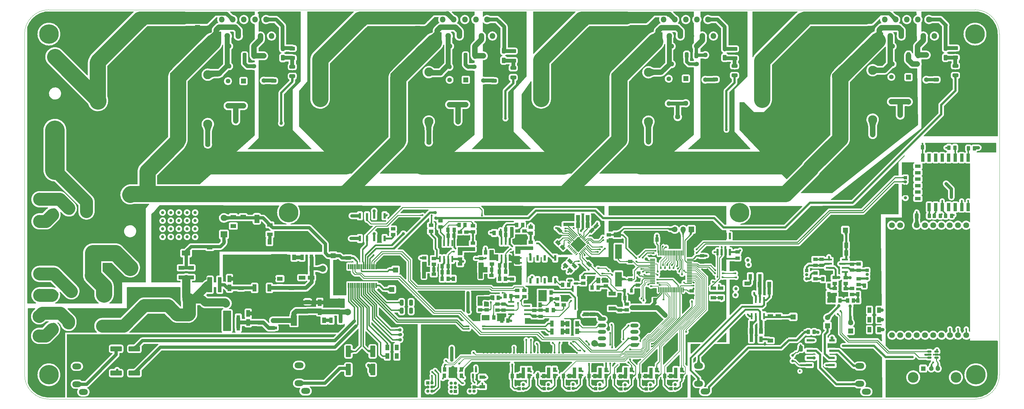
<source format=gtl>
G04 #@! TF.GenerationSoftware,KiCad,Pcbnew,(6.0.0)*
G04 #@! TF.CreationDate,2022-02-01T21:05:52+01:00*
G04 #@! TF.ProjectId,block-sch,626c6f63-6b2d-4736-9368-2e6b69636164,rev?*
G04 #@! TF.SameCoordinates,Original*
G04 #@! TF.FileFunction,Copper,L1,Top*
G04 #@! TF.FilePolarity,Positive*
%FSLAX46Y46*%
G04 Gerber Fmt 4.6, Leading zero omitted, Abs format (unit mm)*
G04 Created by KiCad (PCBNEW (6.0.0)) date 2022-02-01 21:05:52*
%MOMM*%
%LPD*%
G01*
G04 APERTURE LIST*
G04 Aperture macros list*
%AMRoundRect*
0 Rectangle with rounded corners*
0 $1 Rounding radius*
0 $2 $3 $4 $5 $6 $7 $8 $9 X,Y pos of 4 corners*
0 Add a 4 corners polygon primitive as box body*
4,1,4,$2,$3,$4,$5,$6,$7,$8,$9,$2,$3,0*
0 Add four circle primitives for the rounded corners*
1,1,$1+$1,$2,$3*
1,1,$1+$1,$4,$5*
1,1,$1+$1,$6,$7*
1,1,$1+$1,$8,$9*
0 Add four rect primitives between the rounded corners*
20,1,$1+$1,$2,$3,$4,$5,0*
20,1,$1+$1,$4,$5,$6,$7,0*
20,1,$1+$1,$6,$7,$8,$9,0*
20,1,$1+$1,$8,$9,$2,$3,0*%
%AMRotRect*
0 Rectangle, with rotation*
0 The origin of the aperture is its center*
0 $1 length*
0 $2 width*
0 $3 Rotation angle, in degrees counterclockwise*
0 Add horizontal line*
21,1,$1,$2,0,0,$3*%
%AMOutline4P*
0 Free polygon, 4 corners , with rotation*
0 The origin of the aperture is its center*
0 number of corners: always 4*
0 $1 to $8 corner X, Y*
0 $9 Rotation angle, in degrees counterclockwise*
0 create outline with 4 corners*
4,1,4,$1,$2,$3,$4,$5,$6,$7,$8,$1,$2,$9*%
G04 Aperture macros list end*
G04 #@! TA.AperFunction,NonConductor*
%ADD10C,0.200000*%
G04 #@! TD*
G04 #@! TA.AperFunction,Profile*
%ADD11C,0.100000*%
G04 #@! TD*
G04 #@! TA.AperFunction,SMDPad,CuDef*
%ADD12C,0.800000*%
G04 #@! TD*
G04 #@! TA.AperFunction,ComponentPad*
%ADD13RotRect,1.600000X1.600000X135.000000*%
G04 #@! TD*
G04 #@! TA.AperFunction,ComponentPad*
%ADD14C,1.600000*%
G04 #@! TD*
G04 #@! TA.AperFunction,ComponentPad*
%ADD15RotRect,2.000000X2.000000X135.000000*%
G04 #@! TD*
G04 #@! TA.AperFunction,ComponentPad*
%ADD16C,2.000000*%
G04 #@! TD*
G04 #@! TA.AperFunction,SMDPad,CuDef*
%ADD17RoundRect,0.250000X-0.650000X0.325000X-0.650000X-0.325000X0.650000X-0.325000X0.650000X0.325000X0*%
G04 #@! TD*
G04 #@! TA.AperFunction,ComponentPad*
%ADD18R,2.400000X2.400000*%
G04 #@! TD*
G04 #@! TA.AperFunction,ComponentPad*
%ADD19C,2.400000*%
G04 #@! TD*
G04 #@! TA.AperFunction,SMDPad,CuDef*
%ADD20RoundRect,0.250000X0.325000X0.650000X-0.325000X0.650000X-0.325000X-0.650000X0.325000X-0.650000X0*%
G04 #@! TD*
G04 #@! TA.AperFunction,SMDPad,CuDef*
%ADD21RoundRect,0.250000X0.650000X-0.325000X0.650000X0.325000X-0.650000X0.325000X-0.650000X-0.325000X0*%
G04 #@! TD*
G04 #@! TA.AperFunction,SMDPad,CuDef*
%ADD22RoundRect,0.250000X-0.325000X-0.650000X0.325000X-0.650000X0.325000X0.650000X-0.325000X0.650000X0*%
G04 #@! TD*
G04 #@! TA.AperFunction,ComponentPad*
%ADD23RotRect,2.400000X2.400000X135.000000*%
G04 #@! TD*
G04 #@! TA.AperFunction,ComponentPad*
%ADD24R,2.000000X2.000000*%
G04 #@! TD*
G04 #@! TA.AperFunction,ComponentPad*
%ADD25R,1.600000X1.600000*%
G04 #@! TD*
G04 #@! TA.AperFunction,SMDPad,CuDef*
%ADD26R,1.800000X1.150000*%
G04 #@! TD*
G04 #@! TA.AperFunction,ComponentPad*
%ADD27R,1.500000X1.500000*%
G04 #@! TD*
G04 #@! TA.AperFunction,ComponentPad*
%ADD28O,1.500000X1.500000*%
G04 #@! TD*
G04 #@! TA.AperFunction,SMDPad,CuDef*
%ADD29RoundRect,0.250000X-0.312500X-0.625000X0.312500X-0.625000X0.312500X0.625000X-0.312500X0.625000X0*%
G04 #@! TD*
G04 #@! TA.AperFunction,SMDPad,CuDef*
%ADD30RoundRect,0.250000X-0.625000X0.312500X-0.625000X-0.312500X0.625000X-0.312500X0.625000X0.312500X0*%
G04 #@! TD*
G04 #@! TA.AperFunction,ComponentPad*
%ADD31C,1.400000*%
G04 #@! TD*
G04 #@! TA.AperFunction,ComponentPad*
%ADD32O,1.400000X1.400000*%
G04 #@! TD*
G04 #@! TA.AperFunction,ComponentPad*
%ADD33C,2.800000*%
G04 #@! TD*
G04 #@! TA.AperFunction,ComponentPad*
%ADD34O,2.800000X2.800000*%
G04 #@! TD*
G04 #@! TA.AperFunction,ComponentPad*
%ADD35R,1.800000X1.800000*%
G04 #@! TD*
G04 #@! TA.AperFunction,ComponentPad*
%ADD36O,1.800000X1.800000*%
G04 #@! TD*
G04 #@! TA.AperFunction,SMDPad,CuDef*
%ADD37RoundRect,0.020500X0.184500X-0.759500X0.184500X0.759500X-0.184500X0.759500X-0.184500X-0.759500X0*%
G04 #@! TD*
G04 #@! TA.AperFunction,SMDPad,CuDef*
%ADD38R,1.150000X1.800000*%
G04 #@! TD*
G04 #@! TA.AperFunction,SMDPad,CuDef*
%ADD39RoundRect,0.250000X1.500000X0.550000X-1.500000X0.550000X-1.500000X-0.550000X1.500000X-0.550000X0*%
G04 #@! TD*
G04 #@! TA.AperFunction,SMDPad,CuDef*
%ADD40RoundRect,0.250000X-0.550000X1.500000X-0.550000X-1.500000X0.550000X-1.500000X0.550000X1.500000X0*%
G04 #@! TD*
G04 #@! TA.AperFunction,SMDPad,CuDef*
%ADD41R,1.450000X1.000000*%
G04 #@! TD*
G04 #@! TA.AperFunction,SMDPad,CuDef*
%ADD42R,1.000000X1.450000*%
G04 #@! TD*
G04 #@! TA.AperFunction,SMDPad,CuDef*
%ADD43RoundRect,0.150000X-0.150000X0.587500X-0.150000X-0.587500X0.150000X-0.587500X0.150000X0.587500X0*%
G04 #@! TD*
G04 #@! TA.AperFunction,SMDPad,CuDef*
%ADD44R,1.750000X1.125000*%
G04 #@! TD*
G04 #@! TA.AperFunction,SMDPad,CuDef*
%ADD45RoundRect,0.075000X-0.700000X-0.075000X0.700000X-0.075000X0.700000X0.075000X-0.700000X0.075000X0*%
G04 #@! TD*
G04 #@! TA.AperFunction,SMDPad,CuDef*
%ADD46RoundRect,0.075000X-0.075000X-0.700000X0.075000X-0.700000X0.075000X0.700000X-0.075000X0.700000X0*%
G04 #@! TD*
G04 #@! TA.AperFunction,SMDPad,CuDef*
%ADD47R,2.000000X4.500000*%
G04 #@! TD*
G04 #@! TA.AperFunction,SMDPad,CuDef*
%ADD48R,2.600000X1.600000*%
G04 #@! TD*
G04 #@! TA.AperFunction,SMDPad,CuDef*
%ADD49R,1.200000X2.000000*%
G04 #@! TD*
G04 #@! TA.AperFunction,SMDPad,CuDef*
%ADD50Outline4P,-0.575000X-0.900000X0.575000X-0.900000X0.575000X0.900000X-0.575000X0.900000X270.000000*%
G04 #@! TD*
G04 #@! TA.AperFunction,SMDPad,CuDef*
%ADD51Outline4P,-0.575000X-0.900000X0.575000X-0.900000X0.575000X0.900000X-0.575000X0.900000X90.000000*%
G04 #@! TD*
G04 #@! TA.AperFunction,SMDPad,CuDef*
%ADD52R,2.000000X1.200000*%
G04 #@! TD*
G04 #@! TA.AperFunction,SMDPad,CuDef*
%ADD53RoundRect,0.250000X-0.550000X1.050000X-0.550000X-1.050000X0.550000X-1.050000X0.550000X1.050000X0*%
G04 #@! TD*
G04 #@! TA.AperFunction,SMDPad,CuDef*
%ADD54Outline4P,-0.625000X-0.875000X0.625000X-0.875000X0.625000X0.875000X-0.625000X0.875000X0.000000*%
G04 #@! TD*
G04 #@! TA.AperFunction,SMDPad,CuDef*
%ADD55R,1.250000X1.750000*%
G04 #@! TD*
G04 #@! TA.AperFunction,SMDPad,CuDef*
%ADD56R,1.200000X0.875000*%
G04 #@! TD*
G04 #@! TA.AperFunction,SMDPad,CuDef*
%ADD57R,0.875000X1.200000*%
G04 #@! TD*
G04 #@! TA.AperFunction,SMDPad,CuDef*
%ADD58R,1.050000X1.900000*%
G04 #@! TD*
G04 #@! TA.AperFunction,SMDPad,CuDef*
%ADD59R,1.125000X1.750000*%
G04 #@! TD*
G04 #@! TA.AperFunction,SMDPad,CuDef*
%ADD60Outline4P,-0.562500X-0.875000X0.562500X-0.875000X0.562500X0.875000X-0.562500X0.875000X90.000000*%
G04 #@! TD*
G04 #@! TA.AperFunction,ComponentPad*
%ADD61R,2.000000X1.905000*%
G04 #@! TD*
G04 #@! TA.AperFunction,ComponentPad*
%ADD62O,2.000000X1.905000*%
G04 #@! TD*
G04 #@! TA.AperFunction,SMDPad,CuDef*
%ADD63R,1.200000X2.200000*%
G04 #@! TD*
G04 #@! TA.AperFunction,SMDPad,CuDef*
%ADD64R,5.800000X6.400000*%
G04 #@! TD*
G04 #@! TA.AperFunction,SMDPad,CuDef*
%ADD65R,1.860000X3.190000*%
G04 #@! TD*
G04 #@! TA.AperFunction,SMDPad,CuDef*
%ADD66R,1.860000X0.900000*%
G04 #@! TD*
G04 #@! TA.AperFunction,SMDPad,CuDef*
%ADD67O,2.524000X1.200000*%
G04 #@! TD*
G04 #@! TA.AperFunction,ComponentPad*
%ADD68C,0.800000*%
G04 #@! TD*
G04 #@! TA.AperFunction,ComponentPad*
%ADD69C,6.000000*%
G04 #@! TD*
G04 #@! TA.AperFunction,SMDPad,CuDef*
%ADD70R,1.000000X2.500000*%
G04 #@! TD*
G04 #@! TA.AperFunction,SMDPad,CuDef*
%ADD71R,1.800000X1.000000*%
G04 #@! TD*
G04 #@! TA.AperFunction,SMDPad,CuDef*
%ADD72Outline4P,-0.512500X-0.700000X0.512500X-0.700000X0.512500X0.700000X-0.512500X0.700000X180.000000*%
G04 #@! TD*
G04 #@! TA.AperFunction,SMDPad,CuDef*
%ADD73R,1.025000X1.400000*%
G04 #@! TD*
G04 #@! TA.AperFunction,SMDPad,CuDef*
%ADD74RoundRect,0.250000X0.625000X-0.375000X0.625000X0.375000X-0.625000X0.375000X-0.625000X-0.375000X0*%
G04 #@! TD*
G04 #@! TA.AperFunction,SMDPad,CuDef*
%ADD75Outline4P,-0.500000X-0.725000X0.500000X-0.725000X0.500000X0.725000X-0.500000X0.725000X0.000000*%
G04 #@! TD*
G04 #@! TA.AperFunction,SMDPad,CuDef*
%ADD76R,1.970000X0.600000*%
G04 #@! TD*
G04 #@! TA.AperFunction,SMDPad,CuDef*
%ADD77R,1.750000X1.250000*%
G04 #@! TD*
G04 #@! TA.AperFunction,SMDPad,CuDef*
%ADD78R,1.400000X1.025000*%
G04 #@! TD*
G04 #@! TA.AperFunction,ComponentPad*
%ADD79R,1.000000X1.000000*%
G04 #@! TD*
G04 #@! TA.AperFunction,ComponentPad*
%ADD80O,1.000000X1.000000*%
G04 #@! TD*
G04 #@! TA.AperFunction,SMDPad,CuDef*
%ADD81RoundRect,0.062500X0.220971X0.309359X-0.309359X-0.220971X-0.220971X-0.309359X0.309359X0.220971X0*%
G04 #@! TD*
G04 #@! TA.AperFunction,SMDPad,CuDef*
%ADD82RoundRect,0.062500X-0.220971X0.309359X-0.309359X0.220971X0.220971X-0.309359X0.309359X-0.220971X0*%
G04 #@! TD*
G04 #@! TA.AperFunction,SMDPad,CuDef*
%ADD83RotRect,3.450000X3.450000X225.000000*%
G04 #@! TD*
G04 #@! TA.AperFunction,SMDPad,CuDef*
%ADD84Outline4P,-0.500000X-0.725000X0.500000X-0.725000X0.500000X0.725000X-0.500000X0.725000X90.000000*%
G04 #@! TD*
G04 #@! TA.AperFunction,SMDPad,CuDef*
%ADD85Outline4P,-0.512500X-0.700000X0.512500X-0.700000X0.512500X0.700000X-0.512500X0.700000X90.000000*%
G04 #@! TD*
G04 #@! TA.AperFunction,SMDPad,CuDef*
%ADD86RoundRect,0.250000X0.262500X0.450000X-0.262500X0.450000X-0.262500X-0.450000X0.262500X-0.450000X0*%
G04 #@! TD*
G04 #@! TA.AperFunction,SMDPad,CuDef*
%ADD87RoundRect,0.250000X-0.375000X-0.625000X0.375000X-0.625000X0.375000X0.625000X-0.375000X0.625000X0*%
G04 #@! TD*
G04 #@! TA.AperFunction,SMDPad,CuDef*
%ADD88RotRect,1.000000X1.450000X315.000000*%
G04 #@! TD*
G04 #@! TA.AperFunction,ComponentPad*
%ADD89C,3.000000*%
G04 #@! TD*
G04 #@! TA.AperFunction,SMDPad,CuDef*
%ADD90Outline4P,-0.512500X-0.700000X0.512500X-0.700000X0.512500X0.700000X-0.512500X0.700000X0.000000*%
G04 #@! TD*
G04 #@! TA.AperFunction,SMDPad,CuDef*
%ADD91R,2.200000X1.200000*%
G04 #@! TD*
G04 #@! TA.AperFunction,SMDPad,CuDef*
%ADD92R,6.400000X5.800000*%
G04 #@! TD*
G04 #@! TA.AperFunction,SMDPad,CuDef*
%ADD93R,0.600000X1.970000*%
G04 #@! TD*
G04 #@! TA.AperFunction,SMDPad,CuDef*
%ADD94C,1.800000*%
G04 #@! TD*
G04 #@! TA.AperFunction,SMDPad,CuDef*
%ADD95RoundRect,0.150000X0.512500X0.150000X-0.512500X0.150000X-0.512500X-0.150000X0.512500X-0.150000X0*%
G04 #@! TD*
G04 #@! TA.AperFunction,ComponentPad*
%ADD96O,2.800000X1.800000*%
G04 #@! TD*
G04 #@! TA.AperFunction,SMDPad,CuDef*
%ADD97Outline4P,-0.500000X-0.725000X0.500000X-0.725000X0.500000X0.725000X-0.500000X0.725000X45.000000*%
G04 #@! TD*
G04 #@! TA.AperFunction,SMDPad,CuDef*
%ADD98RotRect,1.000000X1.450000X45.000000*%
G04 #@! TD*
G04 #@! TA.AperFunction,SMDPad,CuDef*
%ADD99R,0.800000X1.800000*%
G04 #@! TD*
G04 #@! TA.AperFunction,SMDPad,CuDef*
%ADD100RotRect,1.000000X1.450000X225.000000*%
G04 #@! TD*
G04 #@! TA.AperFunction,SMDPad,CuDef*
%ADD101Outline4P,-0.500000X-0.725000X0.500000X-0.725000X0.500000X0.725000X-0.500000X0.725000X225.000000*%
G04 #@! TD*
G04 #@! TA.AperFunction,SMDPad,CuDef*
%ADD102RoundRect,0.250000X-0.262500X-0.450000X0.262500X-0.450000X0.262500X0.450000X-0.262500X0.450000X0*%
G04 #@! TD*
G04 #@! TA.AperFunction,SMDPad,CuDef*
%ADD103RoundRect,0.042000X-0.258000X0.943000X-0.258000X-0.943000X0.258000X-0.943000X0.258000X0.943000X0*%
G04 #@! TD*
G04 #@! TA.AperFunction,SMDPad,CuDef*
%ADD104RoundRect,0.150000X0.587500X0.150000X-0.587500X0.150000X-0.587500X-0.150000X0.587500X-0.150000X0*%
G04 #@! TD*
G04 #@! TA.AperFunction,SMDPad,CuDef*
%ADD105R,1.800000X0.800000*%
G04 #@! TD*
G04 #@! TA.AperFunction,SMDPad,CuDef*
%ADD106RoundRect,0.250000X-0.250000X-0.475000X0.250000X-0.475000X0.250000X0.475000X-0.250000X0.475000X0*%
G04 #@! TD*
G04 #@! TA.AperFunction,ComponentPad*
%ADD107R,1.700000X1.700000*%
G04 #@! TD*
G04 #@! TA.AperFunction,ComponentPad*
%ADD108O,1.700000X1.700000*%
G04 #@! TD*
G04 #@! TA.AperFunction,SMDPad,CuDef*
%ADD109R,2.180000X1.600000*%
G04 #@! TD*
G04 #@! TA.AperFunction,ComponentPad*
%ADD110R,1.428000X1.428000*%
G04 #@! TD*
G04 #@! TA.AperFunction,ComponentPad*
%ADD111C,1.428000*%
G04 #@! TD*
G04 #@! TA.AperFunction,ComponentPad*
%ADD112C,3.276000*%
G04 #@! TD*
G04 #@! TA.AperFunction,SMDPad,CuDef*
%ADD113Outline4P,-0.500000X-0.725000X0.500000X-0.725000X0.500000X0.725000X-0.500000X0.725000X315.000000*%
G04 #@! TD*
G04 #@! TA.AperFunction,ViaPad*
%ADD114C,0.800000*%
G04 #@! TD*
G04 #@! TA.AperFunction,ViaPad*
%ADD115C,1.000000*%
G04 #@! TD*
G04 #@! TA.AperFunction,ViaPad*
%ADD116C,0.600000*%
G04 #@! TD*
G04 #@! TA.AperFunction,ViaPad*
%ADD117C,2.000000*%
G04 #@! TD*
G04 #@! TA.AperFunction,ViaPad*
%ADD118C,4.000000*%
G04 #@! TD*
G04 #@! TA.AperFunction,ViaPad*
%ADD119C,0.500000*%
G04 #@! TD*
G04 #@! TA.AperFunction,Conductor*
%ADD120C,0.200000*%
G04 #@! TD*
G04 #@! TA.AperFunction,Conductor*
%ADD121C,0.250000*%
G04 #@! TD*
G04 #@! TA.AperFunction,Conductor*
%ADD122C,0.400000*%
G04 #@! TD*
G04 #@! TA.AperFunction,Conductor*
%ADD123C,0.700000*%
G04 #@! TD*
G04 #@! TA.AperFunction,Conductor*
%ADD124C,7.000000*%
G04 #@! TD*
G04 #@! TA.AperFunction,Conductor*
%ADD125C,0.500000*%
G04 #@! TD*
G04 #@! TA.AperFunction,Conductor*
%ADD126C,1.200000*%
G04 #@! TD*
G04 #@! TA.AperFunction,Conductor*
%ADD127C,1.000000*%
G04 #@! TD*
G04 #@! TA.AperFunction,Conductor*
%ADD128C,1.700000*%
G04 #@! TD*
G04 #@! TA.AperFunction,Conductor*
%ADD129C,1.500000*%
G04 #@! TD*
G04 #@! TA.AperFunction,Conductor*
%ADD130C,4.000000*%
G04 #@! TD*
G04 #@! TA.AperFunction,Conductor*
%ADD131C,6.000000*%
G04 #@! TD*
G04 #@! TA.AperFunction,Conductor*
%ADD132C,0.600000*%
G04 #@! TD*
G04 #@! TA.AperFunction,Conductor*
%ADD133C,0.300000*%
G04 #@! TD*
G04 #@! TA.AperFunction,Conductor*
%ADD134C,0.170000*%
G04 #@! TD*
G04 #@! TA.AperFunction,Conductor*
%ADD135C,5.000000*%
G04 #@! TD*
G04 #@! TA.AperFunction,Conductor*
%ADD136C,2.540000*%
G04 #@! TD*
G04 APERTURE END LIST*
D10*
X256400000Y-179200000D02*
X256800000Y-179200000D01*
X256800000Y-179200000D02*
X256800000Y-179400000D01*
X256800000Y-179400000D02*
X256400000Y-179400000D01*
X256400000Y-179400000D02*
X256400000Y-179200000D01*
D11*
X67500000Y-210000000D02*
X352500000Y-210000000D01*
X67500000Y-90000000D02*
G75*
G03*
X60000000Y-97500000I0J-7500000D01*
G01*
X60000000Y-97500000D02*
X60000000Y-202500000D01*
X352500000Y-210000000D02*
G75*
G03*
X360000000Y-202500000I0J7500000D01*
G01*
X360000000Y-202500000D02*
X360000000Y-97500000D01*
X360000000Y-97500000D02*
G75*
G03*
X352500000Y-90000000I-7500000J0D01*
G01*
X352500000Y-90000000D02*
X67500000Y-90000000D01*
X60000000Y-202500000D02*
G75*
G03*
X67500000Y-210000000I7500000J0D01*
G01*
D12*
X296370000Y-198250000D03*
X298830000Y-198250000D03*
X298830000Y-196550000D03*
X296370000Y-196550000D03*
D13*
X249383883Y-102178677D03*
D14*
X247616116Y-100410910D03*
D13*
X317383883Y-102428677D03*
D14*
X315616116Y-100660910D03*
D13*
X113683883Y-101878677D03*
D14*
X111916116Y-100110910D03*
D15*
X243250000Y-108750000D03*
D16*
X239714466Y-105214466D03*
D17*
X278500000Y-107275000D03*
X278500000Y-110225000D03*
D15*
X175200000Y-108671454D03*
D16*
X171664466Y-105135920D03*
D17*
X210400000Y-107925000D03*
X210400000Y-110875000D03*
D15*
X311000000Y-108750000D03*
D16*
X307464466Y-105214466D03*
D15*
X107367767Y-108421454D03*
D16*
X103832233Y-104885920D03*
D17*
X346475000Y-107275000D03*
X346475000Y-110225000D03*
X142400000Y-107525000D03*
X142400000Y-110475000D03*
D18*
X242073959Y-119250000D03*
D19*
X237073959Y-119250000D03*
D18*
X174000000Y-119200000D03*
D19*
X169000000Y-119200000D03*
D18*
X310323959Y-119250000D03*
D19*
X305323959Y-119250000D03*
D20*
X275475000Y-101750000D03*
X272525000Y-101750000D03*
D18*
X106323959Y-119000000D03*
D19*
X101323959Y-119000000D03*
D18*
X234000000Y-139227780D03*
D19*
X234000000Y-131727780D03*
D21*
X272500000Y-111475000D03*
X272500000Y-108525000D03*
D18*
X166000000Y-139277780D03*
D19*
X166000000Y-131777780D03*
D20*
X343450000Y-101750000D03*
X340500000Y-101750000D03*
X139475000Y-101800000D03*
X136525000Y-101800000D03*
D21*
X204400000Y-111875000D03*
X204400000Y-108925000D03*
D18*
X302000000Y-138750000D03*
D19*
X302000000Y-131250000D03*
D18*
X98200000Y-139077780D03*
D19*
X98200000Y-131577780D03*
D21*
X340475000Y-111525000D03*
X340475000Y-108575000D03*
X136600000Y-111875000D03*
X136600000Y-108925000D03*
D22*
X195725000Y-104200000D03*
X198675000Y-104200000D03*
X332025000Y-104000000D03*
X334975000Y-104000000D03*
D23*
X224351650Y-123300241D03*
D19*
X219048349Y-117996940D03*
D22*
X127725000Y-104200000D03*
X130675000Y-104200000D03*
D23*
X156151650Y-123000241D03*
D19*
X150848349Y-117696940D03*
D23*
X292151650Y-123000242D03*
D19*
X286848349Y-117696941D03*
D23*
X88000000Y-123500000D03*
D19*
X82696699Y-118196699D03*
D14*
X261000000Y-126500000D03*
X261000000Y-123000000D03*
X193400000Y-127950000D03*
X193400000Y-124450000D03*
D23*
X229000000Y-103500000D03*
D19*
X225464466Y-99964466D03*
D14*
X252000000Y-134150000D03*
X252000000Y-130650000D03*
D23*
X160767767Y-103576111D03*
D19*
X157232233Y-100040577D03*
D14*
X184400000Y-134350000D03*
X184400000Y-130850000D03*
X329500000Y-126000000D03*
X329500000Y-122500000D03*
X125000000Y-127750000D03*
X125000000Y-124250000D03*
D23*
X297000000Y-103750000D03*
D19*
X293464466Y-100214466D03*
D14*
X321000000Y-132000000D03*
X321000000Y-128500000D03*
D23*
X93017767Y-103326111D03*
D19*
X89482233Y-99790577D03*
D14*
X116400000Y-135000000D03*
X116400000Y-131500000D03*
D24*
X239000000Y-97867677D03*
D16*
X239000000Y-92867677D03*
D24*
X171000000Y-97867677D03*
D16*
X171000000Y-92867677D03*
D24*
X307000000Y-98117677D03*
D16*
X307000000Y-93117677D03*
D24*
X103250000Y-97617677D03*
D16*
X103250000Y-92617677D03*
D25*
X249000000Y-95682379D03*
D14*
X249000000Y-93182379D03*
D25*
X181000000Y-95682379D03*
D14*
X181000000Y-93182379D03*
D25*
X317000000Y-95750000D03*
D14*
X317000000Y-93250000D03*
D25*
X113250000Y-95432379D03*
D14*
X113250000Y-92932379D03*
D18*
X69322220Y-139400000D03*
D19*
X76822220Y-139400000D03*
D18*
X73522220Y-165000000D03*
D19*
X81022220Y-165000000D03*
D22*
X176025000Y-182750000D03*
X178975000Y-182750000D03*
D25*
X173017621Y-176182380D03*
D14*
X175517621Y-176182380D03*
D26*
X159600000Y-163525000D03*
X159600000Y-166475000D03*
D25*
X155000000Y-165782380D03*
D14*
X155000000Y-163282380D03*
D27*
X195800000Y-111585000D03*
D28*
X195800000Y-119205000D03*
D27*
X332000000Y-110750000D03*
D28*
X332000000Y-118370000D03*
D27*
X127400000Y-111985000D03*
D28*
X127400000Y-119605000D03*
D24*
X84057500Y-152182500D03*
D16*
X79057500Y-152182500D03*
X74057500Y-152182500D03*
X69057500Y-152182500D03*
D24*
X84457500Y-177782500D03*
D16*
X79457500Y-177782500D03*
X74457500Y-177782500D03*
X69457500Y-177782500D03*
D29*
X272537500Y-104750000D03*
X275462500Y-104750000D03*
X204537500Y-105600000D03*
X207462500Y-105600000D03*
D30*
X278500000Y-102037500D03*
X278500000Y-104962500D03*
D29*
X340512500Y-104750000D03*
X343437500Y-104750000D03*
X136537500Y-104800000D03*
X139462500Y-104800000D03*
D30*
X346425000Y-101787500D03*
X346425000Y-104712500D03*
X142400000Y-101937500D03*
X142400000Y-104862500D03*
D31*
X269500000Y-111560000D03*
D32*
X269500000Y-103940000D03*
D31*
X201200000Y-111810000D03*
D32*
X201200000Y-104190000D03*
D31*
X337500000Y-111560000D03*
D32*
X337500000Y-103940000D03*
D31*
X133600000Y-111810000D03*
D32*
X133600000Y-104190000D03*
D31*
X266810000Y-101250000D03*
D32*
X259190000Y-101250000D03*
D31*
X198600000Y-101200000D03*
D32*
X190980000Y-101200000D03*
D31*
X266810000Y-106750000D03*
D32*
X259190000Y-106750000D03*
D31*
X334810000Y-101250000D03*
D32*
X327190000Y-101250000D03*
D31*
X198410000Y-107600000D03*
D32*
X190790000Y-107600000D03*
D31*
X130610000Y-101200000D03*
D32*
X122990000Y-101200000D03*
D31*
X258250000Y-111250000D03*
D32*
X258250000Y-118870000D03*
D31*
X334750000Y-106750000D03*
D32*
X327130000Y-106750000D03*
D31*
X130600000Y-107400000D03*
D32*
X122980000Y-107400000D03*
D31*
X190800000Y-111590000D03*
D32*
X190800000Y-119210000D03*
D33*
X252000000Y-109250000D03*
D34*
X252000000Y-124490000D03*
D33*
X184400000Y-109200000D03*
D34*
X184400000Y-124440000D03*
D31*
X326750000Y-110690000D03*
D32*
X326750000Y-118310000D03*
D31*
X122600000Y-111990000D03*
D32*
X122600000Y-119610000D03*
D33*
X321000000Y-108630000D03*
D34*
X321000000Y-123870000D03*
D33*
X116400000Y-110000000D03*
D34*
X116400000Y-125240000D03*
D35*
X323000000Y-98085000D03*
D36*
X324700000Y-93005000D03*
X326400000Y-98085000D03*
X328100000Y-93005000D03*
X329800000Y-98085000D03*
X331500000Y-93005000D03*
X333200000Y-98085000D03*
X334900000Y-93005000D03*
X336600000Y-98085000D03*
X338300000Y-93005000D03*
X340000000Y-98085000D03*
D35*
X119000000Y-98085000D03*
D36*
X120700000Y-93005000D03*
X122400000Y-98085000D03*
X124100000Y-93005000D03*
X125800000Y-98085000D03*
X127500000Y-93005000D03*
X129200000Y-98085000D03*
X130900000Y-93005000D03*
X132600000Y-98085000D03*
X134300000Y-93005000D03*
X136000000Y-98085000D03*
D37*
X159725000Y-174930000D03*
X160375000Y-174930000D03*
X161025000Y-174930000D03*
X161675000Y-174930000D03*
X162325000Y-174930000D03*
X162975000Y-174930000D03*
X163625000Y-174930000D03*
X164275000Y-174930000D03*
X164925000Y-174930000D03*
X165575000Y-174930000D03*
X166225000Y-174930000D03*
X166875000Y-174930000D03*
X167525000Y-174930000D03*
X168175000Y-174930000D03*
X168175000Y-169170000D03*
X167525000Y-169170000D03*
X166875000Y-169170000D03*
X166225000Y-169170000D03*
X165575000Y-169170000D03*
X164925000Y-169170000D03*
X164275000Y-169170000D03*
X163625000Y-169170000D03*
X162975000Y-169170000D03*
X162325000Y-169170000D03*
X161675000Y-169170000D03*
X161025000Y-169170000D03*
X160375000Y-169170000D03*
X159725000Y-169170000D03*
D20*
X207475000Y-102600000D03*
X204525000Y-102600000D03*
D22*
X263775000Y-104000000D03*
X266725000Y-104000000D03*
D13*
X181383883Y-102178677D03*
D14*
X179616116Y-100410910D03*
D38*
X171625000Y-194050000D03*
X174575000Y-194050000D03*
X320025000Y-188600000D03*
X322975000Y-188600000D03*
D39*
X93800000Y-194500000D03*
X88200000Y-194500000D03*
D38*
X320025000Y-182600000D03*
X322975000Y-182600000D03*
X171625000Y-196750000D03*
X174575000Y-196750000D03*
X320025000Y-185500000D03*
X322975000Y-185500000D03*
D39*
X93800000Y-202000000D03*
X88200000Y-202000000D03*
D40*
X159650000Y-195300000D03*
X159650000Y-200900000D03*
X167150000Y-195300000D03*
X167150000Y-200900000D03*
D22*
X176025000Y-180250000D03*
X178975000Y-180250000D03*
D25*
X174200000Y-170182380D03*
D14*
X174200000Y-167682380D03*
D41*
X265300000Y-176650000D03*
X265300000Y-178550000D03*
D42*
X253950000Y-179400000D03*
X252050000Y-179400000D03*
D41*
X268550000Y-165850000D03*
X268550000Y-167750000D03*
D42*
X254600000Y-160850000D03*
X256500000Y-160850000D03*
D41*
X246450000Y-169450000D03*
X246450000Y-167550000D03*
X246450000Y-171300000D03*
X246450000Y-173200000D03*
D27*
X263500000Y-111185000D03*
D28*
X263500000Y-118805000D03*
D43*
X198950000Y-201012500D03*
X197050000Y-201012500D03*
X198000000Y-202887500D03*
D30*
X210400000Y-102737500D03*
X210400000Y-105662500D03*
D44*
X200900000Y-203237500D03*
X200900000Y-206162500D03*
D35*
X187000000Y-98085000D03*
D36*
X188700000Y-93005000D03*
X190400000Y-98085000D03*
X192100000Y-93005000D03*
X193800000Y-98085000D03*
X195500000Y-93005000D03*
X197200000Y-98085000D03*
X198900000Y-93005000D03*
X200600000Y-98085000D03*
X202300000Y-93005000D03*
X204000000Y-98085000D03*
D45*
X253245000Y-166870000D03*
X253245000Y-167370000D03*
X253245000Y-167870000D03*
X253245000Y-168370000D03*
X253245000Y-168870000D03*
X253245000Y-169370000D03*
X253245000Y-169870000D03*
X253245000Y-170370000D03*
X253245000Y-170870000D03*
X253245000Y-171370000D03*
X253245000Y-171870000D03*
X253245000Y-172370000D03*
X253245000Y-172870000D03*
X253245000Y-173370000D03*
X253245000Y-173870000D03*
X253245000Y-174370000D03*
D46*
X255170000Y-176295000D03*
X255670000Y-176295000D03*
X256170000Y-176295000D03*
X256670000Y-176295000D03*
X257170000Y-176295000D03*
X257670000Y-176295000D03*
X258170000Y-176295000D03*
X258670000Y-176295000D03*
X259170000Y-176295000D03*
X259670000Y-176295000D03*
X260170000Y-176295000D03*
X260670000Y-176295000D03*
X261170000Y-176295000D03*
X261670000Y-176295000D03*
X262170000Y-176295000D03*
X262670000Y-176295000D03*
D45*
X264595000Y-174370000D03*
X264595000Y-173870000D03*
X264595000Y-173370000D03*
X264595000Y-172870000D03*
X264595000Y-172370000D03*
X264595000Y-171870000D03*
X264595000Y-171370000D03*
X264595000Y-170870000D03*
X264595000Y-170370000D03*
X264595000Y-169870000D03*
X264595000Y-169370000D03*
X264595000Y-168870000D03*
X264595000Y-168370000D03*
X264595000Y-167870000D03*
X264595000Y-167370000D03*
X264595000Y-166870000D03*
D46*
X262670000Y-164945000D03*
X262170000Y-164945000D03*
X261670000Y-164945000D03*
X261170000Y-164945000D03*
X260670000Y-164945000D03*
X260170000Y-164945000D03*
X259670000Y-164945000D03*
X259170000Y-164945000D03*
X258670000Y-164945000D03*
X258170000Y-164945000D03*
X257670000Y-164945000D03*
X257170000Y-164945000D03*
X256670000Y-164945000D03*
X256170000Y-164945000D03*
X255670000Y-164945000D03*
X255170000Y-164945000D03*
D47*
X242750000Y-173050000D03*
X242750000Y-164550000D03*
D48*
X109700000Y-165000000D03*
X113300000Y-165000000D03*
D49*
X123085000Y-175700000D03*
X123085000Y-172900000D03*
X128837500Y-186400000D03*
X128837500Y-183600000D03*
D26*
X117000000Y-163275000D03*
D50*
X117000000Y-166225000D03*
D26*
X126585000Y-175775000D03*
D51*
X126585000Y-172825000D03*
D26*
X132587500Y-186475000D03*
X132587500Y-183525000D03*
X127250000Y-153775000D03*
X127250000Y-156725000D03*
X142085000Y-175775000D03*
X142085000Y-172825000D03*
X153850000Y-183125000D03*
X153850000Y-180175000D03*
D42*
X246650000Y-178850000D03*
X244750000Y-178850000D03*
D52*
X148235000Y-172550000D03*
X145435000Y-172550000D03*
D49*
X150850000Y-180250000D03*
X150850000Y-183050000D03*
D53*
X131500000Y-154450000D03*
X131500000Y-158050000D03*
D38*
X148310000Y-169800000D03*
X145360000Y-169800000D03*
D26*
X156850000Y-183125000D03*
X156850000Y-180175000D03*
D41*
X248700000Y-176800000D03*
X248700000Y-174900000D03*
D26*
X232800000Y-183825000D03*
X232800000Y-186775000D03*
X234800000Y-183825000D03*
X234800000Y-186775000D03*
D38*
X227125000Y-189100000D03*
X230075000Y-189100000D03*
X227125000Y-186800000D03*
X230075000Y-186800000D03*
D54*
X132600000Y-161500000D03*
X135400000Y-161500000D03*
X140185000Y-166300000D03*
D55*
X142985000Y-166300000D03*
X149400000Y-185700000D03*
D54*
X152200000Y-185700000D03*
D56*
X248950000Y-171037500D03*
X248950000Y-173162500D03*
D57*
X244637500Y-176600000D03*
X246762500Y-176600000D03*
D58*
X225475000Y-189200000D03*
X222325000Y-189200000D03*
X225475000Y-186700000D03*
X222325000Y-186700000D03*
D59*
X117137500Y-176200000D03*
X120062500Y-176200000D03*
X122875000Y-185000000D03*
X125800000Y-185000000D03*
D60*
X108250000Y-172462500D03*
X108250000Y-169537500D03*
D59*
X117122500Y-173300000D03*
X120047500Y-173300000D03*
X122875000Y-188000000D03*
X125800000Y-188000000D03*
D60*
X111250000Y-172462500D03*
X111250000Y-169537500D03*
D44*
X135500000Y-159212500D03*
X135500000Y-156287500D03*
D59*
X145372500Y-166300000D03*
X148297500Y-166300000D03*
X154337500Y-185700000D03*
X157262500Y-185700000D03*
D61*
X121345000Y-159240000D03*
D62*
X121345000Y-156700000D03*
X121345000Y-154160000D03*
D63*
X130805000Y-175750000D03*
D64*
X133085000Y-169450000D03*
D63*
X135365000Y-175750000D03*
D65*
X142912500Y-185750000D03*
D66*
X136762500Y-188050000D03*
X136762500Y-185750000D03*
X136762500Y-183450000D03*
D67*
X247700000Y-193300000D03*
X247700000Y-191300000D03*
X247700000Y-189300000D03*
X247700000Y-187300000D03*
X247700000Y-185300000D03*
X237700000Y-185300000D03*
X237700000Y-187300000D03*
X237700000Y-189300000D03*
X237700000Y-191300000D03*
X237700000Y-193300000D03*
D35*
X255000000Y-98085000D03*
D36*
X256700000Y-93005000D03*
X258400000Y-98085000D03*
X260100000Y-93005000D03*
X261800000Y-98085000D03*
X263500000Y-93005000D03*
X265200000Y-98085000D03*
X266900000Y-93005000D03*
X268600000Y-98085000D03*
X270300000Y-93005000D03*
X272000000Y-98085000D03*
D24*
X83957500Y-187482500D03*
D16*
X78957500Y-187482500D03*
X73957500Y-187482500D03*
X68957500Y-187482500D03*
D68*
X350500000Y-202500000D03*
X352750000Y-200250000D03*
X351159010Y-204090990D03*
X355000000Y-202500000D03*
X354340990Y-204090990D03*
X351159010Y-200909010D03*
D69*
X352750000Y-202500000D03*
D68*
X354340990Y-200909010D03*
X352750000Y-204750000D03*
X280000000Y-150250000D03*
X281590990Y-150909010D03*
X281590990Y-154090990D03*
X282250000Y-152500000D03*
X277750000Y-152500000D03*
X280000000Y-154750000D03*
X278409010Y-150909010D03*
X278409010Y-154090990D03*
D69*
X280000000Y-152500000D03*
X141250000Y-152500000D03*
D68*
X143500000Y-152500000D03*
X139000000Y-152500000D03*
X142840990Y-154090990D03*
X142840990Y-150909010D03*
X141250000Y-154750000D03*
X139659010Y-154090990D03*
X141250000Y-150250000D03*
X139659010Y-150909010D03*
X65250000Y-202500000D03*
X65909010Y-204090990D03*
X65909010Y-200909010D03*
X69090990Y-200909010D03*
X69090990Y-204090990D03*
X67500000Y-204750000D03*
X69750000Y-202500000D03*
X67500000Y-200250000D03*
D69*
X67500000Y-202500000D03*
D68*
X354750000Y-97500000D03*
X350909010Y-95909010D03*
X350250000Y-97500000D03*
X354090990Y-99090990D03*
X352500000Y-95250000D03*
X354090990Y-95909010D03*
X350909010Y-99090990D03*
X352500000Y-99750000D03*
D69*
X352500000Y-97500000D03*
D68*
X65909010Y-95909010D03*
D69*
X67500000Y-97500000D03*
D68*
X69750000Y-97500000D03*
X67500000Y-99750000D03*
X65250000Y-97500000D03*
X69090990Y-95909010D03*
X69090990Y-99090990D03*
X65909010Y-99090990D03*
X67500000Y-95250000D03*
D70*
X350400000Y-135600000D03*
X348400000Y-135600000D03*
X346400000Y-135600000D03*
X344400000Y-135600000D03*
X342400000Y-135600000D03*
X340400000Y-135600000D03*
X338400000Y-135600000D03*
X336400000Y-135600000D03*
D71*
X334900000Y-138200000D03*
X334900000Y-140200000D03*
X334900000Y-142200000D03*
X334900000Y-144200000D03*
X334900000Y-146200000D03*
X334900000Y-148200000D03*
D70*
X336400000Y-150800000D03*
X338400000Y-150800000D03*
X340400000Y-150800000D03*
X342400000Y-150800000D03*
X344400000Y-150800000D03*
X346400000Y-150800000D03*
X348400000Y-150800000D03*
X350400000Y-150800000D03*
D72*
X243366250Y-202946250D03*
D73*
X241541250Y-202946250D03*
D18*
X110676041Y-183750000D03*
D19*
X115676041Y-183750000D03*
D74*
X147100000Y-180000000D03*
X147100000Y-182800000D03*
D59*
X289187500Y-176905000D03*
X286262500Y-176905000D03*
D42*
X199350000Y-184900000D03*
X201250000Y-184900000D03*
D41*
X211800000Y-169850000D03*
X211800000Y-167950000D03*
D42*
X216750000Y-181000000D03*
D75*
X218650000Y-181000000D03*
D73*
X315100000Y-179600000D03*
X313275000Y-179600000D03*
D76*
X307517500Y-167020000D03*
X307517500Y-168290000D03*
X307517500Y-169560000D03*
X307517500Y-170830000D03*
X312457500Y-170830000D03*
X312457500Y-169560000D03*
X312457500Y-168290000D03*
X312457500Y-167020000D03*
D73*
X207887500Y-178250000D03*
X209712500Y-178250000D03*
X216787500Y-177150000D03*
X218612500Y-177150000D03*
D76*
X214670000Y-183855000D03*
X214670000Y-182585000D03*
X214670000Y-181315000D03*
X214670000Y-180045000D03*
X209730000Y-180045000D03*
X209730000Y-181315000D03*
X209730000Y-182585000D03*
X209730000Y-183855000D03*
D73*
X188537500Y-169050000D03*
X190362500Y-169050000D03*
X203712500Y-170150000D03*
X201887500Y-170150000D03*
D72*
X211882500Y-202930000D03*
X210057500Y-202930000D03*
D73*
X213457500Y-202930000D03*
X215282500Y-202930000D03*
D77*
X138585000Y-175700000D03*
X138585000Y-172900000D03*
D78*
X183000000Y-168312500D03*
X183000000Y-166487500D03*
D79*
X331100000Y-146700000D03*
D80*
X331100000Y-147970000D03*
D78*
X314687500Y-175887500D03*
X314687500Y-177712500D03*
D41*
X194050000Y-170250000D03*
X194050000Y-168350000D03*
D78*
X223900000Y-179087500D03*
X223900000Y-180912500D03*
D81*
X233361010Y-161813864D03*
X233007456Y-161460311D03*
X232653903Y-161106757D03*
X232300349Y-160753204D03*
X231946796Y-160399651D03*
X231593243Y-160046097D03*
X231239689Y-159692544D03*
X230886136Y-159338990D03*
D82*
X229913864Y-159338990D03*
X229560311Y-159692544D03*
X229206757Y-160046097D03*
X228853204Y-160399651D03*
X228499651Y-160753204D03*
X228146097Y-161106757D03*
X227792544Y-161460311D03*
X227438990Y-161813864D03*
D81*
X227438990Y-162786136D03*
X227792544Y-163139689D03*
X228146097Y-163493243D03*
X228499651Y-163846796D03*
X228853204Y-164200349D03*
X229206757Y-164553903D03*
X229560311Y-164907456D03*
X229913864Y-165261010D03*
D82*
X230886136Y-165261010D03*
X231239689Y-164907456D03*
X231593243Y-164553903D03*
X231946796Y-164200349D03*
X232300349Y-163846796D03*
X232653903Y-163493243D03*
X233007456Y-163139689D03*
X233361010Y-162786136D03*
D83*
X230400000Y-162300000D03*
D78*
X211800000Y-161637500D03*
X211800000Y-163462500D03*
D84*
X228400000Y-156150000D03*
D41*
X228400000Y-154250000D03*
D85*
X197950000Y-158412500D03*
D78*
X197950000Y-156587500D03*
D79*
X192550000Y-207600000D03*
D80*
X191280000Y-207600000D03*
X192550000Y-206330000D03*
X191280000Y-206330000D03*
X192550000Y-205060000D03*
X191280000Y-205060000D03*
D73*
X206187500Y-168750000D03*
X208012500Y-168750000D03*
X192637500Y-202850000D03*
X194462500Y-202850000D03*
X222712500Y-182600000D03*
D72*
X220887500Y-182600000D03*
D78*
X303387500Y-172937500D03*
X303387500Y-171112500D03*
D86*
X341812500Y-153500000D03*
X339987500Y-153500000D03*
D87*
X233800000Y-173400000D03*
X236600000Y-173400000D03*
D42*
X320337500Y-175000000D03*
X318437500Y-175000000D03*
D88*
X235928249Y-156628249D03*
X237271751Y-157971751D03*
D73*
X202587500Y-184900000D03*
X204412500Y-184900000D03*
D42*
X216750000Y-179150000D03*
X218650000Y-179150000D03*
D79*
X184125000Y-205025000D03*
D80*
X185395000Y-205025000D03*
X184125000Y-206295000D03*
X185395000Y-206295000D03*
X184125000Y-207565000D03*
X185395000Y-207565000D03*
D20*
X334575000Y-153600000D03*
X331625000Y-153600000D03*
D73*
X213312500Y-156350000D03*
X211487500Y-156350000D03*
D41*
X211600000Y-176500000D03*
X211600000Y-178400000D03*
D73*
X227643750Y-202868750D03*
X225818750Y-202868750D03*
X219706250Y-202906250D03*
X217881250Y-202906250D03*
D89*
X69400000Y-127050000D03*
X69400000Y-104550000D03*
D78*
X314687500Y-170237500D03*
X314687500Y-168412500D03*
D41*
X194050000Y-160400000D03*
X194050000Y-158500000D03*
D18*
X99000000Y-181176041D03*
D19*
X99000000Y-186176041D03*
D42*
X208050000Y-157650000D03*
X209950000Y-157650000D03*
D78*
X194050000Y-165037500D03*
X194050000Y-166862500D03*
D90*
X213457500Y-200930000D03*
D73*
X215282500Y-200930000D03*
D38*
X230325000Y-156400000D03*
X233275000Y-156400000D03*
D42*
X206850000Y-185750000D03*
X208750000Y-185750000D03*
X318337500Y-177700000D03*
X316437500Y-177700000D03*
D38*
X286637500Y-189030000D03*
X283687500Y-189030000D03*
D73*
X235525000Y-202875000D03*
X233700000Y-202875000D03*
D42*
X204550000Y-158800000D03*
X206450000Y-158800000D03*
X198450000Y-172100000D03*
X200350000Y-172100000D03*
D86*
X352312500Y-132700000D03*
X350487500Y-132700000D03*
D42*
X201850000Y-164800000D03*
X203750000Y-164800000D03*
D41*
X203700000Y-173800000D03*
X203700000Y-171900000D03*
D73*
X185962500Y-170050000D03*
X184137500Y-170050000D03*
X181037500Y-170000000D03*
X182862500Y-170000000D03*
D25*
X314200000Y-188982380D03*
D14*
X314200000Y-186482380D03*
D91*
X240800000Y-182080000D03*
D92*
X234500000Y-179800000D03*
D91*
X240800000Y-177520000D03*
D93*
X209305000Y-161480000D03*
X208035000Y-161480000D03*
X206765000Y-161480000D03*
X205495000Y-161480000D03*
X205495000Y-166420000D03*
X206765000Y-166420000D03*
X208035000Y-166420000D03*
X209305000Y-166420000D03*
D38*
X233275000Y-154100000D03*
X230325000Y-154100000D03*
D78*
X216900000Y-182637500D03*
X216900000Y-184462500D03*
X245300000Y-180687500D03*
X245300000Y-182512500D03*
D94*
X349760000Y-156400000D03*
X347220000Y-156400000D03*
X344726727Y-156399821D03*
X342158296Y-156399821D03*
X339600000Y-156400000D03*
X337060000Y-156400000D03*
X334520000Y-156400000D03*
X331980000Y-156400000D03*
X329440000Y-156400000D03*
X326900000Y-156400000D03*
X349800000Y-190300000D03*
X347260000Y-190300000D03*
X344766727Y-190299821D03*
X342198296Y-190299821D03*
X339640000Y-190300000D03*
X337100000Y-190300000D03*
X334560000Y-190300000D03*
X332020000Y-190300000D03*
X329480000Y-190300000D03*
X326940000Y-190300000D03*
D78*
X231900000Y-174312500D03*
X231900000Y-172487500D03*
D73*
X260393750Y-202906250D03*
X262218750Y-202906250D03*
D95*
X340685000Y-197237500D03*
X340685000Y-196287500D03*
X340685000Y-195337500D03*
X338410000Y-195337500D03*
X338410000Y-196287500D03*
X338410000Y-197237500D03*
D93*
X287552621Y-179460000D03*
X286282621Y-179460000D03*
X285012621Y-179460000D03*
X283742621Y-179460000D03*
X283742621Y-184400000D03*
X285012621Y-184400000D03*
X286282621Y-184400000D03*
X287552621Y-184400000D03*
D73*
X191012500Y-202850000D03*
X189187500Y-202850000D03*
D96*
X267450000Y-199750000D03*
X269450000Y-207650000D03*
X267450000Y-205250000D03*
D78*
X312687500Y-174400000D03*
X312687500Y-172575000D03*
D42*
X188500000Y-170850000D03*
X190400000Y-170850000D03*
D97*
X224228249Y-164571751D03*
D98*
X225571751Y-163228249D03*
D73*
X251081250Y-202931250D03*
X249256250Y-202931250D03*
D41*
X243200000Y-182550000D03*
X243200000Y-180650000D03*
D26*
X289500000Y-191975000D03*
X289500000Y-189025000D03*
D73*
X198487500Y-170150000D03*
X200312500Y-170150000D03*
D99*
X170800000Y-153500000D03*
X167600000Y-153500000D03*
X165400000Y-153500000D03*
X163200000Y-153500000D03*
X163200000Y-160500000D03*
X165400000Y-160500000D03*
X167600000Y-160500000D03*
X170800000Y-160500000D03*
D78*
X207400000Y-180737500D03*
X207400000Y-182562500D03*
D73*
X192637500Y-200850000D03*
X194462500Y-200850000D03*
D41*
X303387500Y-168775000D03*
X303387500Y-166875000D03*
X213800000Y-176500000D03*
X213800000Y-178400000D03*
D100*
X224671751Y-157928249D03*
D101*
X223328249Y-159271751D03*
D42*
X305637500Y-175025000D03*
X307537500Y-175025000D03*
D41*
X185100000Y-156400000D03*
X185100000Y-158300000D03*
X213800000Y-161550000D03*
X213800000Y-163450000D03*
X188000000Y-155050000D03*
X188000000Y-156950000D03*
D42*
X190300000Y-157850000D03*
X192200000Y-157850000D03*
D78*
X200200000Y-182462500D03*
X200200000Y-180637500D03*
D79*
X227506250Y-206743750D03*
D80*
X227506250Y-205473750D03*
X228776250Y-206743750D03*
X228776250Y-205473750D03*
D102*
X344487500Y-132500000D03*
X346312500Y-132500000D03*
D73*
X244941250Y-200946250D03*
X246766250Y-200946250D03*
D44*
X274200000Y-178762500D03*
X274200000Y-175837500D03*
D38*
X289200000Y-174705000D03*
X286250000Y-174705000D03*
D100*
X224171751Y-161828249D03*
X222828249Y-163171751D03*
D26*
X289547621Y-187405000D03*
X289547621Y-184455000D03*
D73*
X190337500Y-159650000D03*
X192162500Y-159650000D03*
D72*
X258812500Y-202900000D03*
D73*
X256987500Y-202900000D03*
D103*
X277105000Y-159725000D03*
X275835000Y-159725000D03*
X274565000Y-159725000D03*
X273295000Y-159725000D03*
X273295000Y-164675000D03*
X274565000Y-164675000D03*
X275835000Y-164675000D03*
X277105000Y-164675000D03*
D98*
X226528249Y-168871751D03*
X227871751Y-167528249D03*
D73*
X260393750Y-201006250D03*
X262218750Y-201006250D03*
D78*
X194050000Y-161937500D03*
X194050000Y-163762500D03*
D26*
X282400000Y-174325000D03*
X282400000Y-177275000D03*
D79*
X331100000Y-141725000D03*
D80*
X331100000Y-142995000D03*
X331100000Y-144265000D03*
D78*
X215800000Y-158862500D03*
X215800000Y-157037500D03*
D98*
X227928249Y-170271751D03*
X229271751Y-168928249D03*
D41*
X279400000Y-166550000D03*
X279400000Y-164650000D03*
D42*
X181000000Y-172000000D03*
X182900000Y-172000000D03*
D41*
X185950000Y-173400000D03*
X185950000Y-171500000D03*
D85*
X200500000Y-168462500D03*
D78*
X200500000Y-166637500D03*
D73*
X191062500Y-200850000D03*
X189237500Y-200850000D03*
X222012500Y-179150000D03*
D72*
X220187500Y-179150000D03*
D38*
X309925000Y-162625000D03*
X312875000Y-162625000D03*
D96*
X76100000Y-199900000D03*
X78100000Y-207800000D03*
X76100000Y-205400000D03*
D22*
X295925000Y-194400000D03*
X298875000Y-194400000D03*
D41*
X195950000Y-160400000D03*
X195950000Y-158500000D03*
D25*
X296547621Y-184647621D03*
D14*
X296547621Y-187147621D03*
D99*
X223300000Y-166500000D03*
X220100000Y-166500000D03*
X217900000Y-166500000D03*
X215700000Y-166500000D03*
X215700000Y-173500000D03*
X217900000Y-173500000D03*
X220100000Y-173500000D03*
X223300000Y-173500000D03*
D90*
X220187500Y-177150000D03*
D73*
X222012500Y-177150000D03*
X221281250Y-200906250D03*
X223106250Y-200906250D03*
D104*
X229737500Y-174350000D03*
X229737500Y-172450000D03*
X227862500Y-173400000D03*
D78*
X215800000Y-161637500D03*
X215800000Y-163462500D03*
D90*
X305687500Y-179625000D03*
X307512500Y-179625000D03*
D42*
X305637500Y-177625000D03*
X307537500Y-177625000D03*
D86*
X345312500Y-153500000D03*
X343487500Y-153500000D03*
D73*
X208087500Y-159350000D03*
X209912500Y-159350000D03*
D105*
X301500000Y-191900000D03*
X301500000Y-195100000D03*
X301500000Y-197300000D03*
X301500000Y-199500000D03*
X308500000Y-199500000D03*
X308500000Y-197300000D03*
X308500000Y-195100000D03*
X308500000Y-191900000D03*
D41*
X238900000Y-175150000D03*
X238900000Y-173250000D03*
D25*
X307100000Y-187382380D03*
D14*
X307100000Y-184882380D03*
D41*
X202200000Y-180600000D03*
X202200000Y-182500000D03*
D77*
X124250000Y-153850000D03*
X124250000Y-156650000D03*
D73*
X225587500Y-174750000D03*
X227412500Y-174750000D03*
D41*
X312687500Y-177850000D03*
X312687500Y-175950000D03*
D42*
X193850000Y-172900000D03*
X191950000Y-172900000D03*
D102*
X301187500Y-189300000D03*
X303012500Y-189300000D03*
D73*
X221281250Y-202906250D03*
X223106250Y-202906250D03*
D106*
X336350000Y-132400000D03*
X338250000Y-132400000D03*
D78*
X309287500Y-174337500D03*
X309287500Y-172512500D03*
D59*
X283700000Y-191530000D03*
X286625000Y-191530000D03*
D79*
X251318750Y-206856250D03*
D80*
X251318750Y-205586250D03*
X252588750Y-206856250D03*
X252588750Y-205586250D03*
D73*
X252731250Y-201056250D03*
X254556250Y-201056250D03*
D41*
X211800000Y-160100000D03*
D84*
X211800000Y-158200000D03*
D78*
X203800000Y-168362500D03*
X203800000Y-166537500D03*
D73*
X229218750Y-202868750D03*
X231043750Y-202868750D03*
D78*
X316687500Y-174712500D03*
X316687500Y-172887500D03*
D41*
X195950000Y-161900000D03*
X195950000Y-163800000D03*
D93*
X191655000Y-161880000D03*
X190385000Y-161880000D03*
X189115000Y-161880000D03*
X187845000Y-161880000D03*
X187845000Y-166820000D03*
X189115000Y-166820000D03*
X190385000Y-166820000D03*
X191655000Y-166820000D03*
D73*
X203987500Y-178750000D03*
X205812500Y-178750000D03*
D41*
X316687500Y-170275000D03*
X316687500Y-168375000D03*
D73*
X234687500Y-175600000D03*
X236512500Y-175600000D03*
D25*
X312587500Y-157900000D03*
D14*
X310087500Y-157900000D03*
D79*
X212200000Y-206800000D03*
D80*
X212200000Y-205530000D03*
X213470000Y-206800000D03*
X213470000Y-205530000D03*
D77*
X122087500Y-183400000D03*
X122087500Y-180600000D03*
D41*
X205500000Y-180700000D03*
X205500000Y-182600000D03*
X226500000Y-156150000D03*
D84*
X226500000Y-154250000D03*
D73*
X244921250Y-202946250D03*
X246746250Y-202946250D03*
X237120000Y-201000000D03*
X238945000Y-201000000D03*
D107*
X265225000Y-157700000D03*
D108*
X262685000Y-157700000D03*
X260145000Y-157700000D03*
D79*
X235762500Y-206800000D03*
D80*
X235762500Y-205530000D03*
X237032500Y-206800000D03*
X237032500Y-205530000D03*
D78*
X211800000Y-164637500D03*
X211800000Y-166462500D03*
X185950000Y-168462500D03*
X185950000Y-166637500D03*
D41*
X218800000Y-182600000D03*
X218800000Y-184500000D03*
D86*
X338412500Y-153500000D03*
X336587500Y-153500000D03*
D78*
X309287500Y-175912500D03*
X309287500Y-177737500D03*
X202200000Y-177137500D03*
X202200000Y-178962500D03*
D73*
X237120000Y-202900000D03*
X238945000Y-202900000D03*
D42*
X307550000Y-173000000D03*
X305650000Y-173000000D03*
D59*
X286287500Y-172305000D03*
X283362500Y-172305000D03*
X286625000Y-186830000D03*
X283700000Y-186830000D03*
D41*
X239800000Y-159350000D03*
X239800000Y-161250000D03*
D78*
X305287500Y-168737500D03*
X305287500Y-166912500D03*
D44*
X272000000Y-178762500D03*
X272000000Y-175837500D03*
D41*
X210000000Y-171100000D03*
X210000000Y-173000000D03*
D78*
X173400000Y-157487500D03*
X173400000Y-159312500D03*
D79*
X319287500Y-170300000D03*
D80*
X319287500Y-171570000D03*
X319287500Y-172840000D03*
D41*
X200200000Y-177100000D03*
X200200000Y-179000000D03*
D73*
X195562500Y-156350000D03*
X193737500Y-156350000D03*
D79*
X300687500Y-170350000D03*
D80*
X300687500Y-171620000D03*
X300687500Y-172890000D03*
D26*
X291947621Y-187405000D03*
X291947621Y-184455000D03*
D79*
X243533750Y-206846250D03*
D80*
X243533750Y-205576250D03*
X244803750Y-206846250D03*
X244803750Y-205576250D03*
D73*
X252731250Y-202956250D03*
X254556250Y-202956250D03*
D109*
X242460000Y-159350000D03*
X251640000Y-159350000D03*
D79*
X258936250Y-206806250D03*
D80*
X258936250Y-205536250D03*
X260206250Y-206806250D03*
X260206250Y-205536250D03*
D73*
X208012500Y-172950000D03*
X206187500Y-172950000D03*
D41*
X225900000Y-179050000D03*
X225900000Y-180950000D03*
D96*
X317050000Y-199800000D03*
X319050000Y-207700000D03*
X317050000Y-205300000D03*
D79*
X219943750Y-206806250D03*
D80*
X219943750Y-205536250D03*
X221213750Y-206806250D03*
X221213750Y-205536250D03*
D110*
X336552500Y-200590000D03*
D111*
X339052500Y-200590000D03*
X341052500Y-200590000D03*
X343552500Y-200590000D03*
D112*
X333482500Y-203300000D03*
X346622500Y-203300000D03*
D96*
X144500000Y-199600000D03*
X146500000Y-207500000D03*
X144500000Y-205100000D03*
D98*
X233728249Y-168471751D03*
X235071751Y-167128249D03*
D73*
X190362500Y-172900000D03*
X188537500Y-172900000D03*
D78*
X197950000Y-161937500D03*
X197950000Y-163762500D03*
D89*
X92500000Y-169500000D03*
X92500000Y-147000000D03*
D41*
X213800000Y-160100000D03*
X213800000Y-158200000D03*
D113*
X234528249Y-158028249D03*
D88*
X235871751Y-159371751D03*
D73*
X309075000Y-179625000D03*
X310900000Y-179625000D03*
D79*
X198350000Y-206300000D03*
D80*
X197080000Y-206300000D03*
X198350000Y-207570000D03*
X197080000Y-207570000D03*
D38*
X309912500Y-164925000D03*
X312862500Y-164925000D03*
D42*
X206150000Y-170750000D03*
X208050000Y-170750000D03*
D73*
X229218750Y-200968750D03*
D90*
X231043750Y-200968750D03*
D73*
X318300000Y-179600000D03*
X316475000Y-179600000D03*
D114*
X206550000Y-178750000D03*
X216200000Y-172400000D03*
X215600000Y-165400000D03*
X170000000Y-151600000D03*
X165600000Y-150800000D03*
X161400000Y-156000000D03*
X161400000Y-157800000D03*
X298200000Y-197400000D03*
D115*
X107500000Y-152500000D03*
X110000000Y-160000000D03*
X105000000Y-160000000D03*
X102500000Y-152500000D03*
X110000000Y-157500000D03*
X102500000Y-157500000D03*
X102500000Y-155000000D03*
X107500000Y-157500000D03*
X107500000Y-155000000D03*
X105000000Y-152500000D03*
X107500000Y-160000000D03*
X112500000Y-155000000D03*
X112500000Y-160000000D03*
X112500000Y-152500000D03*
X110000000Y-152500000D03*
X105000000Y-157500000D03*
X102500000Y-160000000D03*
X110000000Y-155000000D03*
X112500000Y-157500000D03*
X105000000Y-155000000D03*
D116*
X328000000Y-91000000D03*
X106500000Y-98000000D03*
D114*
X156000000Y-120000000D03*
D116*
X249250000Y-98500000D03*
D114*
X231000000Y-136000000D03*
X147000000Y-124000000D03*
D115*
X111800000Y-135600000D03*
D116*
X312500000Y-104000000D03*
X324000000Y-130000000D03*
D114*
X238000000Y-124000000D03*
D116*
X76000000Y-91000000D03*
X302000000Y-145000000D03*
D115*
X247400000Y-137200000D03*
X183000000Y-134400000D03*
D116*
X295000000Y-122500000D03*
X97500000Y-98000000D03*
X305000000Y-142000000D03*
X286000000Y-128500000D03*
X62000000Y-125000000D03*
X330000000Y-91000000D03*
X178250000Y-99000000D03*
D114*
X228000000Y-138000000D03*
X164000000Y-124000000D03*
D116*
X307000000Y-113500000D03*
X334000000Y-91000000D03*
X161250000Y-107000000D03*
X318000000Y-116500000D03*
X312000000Y-142000000D03*
X292000000Y-113500000D03*
X170250000Y-104000000D03*
D114*
X93000000Y-121000000D03*
D115*
X250200000Y-140000000D03*
D116*
X295000000Y-113500000D03*
X232750000Y-106500000D03*
X241750000Y-96500000D03*
X155250000Y-110500000D03*
X226750000Y-110000000D03*
D115*
X183000000Y-135800000D03*
D116*
X109000000Y-96000000D03*
X241750000Y-98500000D03*
D115*
X251600000Y-137200000D03*
D116*
X315000000Y-133000000D03*
D115*
X247400000Y-138600000D03*
D116*
X109000000Y-103000000D03*
X295000000Y-91000000D03*
X148000000Y-97000000D03*
X324000000Y-116500000D03*
X298000000Y-122500000D03*
D114*
X229000000Y-124000000D03*
D115*
X183000000Y-138600000D03*
D116*
X62000000Y-122000000D03*
D115*
X114600000Y-138400000D03*
D116*
X62000000Y-143000000D03*
X301000000Y-110500000D03*
X315000000Y-127500000D03*
X304000000Y-125500000D03*
X301000000Y-122500000D03*
X103500000Y-100500000D03*
X307000000Y-122500000D03*
D115*
X250200000Y-135800000D03*
D116*
X327500000Y-122500000D03*
X217000000Y-99000000D03*
X221000000Y-91000000D03*
X62000000Y-107000000D03*
D115*
X180200000Y-137200000D03*
D116*
X286000000Y-122500000D03*
X154000000Y-91000000D03*
X170250000Y-107000000D03*
X97500000Y-103000000D03*
D114*
X84000000Y-124000000D03*
D115*
X248800000Y-138600000D03*
D116*
X229750000Y-101000000D03*
X307000000Y-116500000D03*
X241750000Y-106500000D03*
X285000000Y-103000000D03*
D114*
X93000000Y-127000000D03*
X229000000Y-132000000D03*
D116*
X97500000Y-100500000D03*
X331500000Y-122500000D03*
X148000000Y-99000000D03*
X103500000Y-106000000D03*
D114*
X99000000Y-124000000D03*
D116*
X106500000Y-100500000D03*
D114*
X81000000Y-127000000D03*
X160000000Y-124000000D03*
D116*
X332000000Y-91000000D03*
X148000000Y-91000000D03*
D114*
X96000000Y-124000000D03*
D115*
X111800000Y-137000000D03*
D116*
X292000000Y-134500000D03*
X235750000Y-101000000D03*
X167250000Y-101500000D03*
X280500000Y-125500000D03*
D114*
X152000000Y-128000000D03*
D116*
X173250000Y-107000000D03*
X100500000Y-103000000D03*
X62000000Y-137000000D03*
X301000000Y-104000000D03*
X286000000Y-131500000D03*
X297000000Y-91000000D03*
X334000000Y-125000000D03*
X158000000Y-91000000D03*
D114*
X217000000Y-124000000D03*
D116*
X62000000Y-119000000D03*
D114*
X225000000Y-134000000D03*
D116*
X304000000Y-99000000D03*
X307000000Y-125500000D03*
X304000000Y-101500000D03*
X301000000Y-119500000D03*
D115*
X183000000Y-137200000D03*
D116*
X315000000Y-116500000D03*
D115*
X113200000Y-137000000D03*
X114600000Y-139800000D03*
D116*
X280500000Y-122500000D03*
X246750000Y-96500000D03*
D115*
X181600000Y-135800000D03*
D116*
X310000000Y-101500000D03*
X283000000Y-125500000D03*
X295000000Y-134500000D03*
X324000000Y-105500000D03*
D114*
X93000000Y-124000000D03*
D116*
X289000000Y-125500000D03*
D115*
X114600000Y-134200000D03*
D116*
X91000000Y-91000000D03*
X106500000Y-103000000D03*
D114*
X225000000Y-136000000D03*
D116*
X318000000Y-130000000D03*
D114*
X156000000Y-128000000D03*
D116*
X307000000Y-128500000D03*
X167250000Y-107000000D03*
X295000000Y-140000000D03*
X62000000Y-180000000D03*
X320500000Y-136000000D03*
X62000000Y-146000000D03*
X298000000Y-113500000D03*
X304000000Y-97000000D03*
D115*
X113200000Y-134200000D03*
D116*
X301000000Y-134500000D03*
D114*
X164000000Y-128000000D03*
D116*
X318000000Y-119500000D03*
X308500000Y-139000000D03*
X97500000Y-96000000D03*
X295000000Y-107000000D03*
X229750000Y-110000000D03*
D114*
X164000000Y-120000000D03*
D116*
X293000000Y-91000000D03*
X324000000Y-122500000D03*
X62000000Y-157000000D03*
X285000000Y-97000000D03*
X298000000Y-110500000D03*
X180750000Y-97000000D03*
X232750000Y-110000000D03*
X175750000Y-104000000D03*
D115*
X116000000Y-138400000D03*
D116*
X223000000Y-91000000D03*
D115*
X247600000Y-135800000D03*
D116*
X304000000Y-113500000D03*
X312000000Y-136000000D03*
X292000000Y-107000000D03*
X289000000Y-128500000D03*
X217000000Y-91000000D03*
X219000000Y-91000000D03*
X91500000Y-106000000D03*
D115*
X251600000Y-135800000D03*
D116*
X315000000Y-139000000D03*
D114*
X90000000Y-127000000D03*
D116*
X82000000Y-91000000D03*
X298000000Y-131500000D03*
X295000000Y-131500000D03*
D114*
X214000000Y-121000000D03*
D116*
X103500000Y-103000000D03*
X232750000Y-98500000D03*
X334000000Y-122500000D03*
X307000000Y-104000000D03*
X67000000Y-91000000D03*
X285000000Y-101000000D03*
D114*
X96000000Y-118000000D03*
D116*
X167250000Y-97000000D03*
X106500000Y-106000000D03*
D114*
X168000000Y-124000000D03*
D116*
X301000000Y-113500000D03*
X321000000Y-113500000D03*
X173250000Y-99000000D03*
X298000000Y-101500000D03*
X148000000Y-95000000D03*
X62000000Y-131000000D03*
X301000000Y-128500000D03*
D115*
X111800000Y-138400000D03*
D114*
X233000000Y-120000000D03*
X84000000Y-127000000D03*
D116*
X62000000Y-113000000D03*
X229000000Y-91000000D03*
X106500000Y-96000000D03*
X232750000Y-101000000D03*
X304000000Y-110500000D03*
X244250000Y-101000000D03*
X100500000Y-96000000D03*
X292000000Y-116500000D03*
X217000000Y-101000000D03*
X170250000Y-110500000D03*
X85000000Y-91000000D03*
D115*
X116000000Y-137000000D03*
D116*
X238750000Y-110000000D03*
X94500000Y-100500000D03*
X167250000Y-99000000D03*
X180750000Y-99000000D03*
D114*
X81000000Y-124000000D03*
D116*
X289000000Y-91000000D03*
X244250000Y-96500000D03*
X227000000Y-91000000D03*
X318000000Y-122500000D03*
X148000000Y-101000000D03*
D114*
X160000000Y-120000000D03*
D116*
X175750000Y-101500000D03*
X88500000Y-106000000D03*
D114*
X233000000Y-124000000D03*
D116*
X310000000Y-97000000D03*
X100500000Y-98000000D03*
X304000000Y-107000000D03*
D114*
X84000000Y-130000000D03*
D116*
X292000000Y-137500000D03*
D115*
X181600000Y-134400000D03*
D116*
X238750000Y-106500000D03*
X97500000Y-106000000D03*
D114*
X231000000Y-132000000D03*
D116*
X295000000Y-137500000D03*
X301000000Y-116500000D03*
X289000000Y-134500000D03*
X232750000Y-103500000D03*
X62000000Y-153000000D03*
X298000000Y-134500000D03*
X158250000Y-107000000D03*
X223750000Y-106500000D03*
X173250000Y-101500000D03*
X244250000Y-98500000D03*
X223750000Y-110000000D03*
X318000000Y-136000000D03*
X148000000Y-103000000D03*
X324000000Y-119500000D03*
X283000000Y-128500000D03*
D114*
X229000000Y-134000000D03*
D115*
X180200000Y-138600000D03*
D116*
X292000000Y-128500000D03*
D114*
X99000000Y-121000000D03*
D116*
X158250000Y-110500000D03*
X97500000Y-109500000D03*
X241750000Y-101000000D03*
X301000000Y-107000000D03*
X109000000Y-100500000D03*
D114*
X90000000Y-118000000D03*
D116*
X304000000Y-104000000D03*
X295000000Y-116500000D03*
X238750000Y-101000000D03*
D114*
X152000000Y-124000000D03*
X99000000Y-118000000D03*
D116*
X304000000Y-122500000D03*
D115*
X114600000Y-137000000D03*
D116*
X307000000Y-101500000D03*
X235750000Y-106500000D03*
X244250000Y-103500000D03*
D114*
X221000000Y-128000000D03*
X233000000Y-128000000D03*
D116*
X155250000Y-107000000D03*
X295000000Y-125500000D03*
X308500000Y-142000000D03*
X170250000Y-101500000D03*
X111500000Y-98000000D03*
D114*
X90000000Y-121000000D03*
D116*
X315000000Y-130000000D03*
D115*
X250200000Y-137200000D03*
D116*
X62000000Y-101000000D03*
X62000000Y-134000000D03*
D114*
X221000000Y-124000000D03*
D116*
X318000000Y-110000000D03*
X317500000Y-99000000D03*
D114*
X87000000Y-127000000D03*
D115*
X248800000Y-140000000D03*
D116*
X229750000Y-106500000D03*
X307000000Y-119500000D03*
X312500000Y-97000000D03*
X310000000Y-107000000D03*
X315000000Y-99000000D03*
X308500000Y-145000000D03*
X312500000Y-101500000D03*
D114*
X224887402Y-131985249D03*
X229000000Y-120000000D03*
D116*
X295000000Y-128500000D03*
X70000000Y-91000000D03*
X318000000Y-127500000D03*
X88500000Y-109500000D03*
X292000000Y-131500000D03*
X305000000Y-145000000D03*
D115*
X181600000Y-138600000D03*
D116*
X173250000Y-97000000D03*
X226750000Y-106500000D03*
X62000000Y-140000000D03*
X156000000Y-91000000D03*
D114*
X225000000Y-128000000D03*
D116*
X324000000Y-125000000D03*
X292000000Y-110500000D03*
D114*
X227000000Y-136000000D03*
D116*
X161250000Y-110500000D03*
X164250000Y-110500000D03*
X246750000Y-98500000D03*
X334000000Y-119500000D03*
X164250000Y-107000000D03*
X331000000Y-116500000D03*
D115*
X250200000Y-134400000D03*
X114600000Y-135600000D03*
D116*
X301000000Y-101500000D03*
X324000000Y-113500000D03*
X324000000Y-127500000D03*
X111500000Y-96000000D03*
X318000000Y-125000000D03*
X322500000Y-105500000D03*
X321000000Y-119500000D03*
X298000000Y-107000000D03*
X292000000Y-125500000D03*
D115*
X116000000Y-139800000D03*
D116*
X301000000Y-97000000D03*
D114*
X214000000Y-124000000D03*
D116*
X150000000Y-91000000D03*
X148000000Y-93000000D03*
X318000000Y-133000000D03*
X64000000Y-93000000D03*
D114*
X87000000Y-121000000D03*
D116*
X289000000Y-131500000D03*
X225000000Y-91000000D03*
X315000000Y-136000000D03*
X217000000Y-93000000D03*
X289000000Y-122500000D03*
X295000000Y-110500000D03*
X315000000Y-113500000D03*
X164250000Y-101500000D03*
X301000000Y-125500000D03*
X114000000Y-98000000D03*
X291000000Y-91000000D03*
D115*
X113200000Y-135600000D03*
D116*
X307000000Y-107000000D03*
D115*
X183000000Y-140000000D03*
X251600000Y-138600000D03*
D114*
X217000000Y-128000000D03*
D116*
X321000000Y-116500000D03*
D115*
X113200000Y-138400000D03*
D116*
X217000000Y-97000000D03*
X317500000Y-97000000D03*
X175750000Y-97000000D03*
X103500000Y-109500000D03*
X235750000Y-96500000D03*
X167250000Y-104000000D03*
X235750000Y-103500000D03*
X235750000Y-110000000D03*
X312500000Y-99000000D03*
D114*
X231000000Y-134000000D03*
D116*
X315000000Y-125000000D03*
X298000000Y-125500000D03*
D114*
X96000000Y-121000000D03*
D116*
X285000000Y-93000000D03*
X327500000Y-125000000D03*
X62000000Y-116000000D03*
D115*
X251600000Y-140000000D03*
X184400000Y-135800000D03*
D116*
X173250000Y-104000000D03*
X304000000Y-119500000D03*
D114*
X102000000Y-121000000D03*
D116*
X100500000Y-100500000D03*
X62000000Y-95000000D03*
D114*
X102000000Y-124000000D03*
D116*
X88000000Y-91000000D03*
D114*
X81000000Y-130000000D03*
X229000000Y-128000000D03*
D116*
X315000000Y-122500000D03*
D114*
X147000000Y-120000000D03*
X93000000Y-118000000D03*
D116*
X310000000Y-104000000D03*
X152000000Y-91000000D03*
X310000000Y-99000000D03*
X100500000Y-109500000D03*
D115*
X248800000Y-137200000D03*
D114*
X90000000Y-130000000D03*
D115*
X248800000Y-135800000D03*
D116*
X307000000Y-110500000D03*
X298009930Y-119485103D03*
X285000000Y-95000000D03*
X304000000Y-128500000D03*
X238750000Y-103500000D03*
D115*
X248800000Y-134400000D03*
D116*
X298000000Y-128500000D03*
X164250000Y-104000000D03*
D114*
X229000000Y-136000000D03*
D116*
X298000000Y-137500000D03*
X94500000Y-109500000D03*
X109000000Y-98000000D03*
X73000000Y-91000000D03*
D114*
X102000000Y-127000000D03*
D116*
X292000000Y-119500000D03*
X315000000Y-119500000D03*
D114*
X160000000Y-128000000D03*
X87000000Y-130000000D03*
D116*
X79000000Y-91000000D03*
X327500000Y-113500000D03*
X241750000Y-103500000D03*
X315000000Y-97000000D03*
X161500000Y-101500000D03*
X62000000Y-110000000D03*
X164250000Y-99000000D03*
X178250000Y-97000000D03*
D115*
X181600000Y-140000000D03*
D116*
X327500000Y-116500000D03*
X235750000Y-98500000D03*
X62000000Y-176000000D03*
X217000000Y-95000000D03*
X331500000Y-125000000D03*
X295000000Y-119500000D03*
X175750000Y-99000000D03*
X286000000Y-125500000D03*
X301000000Y-99000000D03*
X62000000Y-169000000D03*
X312000000Y-139000000D03*
D115*
X184400000Y-137200000D03*
D116*
X62000000Y-98000000D03*
X62000000Y-165000000D03*
X318000000Y-113500000D03*
D115*
X113200000Y-139800000D03*
D116*
X327500000Y-127500000D03*
X91500000Y-109500000D03*
X304000000Y-116500000D03*
X62000000Y-161000000D03*
X298000000Y-116500000D03*
X331000000Y-113500000D03*
D115*
X184400000Y-140000000D03*
X250200000Y-138600000D03*
D116*
X167250000Y-110500000D03*
D115*
X184400000Y-138600000D03*
D116*
X334000000Y-116500000D03*
X285000000Y-99000000D03*
X100500000Y-106000000D03*
D115*
X181600000Y-137200000D03*
D116*
X285000000Y-91000000D03*
D115*
X180400000Y-135800000D03*
D116*
X160000000Y-91000000D03*
X62000000Y-104000000D03*
X324000000Y-103500000D03*
D114*
X225000000Y-120000000D03*
D116*
X94500000Y-106000000D03*
D114*
X227000000Y-132000000D03*
D116*
X334000000Y-113500000D03*
X287000000Y-91000000D03*
D114*
X221000000Y-132000000D03*
X227000000Y-134000000D03*
D116*
X283000000Y-122500000D03*
X62000000Y-128000000D03*
X182500000Y-153300000D03*
X185300000Y-153400000D03*
X165400000Y-154800000D03*
X203400000Y-158700000D03*
X167400000Y-165600000D03*
X200750000Y-153450000D03*
D115*
X176600000Y-159000000D03*
X186550000Y-154250000D03*
D114*
X276000000Y-127000000D03*
D116*
X201850000Y-163450000D03*
D115*
X186400000Y-152500000D03*
D116*
X347260000Y-188340000D03*
X324000000Y-185500000D03*
D115*
X175600000Y-191700000D03*
X175700000Y-190150000D03*
D114*
X88500000Y-201000000D03*
D116*
X196700000Y-188350000D03*
X201100000Y-188350000D03*
D115*
X175550000Y-188650000D03*
D116*
X344766727Y-188333273D03*
X324100000Y-188600000D03*
X323900000Y-182600000D03*
X349800000Y-188400000D03*
D114*
X165900000Y-199600000D03*
D116*
X201000000Y-187550000D03*
X196600000Y-187550000D03*
X334575000Y-152325000D03*
X171500000Y-153250000D03*
D117*
X151800000Y-169800000D03*
D116*
X217750000Y-162000000D03*
X337200000Y-196300000D03*
X311850000Y-193550000D03*
X302900000Y-191900000D03*
X333300000Y-197050000D03*
X321300000Y-193550000D03*
X150000000Y-178000000D03*
X214750000Y-186450000D03*
X265400000Y-188500000D03*
X148250000Y-189000000D03*
X208200000Y-195700000D03*
X240400000Y-180000000D03*
X234000000Y-180500000D03*
X336000000Y-194100000D03*
X333600000Y-194100000D03*
X275500000Y-151000000D03*
X203800000Y-207600000D03*
X150000000Y-174000000D03*
X242250000Y-193300000D03*
X343000000Y-209000000D03*
X138000000Y-168000000D03*
X350500000Y-147000000D03*
X182400000Y-209050000D03*
X269750000Y-183950000D03*
X233000000Y-179500000D03*
X359000000Y-193000000D03*
X338250000Y-133500000D03*
X270200000Y-170000000D03*
X131000000Y-167000000D03*
X330600000Y-153600000D03*
X134000000Y-168000000D03*
X242000000Y-207750000D03*
X261600000Y-160900000D03*
X261200000Y-197300000D03*
X63000000Y-207000000D03*
X225000000Y-166750000D03*
X326300000Y-179850000D03*
X200900000Y-201550000D03*
X242500000Y-191950000D03*
X326300000Y-159400000D03*
X207100000Y-195700000D03*
X156850000Y-179200000D03*
X276000000Y-166750000D03*
X235000000Y-179500000D03*
X330500000Y-137750000D03*
X182600000Y-201550000D03*
X254950000Y-186500000D03*
X208750000Y-201050000D03*
X263000000Y-182500000D03*
X264500000Y-165750000D03*
X71000000Y-209000000D03*
X151000000Y-177000000D03*
X238000000Y-183000000D03*
X346750000Y-144250000D03*
X208800000Y-198900000D03*
X222000000Y-195700000D03*
X267250000Y-186700000D03*
X358500000Y-131500000D03*
X65000000Y-208000000D03*
X136000000Y-168000000D03*
X132000000Y-168000000D03*
X242100000Y-180250000D03*
X246300000Y-161800000D03*
X275600000Y-184900000D03*
X244100000Y-161300000D03*
X236000000Y-180500000D03*
X182850000Y-187750000D03*
X142000000Y-170000000D03*
X341900000Y-196300000D03*
X270600000Y-189700000D03*
X133000000Y-171000000D03*
X354250000Y-133500000D03*
X359000000Y-199000000D03*
X239000000Y-167000000D03*
X272300000Y-168500000D03*
X211400000Y-198900000D03*
X139000000Y-167000000D03*
X211700000Y-195700000D03*
X258100000Y-200300000D03*
X271100000Y-163900000D03*
X336600000Y-152600000D03*
X340000000Y-209000000D03*
X152000000Y-176000000D03*
X219500000Y-171750000D03*
X262750000Y-172750000D03*
X182550000Y-203850000D03*
D114*
X231100000Y-170000000D03*
D116*
X248700000Y-178850000D03*
X140000000Y-170000000D03*
X142000000Y-178000000D03*
X273500000Y-157500000D03*
X260600000Y-190700000D03*
X136000000Y-170000000D03*
X136000000Y-166000000D03*
X253200000Y-161800000D03*
X219400000Y-189250000D03*
X248700000Y-179900000D03*
X62000000Y-196000000D03*
X264000000Y-192100000D03*
X137000000Y-169000000D03*
X263550000Y-205100000D03*
X253250000Y-188300000D03*
X202500000Y-195700000D03*
X256900000Y-198300000D03*
X152000000Y-172000000D03*
X140000000Y-168000000D03*
X267000000Y-160500000D03*
X263400000Y-208950000D03*
X137000000Y-167000000D03*
X243000000Y-169750000D03*
X337000000Y-141250000D03*
X236000000Y-179500000D03*
X156250000Y-189000000D03*
X250300000Y-199600000D03*
X153250000Y-189000000D03*
X255000000Y-167500000D03*
X182450000Y-206500000D03*
X206000000Y-195700000D03*
D114*
X264900000Y-162500000D03*
D116*
X230000000Y-195750000D03*
X190100000Y-191450000D03*
X325500000Y-203600000D03*
X209300000Y-195700000D03*
X137000000Y-171000000D03*
X132000000Y-170000000D03*
X240600000Y-151000000D03*
X219100000Y-199000000D03*
X216650000Y-204100000D03*
X203600000Y-203200000D03*
X232400000Y-204100000D03*
X247550000Y-178850000D03*
D114*
X229750000Y-171300000D03*
D116*
X201300000Y-195700000D03*
X330200000Y-198400000D03*
X62000000Y-193000000D03*
X148100000Y-185700000D03*
X353000000Y-209000000D03*
X220200000Y-195700000D03*
X233800000Y-172300000D03*
X325500000Y-192800000D03*
X131000000Y-169000000D03*
X226000000Y-173000000D03*
X245000000Y-158600000D03*
X264000000Y-190700000D03*
X261600000Y-163200000D03*
X268800000Y-191400000D03*
X238300000Y-180000000D03*
X248500000Y-172500000D03*
X248500000Y-164500000D03*
X241550000Y-199000000D03*
X255950000Y-204700000D03*
X326250000Y-164300000D03*
X62000000Y-183000000D03*
X275600000Y-180800000D03*
X349750000Y-138250000D03*
X141000000Y-171000000D03*
X234000000Y-179500000D03*
X221100000Y-195700000D03*
X233000000Y-180500000D03*
X354250000Y-131500000D03*
X266000000Y-178000000D03*
X232000000Y-179500000D03*
X228250000Y-198750000D03*
X224500000Y-203750000D03*
X237800000Y-173200000D03*
X62000000Y-202000000D03*
X241400000Y-180000000D03*
X135000000Y-167000000D03*
X269000000Y-184900000D03*
X138000000Y-178000000D03*
X349000000Y-209000000D03*
X271500000Y-155500000D03*
D114*
X236100000Y-168200000D03*
D116*
X346000000Y-209000000D03*
X237000000Y-179500000D03*
X151000000Y-175000000D03*
X240450000Y-204650000D03*
X260500000Y-194800000D03*
X248200000Y-204900000D03*
X257100000Y-194200000D03*
X133000000Y-169000000D03*
X254100000Y-187400000D03*
X326200000Y-167150000D03*
X247200000Y-207650000D03*
X249950000Y-159350000D03*
X186350000Y-191450000D03*
X342500000Y-141000000D03*
X272000000Y-188300000D03*
X267200000Y-157500000D03*
X139000000Y-171000000D03*
X143000000Y-169000000D03*
X225750000Y-195750000D03*
X138000000Y-166000000D03*
X152000000Y-178000000D03*
X220100000Y-199000000D03*
X203800000Y-206600000D03*
X152000000Y-174000000D03*
X153850000Y-179250000D03*
X332300000Y-198400000D03*
X238950000Y-207600000D03*
X250000000Y-207750000D03*
X345250000Y-137750000D03*
X326200000Y-172950000D03*
X219500000Y-168500000D03*
X190000000Y-187800000D03*
X275700000Y-155700000D03*
X215800000Y-207550000D03*
X266450000Y-187550000D03*
X144000000Y-178000000D03*
X62000000Y-199000000D03*
X273700000Y-186600000D03*
X150000000Y-176000000D03*
X158000000Y-180000000D03*
X270300000Y-160600000D03*
X220800000Y-185800000D03*
X219200000Y-195700000D03*
X252100000Y-153000000D03*
X247550000Y-179900000D03*
X269800000Y-167750000D03*
X62000000Y-188000000D03*
X249500000Y-197850000D03*
X275400000Y-192000000D03*
X138000000Y-170000000D03*
X268500000Y-170000000D03*
X208750000Y-203450000D03*
X240500000Y-155700000D03*
X241000000Y-161000000D03*
X326200000Y-170050000D03*
X203600000Y-195700000D03*
X359000000Y-202000000D03*
X254300000Y-197900000D03*
X269600000Y-155500000D03*
X237000000Y-180500000D03*
X207050000Y-203500000D03*
X358000000Y-205000000D03*
X263600000Y-199100000D03*
X326250000Y-182900000D03*
X328900000Y-194100000D03*
X139000000Y-169000000D03*
X144000000Y-170000000D03*
X325500000Y-206100000D03*
X62000000Y-205000000D03*
X242800000Y-200400000D03*
X328000000Y-209000000D03*
X200900000Y-198900000D03*
X150750000Y-189000000D03*
X255900000Y-185550000D03*
X135000000Y-171000000D03*
X254450000Y-207600000D03*
X334000000Y-209000000D03*
X213500000Y-195700000D03*
X254200000Y-150900000D03*
X145250000Y-189000000D03*
X69000000Y-209000000D03*
X204800000Y-195700000D03*
X337000000Y-144750000D03*
X153000000Y-175000000D03*
X239000000Y-168500000D03*
X151000000Y-173000000D03*
X135000000Y-169000000D03*
X337000000Y-209000000D03*
X239350000Y-180000000D03*
X148000000Y-178000000D03*
X252750000Y-165750000D03*
X153000000Y-177000000D03*
X201500000Y-208000000D03*
X270800000Y-167800000D03*
X190100000Y-194900000D03*
X326250000Y-175450000D03*
D114*
X257600000Y-160700000D03*
D116*
X272000000Y-172500000D03*
X325500000Y-201000000D03*
X261000000Y-209000000D03*
X338250000Y-131350000D03*
X240750000Y-164250000D03*
X263000000Y-179800000D03*
X342500000Y-144750000D03*
X182700000Y-195150000D03*
X268100000Y-185850000D03*
X143000000Y-171000000D03*
X134000000Y-170000000D03*
X258700000Y-163200000D03*
X188400000Y-209050000D03*
X326300000Y-161900000D03*
X359000000Y-196000000D03*
X216000000Y-168500000D03*
X327900000Y-198400000D03*
X234950000Y-199200000D03*
X331200000Y-194100000D03*
X153000000Y-173000000D03*
X358500000Y-133500000D03*
X342500000Y-138000000D03*
X232000000Y-180500000D03*
X337000000Y-138000000D03*
X270500000Y-183100000D03*
X326600000Y-194100000D03*
X131000000Y-171000000D03*
X270200000Y-163300000D03*
X235000000Y-180500000D03*
X140000000Y-178000000D03*
X258000000Y-209000000D03*
X141000000Y-169000000D03*
X217250000Y-199000000D03*
X133000000Y-167000000D03*
X67000000Y-209000000D03*
X325500000Y-208900000D03*
X193850000Y-209050000D03*
X186300000Y-195100000D03*
X149000000Y-177000000D03*
X243300000Y-179600000D03*
X186450000Y-187750000D03*
X182800000Y-191450000D03*
X146000000Y-178000000D03*
X274700000Y-173800000D03*
X193000000Y-188000000D03*
X212600000Y-195700000D03*
X254300000Y-195600000D03*
X331000000Y-209000000D03*
X142500000Y-189000000D03*
X356000000Y-207000000D03*
X325500000Y-198500000D03*
D114*
X251750000Y-178250000D03*
D116*
X223100000Y-207550000D03*
X247000000Y-171750000D03*
X182650000Y-198250000D03*
X345500000Y-141000000D03*
X231400000Y-207550000D03*
X248700000Y-177900000D03*
X266000000Y-174100000D03*
X238000000Y-160100000D03*
X245800000Y-191300000D03*
X265400000Y-179900000D03*
X271830000Y-173870000D03*
X271400000Y-175300000D03*
X253000000Y-193750000D03*
X274565000Y-163135000D03*
X265900000Y-175000000D03*
X273700000Y-174900000D03*
X272325000Y-164675000D03*
X253050000Y-192950000D03*
X248950000Y-192950000D03*
X238100000Y-161000000D03*
X273250000Y-172350000D03*
X219100000Y-203000000D03*
X191500000Y-194250000D03*
X269900000Y-165800000D03*
X212500000Y-202200000D03*
X342250000Y-153000000D03*
X194900000Y-205100000D03*
X227000000Y-202800000D03*
X265850000Y-175900000D03*
X196500000Y-177250000D03*
D117*
X159500000Y-183125000D03*
D116*
X198762500Y-166637500D03*
X343600000Y-143600000D03*
X229500000Y-182250000D03*
X242900000Y-203000000D03*
D114*
X254600000Y-159600000D03*
D116*
X196625000Y-183125000D03*
X194950000Y-167550000D03*
X280200000Y-164100000D03*
X258100000Y-203000000D03*
X201900000Y-203300000D03*
D114*
X209650000Y-185850000D03*
D116*
X274500000Y-179300000D03*
X244750000Y-179850000D03*
D115*
X246650000Y-181800000D03*
D116*
X336350000Y-131250000D03*
X212800000Y-168000000D03*
X257200000Y-184200000D03*
X345250000Y-147750000D03*
X202000000Y-166500000D03*
X250500000Y-203000000D03*
X353500000Y-132500000D03*
X234800000Y-202900000D03*
X212762500Y-166462500D03*
X346000000Y-153250000D03*
X191800000Y-200300000D03*
X181900000Y-166500000D03*
D114*
X231900000Y-184100000D03*
D116*
X298800000Y-193400000D03*
X343600000Y-132500000D03*
X191500000Y-198000000D03*
X263600000Y-189300000D03*
X200900000Y-205200000D03*
D118*
X64600000Y-148400000D03*
X64600000Y-155200000D03*
X64600000Y-171400000D03*
X64600000Y-178000000D03*
D116*
X198900000Y-200100000D03*
X198200000Y-195700000D03*
X236300000Y-155800000D03*
X225900000Y-169500000D03*
X237800000Y-175300000D03*
X223600000Y-157300000D03*
X227300000Y-170900000D03*
X244300000Y-191550000D03*
X247453750Y-201546250D03*
X259750000Y-169600000D03*
X245853750Y-198646250D03*
X245900000Y-187350000D03*
X232350000Y-195250000D03*
X228800000Y-192300000D03*
X231700000Y-202650000D03*
X257800000Y-168700000D03*
X256500000Y-168700000D03*
X223875000Y-202525000D03*
X224500000Y-195700000D03*
X224700000Y-192600000D03*
X238945000Y-198907500D03*
D119*
X239612500Y-201475000D03*
D116*
X262350000Y-171550000D03*
X240250000Y-193200000D03*
X240250000Y-189600000D03*
X260800000Y-169000000D03*
X185400000Y-202800000D03*
X261500000Y-170700000D03*
X230600000Y-167500000D03*
X232400000Y-165600000D03*
X232900000Y-192100000D03*
X233700000Y-199100000D03*
X233700000Y-193200000D03*
D119*
X262900000Y-174000000D03*
D116*
X194000000Y-201350000D03*
X195050000Y-203400000D03*
X193750000Y-199100000D03*
X189400000Y-199400000D03*
X189700000Y-198150000D03*
X188750000Y-203650000D03*
X209700000Y-163750000D03*
X252800000Y-175200000D03*
X251900000Y-174700000D03*
X210100000Y-162950000D03*
X192150000Y-164500000D03*
X255400000Y-174800000D03*
X254800000Y-174200000D03*
X192550000Y-163500000D03*
X249800000Y-169900000D03*
X248250000Y-166550000D03*
X186350000Y-201150000D03*
X254850000Y-170700000D03*
D115*
X303000000Y-197300000D03*
X314100000Y-172600000D03*
X314100000Y-181300000D03*
X310600000Y-181200000D03*
X310600000Y-172500000D03*
D117*
X235400000Y-192800000D03*
D118*
X64500000Y-190500000D03*
X64500000Y-184500000D03*
D116*
X206500000Y-157800000D03*
X215800000Y-156300000D03*
X223150000Y-180200000D03*
X212750000Y-179700000D03*
X207100000Y-177250000D03*
X203500000Y-180100000D03*
X339647500Y-198687500D03*
X340800000Y-194800000D03*
X198500000Y-204900000D03*
D115*
X282600000Y-167200000D03*
D116*
X307517500Y-166117500D03*
D115*
X282800000Y-168600000D03*
D116*
X310900000Y-168300000D03*
X210057500Y-199300000D03*
X210625000Y-195775000D03*
X210625000Y-194025000D03*
X261100000Y-169800000D03*
X255800000Y-169600000D03*
X217950000Y-195700000D03*
X217650000Y-192900000D03*
X217950000Y-202050000D03*
X342400000Y-148900000D03*
X250350000Y-170700000D03*
X266800000Y-163900000D03*
X350400000Y-148900000D03*
X254200000Y-164300000D03*
X249200000Y-166200000D03*
X266850000Y-164950000D03*
X250200000Y-166400000D03*
X253600000Y-165000000D03*
X251400000Y-171000000D03*
X348400000Y-148900000D03*
X272500000Y-171200000D03*
X274750000Y-172450000D03*
X310250000Y-183750000D03*
X279000000Y-172500000D03*
X311100000Y-182850000D03*
X274900000Y-171200000D03*
X272600000Y-170300000D03*
X278800000Y-171200000D03*
X254800000Y-171700000D03*
X185500000Y-201650000D03*
X228200000Y-179700000D03*
X211850000Y-180350000D03*
D115*
X160700000Y-153500000D03*
D116*
X282600000Y-183900000D03*
D115*
X278800000Y-177900000D03*
D116*
X284500000Y-177200000D03*
D115*
X278900000Y-176000000D03*
X160500000Y-160500000D03*
D116*
X298900000Y-199500000D03*
X306700000Y-199500000D03*
X298600000Y-201400000D03*
X226400000Y-157400000D03*
X226400000Y-158200000D03*
D115*
X251300000Y-166800000D03*
D116*
X235600000Y-171300000D03*
X248300000Y-167600000D03*
X237800000Y-171300000D03*
X240850000Y-171750000D03*
X237100000Y-163825126D03*
X250700000Y-171700000D03*
X214400000Y-191700000D03*
X215870000Y-201530000D03*
X249850000Y-179050000D03*
X214400000Y-195700000D03*
X215975000Y-202625000D03*
X250500000Y-179650000D03*
X215850000Y-195700000D03*
X215850000Y-191750000D03*
X246353750Y-197746250D03*
X246350000Y-194650000D03*
X236400000Y-164600000D03*
X254700000Y-173200000D03*
X255168750Y-201531250D03*
X236474346Y-169629401D03*
X239750000Y-170550000D03*
X262900000Y-170400000D03*
X233600000Y-170100000D03*
X262806250Y-201506250D03*
X240212500Y-198975000D03*
X240650000Y-187100000D03*
X259200000Y-168700000D03*
X240849511Y-194049511D03*
X231000000Y-195000000D03*
X231731250Y-201468750D03*
X228100000Y-192750000D03*
X258500000Y-169600000D03*
X257100000Y-169600000D03*
X223693750Y-201406250D03*
X223100000Y-195700000D03*
X222550000Y-192650000D03*
X257450000Y-163150000D03*
X238600000Y-163600000D03*
X237700000Y-163100000D03*
X256400000Y-162900000D03*
X138000000Y-91000000D03*
X192150000Y-170700000D03*
X125250000Y-195750000D03*
X274600000Y-119200000D03*
X193100000Y-170200000D03*
X175500000Y-154500000D03*
X210000000Y-95000000D03*
X134600000Y-121200000D03*
X177500000Y-156200000D03*
X74000000Y-209000000D03*
X298100000Y-151000000D03*
X282000000Y-101000000D03*
X345000000Y-91000000D03*
X282000000Y-109000000D03*
X100000000Y-173500000D03*
X128000000Y-209000000D03*
X323000000Y-158000000D03*
X306000000Y-151000000D03*
X210000000Y-99000000D03*
X185400000Y-184500000D03*
X181200000Y-158000000D03*
X323000000Y-166000000D03*
X136000000Y-91000000D03*
X328000000Y-150000000D03*
X272000000Y-91000000D03*
X323000000Y-172000000D03*
X301000000Y-209000000D03*
X304000000Y-209000000D03*
X135200000Y-120200000D03*
X119500000Y-171500000D03*
X214000000Y-105000000D03*
X150000000Y-195750000D03*
X299500000Y-188800000D03*
X295100000Y-177000000D03*
X140000000Y-93000000D03*
X222200000Y-163800000D03*
X180500000Y-179250000D03*
X133400000Y-121200000D03*
X359000000Y-116000000D03*
X135000000Y-103000000D03*
X208000000Y-93000000D03*
X293400000Y-155500000D03*
X138000000Y-209000000D03*
X106250000Y-173500000D03*
X179050000Y-160150000D03*
X230000000Y-164000000D03*
X159600000Y-162800000D03*
X184400000Y-177000000D03*
X113250000Y-173500000D03*
X314000000Y-148000000D03*
X134000000Y-120200000D03*
X110500000Y-195750000D03*
X270000000Y-96000000D03*
X206300000Y-155850000D03*
X359000000Y-104000000D03*
X288500000Y-158350000D03*
X284000000Y-151000000D03*
X356000000Y-92000000D03*
X323000000Y-162000000D03*
X217000000Y-160250000D03*
X351000000Y-91000000D03*
X157000000Y-151000000D03*
D114*
X268500000Y-132000000D03*
X344100000Y-110300000D03*
D116*
X270000000Y-91000000D03*
X319200000Y-190800000D03*
X277600000Y-188500000D03*
X339000000Y-91000000D03*
X195000000Y-159750000D03*
X323200000Y-199700000D03*
X134000000Y-209000000D03*
D114*
X344100000Y-107000000D03*
D116*
X135000000Y-107000000D03*
X328000000Y-148000000D03*
X137000000Y-151000000D03*
X359000000Y-118000000D03*
X274000000Y-91000000D03*
X316000000Y-209000000D03*
X141000000Y-94000000D03*
X214000000Y-95000000D03*
X114000000Y-209000000D03*
X183400000Y-184500000D03*
X212800000Y-160800000D03*
X182200000Y-157000000D03*
X359000000Y-128000000D03*
X231750000Y-157000000D03*
X226500000Y-153500000D03*
X338800000Y-127600000D03*
X307550000Y-171950000D03*
X194800000Y-179600000D03*
X194800000Y-177200000D03*
X313900000Y-196200000D03*
X160000000Y-209000000D03*
X238000000Y-151000000D03*
X280000000Y-91000000D03*
X228400000Y-153500000D03*
X300800000Y-182500000D03*
X303800000Y-201500000D03*
X141800000Y-120200000D03*
X266200000Y-197800000D03*
X347000000Y-91000000D03*
X202800000Y-119600000D03*
X210000000Y-97000000D03*
X316000000Y-184000000D03*
X323000000Y-164000000D03*
X274250000Y-120250000D03*
X328000000Y-144000000D03*
X208000000Y-108000000D03*
X135000000Y-109000000D03*
X288500000Y-166000000D03*
X133000000Y-151000000D03*
X206000000Y-120600000D03*
X220250000Y-153750000D03*
X139500000Y-112000000D03*
X278500000Y-158400000D03*
X274700000Y-200800000D03*
X183200000Y-177000000D03*
X316500000Y-150000000D03*
X323000000Y-170000000D03*
X154000000Y-209000000D03*
X194800000Y-178400000D03*
X212400000Y-174200000D03*
X272600000Y-193500000D03*
X236700000Y-160200000D03*
X304700000Y-179625000D03*
X316000000Y-182000000D03*
X204000000Y-119600000D03*
X276500000Y-111000000D03*
X307000000Y-209000000D03*
X279700000Y-168000000D03*
X214000000Y-97000000D03*
X123000000Y-151000000D03*
X182400000Y-184500000D03*
X276000000Y-91000000D03*
X155000000Y-151000000D03*
X173850000Y-155900000D03*
X197550000Y-170150000D03*
X212000000Y-91000000D03*
X323000000Y-160000000D03*
X294900000Y-172400000D03*
X282000000Y-91000000D03*
X116000000Y-209000000D03*
X305900000Y-170830000D03*
X147000000Y-151000000D03*
X281600000Y-193600000D03*
X318000000Y-194900000D03*
X210000000Y-101000000D03*
X319200000Y-179600000D03*
X277000000Y-100000000D03*
X305250000Y-163500000D03*
X289547621Y-186500000D03*
X204900000Y-173800000D03*
D114*
X237800000Y-156050000D03*
D116*
X302800000Y-180200000D03*
X144000000Y-111000000D03*
X174000000Y-209000000D03*
X201700000Y-180150000D03*
X202200000Y-120600000D03*
X131000000Y-160500000D03*
X94000000Y-209000000D03*
X202000000Y-91000000D03*
X129000000Y-151000000D03*
X152000000Y-209000000D03*
X271000000Y-119200000D03*
X178000000Y-209000000D03*
X132000000Y-91000000D03*
X189400000Y-184500000D03*
X187845000Y-160555000D03*
X277800000Y-169900000D03*
X185350000Y-162400000D03*
X304725000Y-175025000D03*
X180000000Y-209000000D03*
X320337500Y-176062500D03*
X124000000Y-209000000D03*
X160000000Y-172000000D03*
X311600000Y-192200000D03*
X177950000Y-161250000D03*
X201600000Y-119600000D03*
X282000000Y-99000000D03*
X302500000Y-155000000D03*
X283000000Y-209000000D03*
X359000000Y-120000000D03*
X180600000Y-184500000D03*
X287800000Y-193200000D03*
X316400000Y-190800000D03*
X274700000Y-204500000D03*
X194700000Y-172900000D03*
X112000000Y-209000000D03*
X135000000Y-96000000D03*
X177450000Y-187550000D03*
X185750000Y-165250000D03*
X198500000Y-184900000D03*
X320900000Y-194900000D03*
X135000000Y-105000000D03*
X204800000Y-161500000D03*
X282000000Y-105000000D03*
X270500000Y-120250000D03*
X359000000Y-108000000D03*
X299100000Y-176600000D03*
X202000000Y-96000000D03*
X289200000Y-170500000D03*
X222600000Y-158500000D03*
D114*
X339200000Y-106600000D03*
D116*
X336800000Y-125300000D03*
X231750000Y-153750000D03*
X288500000Y-163500000D03*
X269250000Y-120250000D03*
X137600000Y-120200000D03*
X144000000Y-93000000D03*
X230000000Y-162000000D03*
X180350000Y-165050000D03*
X338000000Y-128500000D03*
X178600000Y-165050000D03*
X274000000Y-209000000D03*
X154750000Y-190500000D03*
X131000000Y-151000000D03*
X214000000Y-109000000D03*
X170000000Y-209000000D03*
X274998254Y-110248612D03*
X106000000Y-209000000D03*
X323000000Y-178000000D03*
X210000000Y-91000000D03*
X310500000Y-203900000D03*
X155500000Y-196000000D03*
X178700000Y-187550000D03*
X176400000Y-157150000D03*
X217500000Y-153750000D03*
D114*
X267500000Y-131000000D03*
D116*
X270000000Y-102000000D03*
X199200000Y-177100000D03*
X320000000Y-152500000D03*
X276000000Y-110250000D03*
X303850000Y-158250000D03*
X224900000Y-165300000D03*
X169500000Y-157500000D03*
X202000000Y-108000000D03*
X318000000Y-184000000D03*
X140000000Y-91000000D03*
X323000000Y-174000000D03*
X323200000Y-190800000D03*
X288500000Y-160550000D03*
X277600000Y-201300000D03*
X142000000Y-209000000D03*
X359000000Y-126000000D03*
X204900000Y-174750000D03*
X162000000Y-209000000D03*
X176300000Y-187550000D03*
X180000000Y-187600000D03*
X164000000Y-209000000D03*
X144000000Y-101000000D03*
X159000000Y-151000000D03*
X132000000Y-209000000D03*
X295000000Y-209000000D03*
X113300000Y-166300000D03*
X272200000Y-119200000D03*
X136000000Y-209000000D03*
X209900000Y-169700000D03*
X291947621Y-188347621D03*
X145000000Y-151000000D03*
X277500000Y-183000000D03*
X140000000Y-209000000D03*
X141000000Y-98000000D03*
X73750000Y-190750000D03*
X183600000Y-178600000D03*
X150000000Y-209000000D03*
X309900000Y-189000000D03*
D114*
X131250000Y-158500000D03*
D116*
X297000000Y-178800000D03*
X204600000Y-120600000D03*
X104000000Y-209000000D03*
X277600000Y-204700000D03*
X136400000Y-120200000D03*
X229000000Y-157250000D03*
X265600000Y-195000000D03*
X214000000Y-103000000D03*
X319200000Y-177700000D03*
X206850000Y-184500000D03*
X135000000Y-151000000D03*
X76000000Y-209000000D03*
X278000000Y-91000000D03*
X205850000Y-184500000D03*
X81000000Y-209000000D03*
X271750000Y-120250000D03*
X166000000Y-209000000D03*
X158000000Y-168000000D03*
X278500000Y-160500000D03*
X339200000Y-128500000D03*
X153000000Y-151000000D03*
X181250000Y-180000000D03*
X269800000Y-119200000D03*
X132800000Y-120200000D03*
X180200000Y-172100000D03*
X184400000Y-184500000D03*
X317500000Y-153500000D03*
X203162500Y-177137500D03*
X296200000Y-173700000D03*
X90000000Y-209000000D03*
X194500000Y-185500000D03*
X86000000Y-209000000D03*
X323000000Y-209000000D03*
X266000000Y-209000000D03*
X225900000Y-178300000D03*
X337000000Y-91000000D03*
X201500000Y-151000000D03*
X304700000Y-177625000D03*
X197100000Y-165900000D03*
X92000000Y-209000000D03*
X120000000Y-209000000D03*
X108000000Y-209000000D03*
X214000000Y-107000000D03*
X131000000Y-162250000D03*
X180250000Y-170150000D03*
X359000000Y-112000000D03*
X359000000Y-102000000D03*
X270000000Y-108000000D03*
X187400000Y-184500000D03*
X96000000Y-209000000D03*
X295000000Y-163500000D03*
X274500000Y-111000000D03*
X144000000Y-97000000D03*
X289000000Y-209000000D03*
D114*
X342100000Y-110300000D03*
D116*
X198400000Y-179200000D03*
X208000000Y-91000000D03*
X282000000Y-93000000D03*
X135000000Y-101000000D03*
X359000000Y-110000000D03*
X100000000Y-209000000D03*
X158000000Y-172000000D03*
X139000000Y-107000000D03*
X137500000Y-195750000D03*
X158000000Y-174000000D03*
X280000000Y-209000000D03*
X131250000Y-195750000D03*
X295800000Y-193200000D03*
X139000000Y-109000000D03*
X215900000Y-179000000D03*
X282960000Y-179460000D03*
X279200000Y-179700000D03*
X359000000Y-98000000D03*
X184350000Y-174250000D03*
X135800000Y-121200000D03*
X206000000Y-91000000D03*
X297700000Y-175100000D03*
X282000000Y-95000000D03*
X192150000Y-169150000D03*
X283200000Y-195400000D03*
X206400000Y-119600000D03*
X310000000Y-209000000D03*
X359000000Y-124000000D03*
X324250000Y-152000000D03*
X126000000Y-209000000D03*
X172000000Y-209000000D03*
X288325000Y-189025000D03*
X178500000Y-155300000D03*
X204000000Y-91000000D03*
X187000000Y-173400000D03*
X161000000Y-151000000D03*
X84000000Y-209000000D03*
X302200000Y-151050000D03*
X323000000Y-154000000D03*
X207500000Y-111500000D03*
X323000000Y-176000000D03*
X232000000Y-162000000D03*
X211700000Y-171100000D03*
X275500000Y-111000000D03*
X195000000Y-161100000D03*
X156000000Y-172000000D03*
X300500000Y-166000000D03*
X180150000Y-159100000D03*
X359000000Y-106000000D03*
X88000000Y-209000000D03*
X209800000Y-119600000D03*
X125000000Y-151000000D03*
X283350000Y-155550000D03*
X238100000Y-158800000D03*
X102000000Y-209000000D03*
X203650000Y-155850000D03*
X328000000Y-152000000D03*
X133000000Y-96000000D03*
X276000000Y-107000000D03*
X295050000Y-160450000D03*
D114*
X339000000Y-101700000D03*
D116*
X209800000Y-120600000D03*
X177000000Y-152000000D03*
X188500000Y-165250000D03*
X118000000Y-209000000D03*
X205000000Y-96000000D03*
X200450000Y-161900000D03*
X214000000Y-91000000D03*
X328000000Y-138000000D03*
X359000000Y-96000000D03*
X277800000Y-173600000D03*
X273000000Y-96000000D03*
X188400000Y-184500000D03*
X151000000Y-151000000D03*
X181300000Y-174300000D03*
X141000000Y-100000000D03*
X214000000Y-101000000D03*
X353000000Y-91000000D03*
X186400000Y-184500000D03*
X149000000Y-151000000D03*
X281400000Y-184600000D03*
X156000000Y-209000000D03*
D114*
X235300000Y-154250000D03*
D116*
X197500000Y-172100000D03*
X291900000Y-173700000D03*
X212800000Y-169900000D03*
X304800000Y-194200000D03*
X289300000Y-195400000D03*
X343000000Y-91000000D03*
X300800000Y-178200000D03*
X297400000Y-190600000D03*
X282000000Y-97000000D03*
D114*
X342100000Y-108600000D03*
D116*
X156000000Y-174000000D03*
X323200000Y-197100000D03*
X311850000Y-177850000D03*
X202000000Y-101000000D03*
X308500000Y-153500000D03*
X310000000Y-148000000D03*
X102500000Y-195750000D03*
X359000000Y-122000000D03*
X122000000Y-209000000D03*
X214000000Y-99000000D03*
X158000000Y-209000000D03*
X144000000Y-95000000D03*
X144000000Y-91000000D03*
X298000000Y-209000000D03*
X158000000Y-176000000D03*
X280400000Y-186200000D03*
X127000000Y-151000000D03*
X218500000Y-160500000D03*
X110000000Y-209000000D03*
X359000000Y-114000000D03*
X210250000Y-165000000D03*
X337800000Y-124400000D03*
X137000000Y-96000000D03*
X323200000Y-202600000D03*
X268600000Y-119200000D03*
X349000000Y-91000000D03*
X182800000Y-177800000D03*
X140400000Y-121200000D03*
X291900000Y-170500000D03*
X300500000Y-163500000D03*
X328000000Y-140000000D03*
X282000000Y-107000000D03*
X292000000Y-209000000D03*
X176750000Y-162450000D03*
X286000000Y-209000000D03*
X313000000Y-209000000D03*
X176000000Y-209000000D03*
X315100000Y-194900000D03*
X179000000Y-177750000D03*
X208750000Y-163250000D03*
X179750000Y-178500000D03*
X359000000Y-100000000D03*
X118400000Y-166200000D03*
X231000000Y-161000000D03*
X273400000Y-119200000D03*
X295000000Y-166000000D03*
X134000000Y-91000000D03*
D114*
X266500000Y-132000000D03*
D116*
X181500000Y-184500000D03*
X293700000Y-175600000D03*
X336800000Y-123800000D03*
X295100000Y-158000000D03*
D114*
X342200000Y-106900000D03*
D116*
X326000000Y-152000000D03*
X282400000Y-178300000D03*
X144250000Y-195750000D03*
X133000000Y-102000000D03*
X277000000Y-209000000D03*
X144000000Y-99000000D03*
X156000000Y-176000000D03*
X288700000Y-155500000D03*
X140400000Y-120200000D03*
X231000000Y-163000000D03*
X298800000Y-180800000D03*
X141000000Y-96000000D03*
X222750000Y-153750000D03*
X98000000Y-209000000D03*
X203400000Y-120600000D03*
X278400000Y-163100000D03*
X299600000Y-192900000D03*
X323000000Y-168000000D03*
X207900000Y-184500000D03*
X307900000Y-201300000D03*
X209900000Y-168450000D03*
X323000000Y-156000000D03*
X118500000Y-195750000D03*
X168000000Y-209000000D03*
X141000000Y-109000000D03*
X273000000Y-120250000D03*
X142000000Y-91000000D03*
X282000000Y-103000000D03*
X289000000Y-151000000D03*
X216250000Y-155000000D03*
X293700000Y-171200000D03*
X328000000Y-146000000D03*
X205200000Y-119600000D03*
X137000000Y-121200000D03*
X294800000Y-191000000D03*
X311600000Y-198500000D03*
X341000000Y-91000000D03*
X214000000Y-93000000D03*
X130000000Y-209000000D03*
X141800000Y-121200000D03*
D114*
X344100000Y-108600000D03*
D116*
X323100000Y-205400000D03*
X179350000Y-154400000D03*
X358000000Y-94000000D03*
X156000000Y-168000000D03*
X182000000Y-177000000D03*
D115*
X139000000Y-125000000D03*
X167600000Y-159000000D03*
X167600000Y-152000000D03*
D114*
X208000000Y-123500000D03*
D115*
X308500000Y-191100000D03*
X304200000Y-189400000D03*
D120*
X205812500Y-178750000D02*
X206550000Y-178750000D01*
D121*
X215700000Y-173500000D02*
X215700000Y-172900000D01*
X215700000Y-172900000D02*
X216200000Y-172400000D01*
X215700000Y-165500000D02*
X215600000Y-165400000D01*
X215700000Y-166500000D02*
X215700000Y-165500000D01*
X162150480Y-171150480D02*
X163550480Y-171150480D01*
X164600000Y-172200000D02*
X175500000Y-172200000D01*
X161675000Y-170675000D02*
X162150480Y-171150480D01*
X175500000Y-172200000D02*
X178025000Y-174725000D01*
X161675000Y-169170000D02*
X161675000Y-170675000D01*
X163550480Y-171150480D02*
X164600000Y-172200000D01*
X246000000Y-193300000D02*
X247700000Y-193300000D01*
X243859850Y-195440150D02*
X246000000Y-193300000D01*
X234240150Y-195440150D02*
X243859850Y-195440150D01*
X230450000Y-191650000D02*
X234240150Y-195440150D01*
X219350000Y-191650000D02*
X230450000Y-191650000D01*
X217700000Y-190000000D02*
X219350000Y-191650000D01*
X200300000Y-190000000D02*
X217700000Y-190000000D01*
X185950000Y-183500000D02*
X193800000Y-183500000D01*
X175167859Y-172717859D02*
X185950000Y-183500000D01*
X164417859Y-172717859D02*
X175167859Y-172717859D01*
X161700000Y-171600000D02*
X163300000Y-171600000D01*
X163300000Y-171600000D02*
X164417859Y-172717859D01*
X161025000Y-170925000D02*
X161700000Y-171600000D01*
X193800000Y-183500000D02*
X200300000Y-190000000D01*
X161025000Y-169170000D02*
X161025000Y-170925000D01*
D122*
X171700000Y-170600000D02*
X172117620Y-170182380D01*
X163800000Y-170600000D02*
X171700000Y-170600000D01*
X172117620Y-170182380D02*
X174200000Y-170182380D01*
X163600000Y-170400000D02*
X163800000Y-170600000D01*
D121*
X163625000Y-169951931D02*
X163625000Y-170225000D01*
X298300000Y-199500000D02*
X298900000Y-199500000D01*
X296370000Y-198250000D02*
X297050000Y-198250000D01*
X297050000Y-198250000D02*
X298300000Y-199500000D01*
X297320000Y-195600000D02*
X296370000Y-196550000D01*
X298875000Y-194525000D02*
X297800000Y-195600000D01*
X297800000Y-195600000D02*
X297320000Y-195600000D01*
X298875000Y-194400000D02*
X298875000Y-194525000D01*
D123*
X270650000Y-206250000D02*
X270650000Y-207650000D01*
X282700000Y-194200000D02*
X270650000Y-206250000D01*
X292800000Y-194200000D02*
X282700000Y-194200000D01*
X297651880Y-191849511D02*
X295150489Y-191849511D01*
X300201391Y-189300000D02*
X297651880Y-191849511D01*
X295150489Y-191849511D02*
X292800000Y-194200000D01*
X301187500Y-189300000D02*
X300201391Y-189300000D01*
D124*
X227000000Y-136000000D02*
X225750489Y-137249511D01*
X293300000Y-137200000D02*
X299500000Y-131000000D01*
X249600000Y-137200000D02*
X293300000Y-137200000D01*
X158800000Y-137200000D02*
X114400000Y-137200000D01*
X225750489Y-137249511D02*
X182400000Y-137249511D01*
D125*
X164100000Y-163900000D02*
X165400000Y-162600000D01*
D121*
X165400000Y-160500000D02*
X165400000Y-159450000D01*
X174850000Y-153350000D02*
X182350000Y-153350000D01*
D122*
X164000000Y-164000000D02*
X164000000Y-167600000D01*
D121*
X168200000Y-156650000D02*
X171550000Y-156650000D01*
D122*
X164100000Y-163900000D02*
X164000000Y-164000000D01*
D121*
X185200000Y-156300000D02*
X185100000Y-156400000D01*
D122*
X185200000Y-153500000D02*
X185200000Y-156300000D01*
D121*
X171550000Y-156650000D02*
X174850000Y-153350000D01*
D125*
X165400000Y-162600000D02*
X165400000Y-160500000D01*
D122*
X164275000Y-167875000D02*
X164275000Y-169170000D01*
X164000000Y-167600000D02*
X164275000Y-167875000D01*
D121*
X165400000Y-159450000D02*
X168200000Y-156650000D01*
D126*
X343475000Y-101725000D02*
X343450000Y-101750000D01*
X346425000Y-101787500D02*
X343487500Y-101787500D01*
X338300000Y-93005000D02*
X341745000Y-93005000D01*
X343475000Y-94750000D02*
X343475000Y-101725000D01*
X341745000Y-93005000D02*
X341750000Y-93000000D01*
X343487500Y-101787500D02*
X343450000Y-101750000D01*
X341755000Y-93005000D02*
X343500000Y-94750000D01*
D121*
X165400000Y-154800000D02*
X166550000Y-155950000D01*
X200750000Y-151750000D02*
X200750000Y-153450000D01*
D122*
X166225000Y-169170000D02*
X166225000Y-166775000D01*
D125*
X203400000Y-158700000D02*
X204450000Y-158700000D01*
D121*
X176350000Y-150950000D02*
X199950000Y-150950000D01*
X171350000Y-155950000D02*
X176350000Y-150950000D01*
X199950000Y-150950000D02*
X200750000Y-151750000D01*
D125*
X204450000Y-158700000D02*
X204550000Y-158800000D01*
D122*
X166225000Y-166775000D02*
X167400000Y-165600000D01*
D121*
X166550000Y-155950000D02*
X171350000Y-155950000D01*
D123*
X165400000Y-154800000D02*
X165400000Y-153500000D01*
D127*
X340440000Y-111560000D02*
X340475000Y-111525000D01*
X337500000Y-111560000D02*
X340440000Y-111560000D01*
D123*
X342100000Y-119300000D02*
X342100000Y-122200000D01*
X217400000Y-151900000D02*
X215074520Y-154225480D01*
X294100000Y-157100000D02*
X275100000Y-157100000D01*
X342100000Y-122200000D02*
X314800000Y-149500000D01*
X238025480Y-154225480D02*
X235700000Y-151900000D01*
X205433952Y-154250000D02*
X186550000Y-154250000D01*
X346475000Y-110225000D02*
X346475000Y-114925000D01*
X314800000Y-149500000D02*
X301701391Y-149500000D01*
X295350489Y-155849511D02*
X294100000Y-157100000D01*
D125*
X165000000Y-165600000D02*
X168000000Y-162600000D01*
D123*
X275100000Y-157100000D02*
X272225480Y-154225480D01*
X295351880Y-155849511D02*
X295350489Y-155849511D01*
X346475000Y-114925000D02*
X342100000Y-119300000D01*
X235700000Y-151900000D02*
X217400000Y-151900000D01*
X215074520Y-154225480D02*
X205458473Y-154225480D01*
X272225480Y-154225480D02*
X238025480Y-154225480D01*
D122*
X164925000Y-169170000D02*
X164925000Y-165675000D01*
D123*
X176600000Y-159000000D02*
X173100000Y-162500000D01*
D122*
X164925000Y-165675000D02*
X165000000Y-165600000D01*
D125*
X168000000Y-162600000D02*
X173100000Y-162600000D01*
D123*
X301701391Y-149500000D02*
X295351880Y-155849511D01*
D128*
X332025000Y-104000000D02*
X332025000Y-105525000D01*
X332025000Y-105525000D02*
X333250000Y-106750000D01*
X333250000Y-106750000D02*
X334750000Y-106750000D01*
D123*
X278500000Y-110225000D02*
X278500000Y-112500000D01*
D121*
X165575000Y-166200000D02*
X165575000Y-166375000D01*
D125*
X168200000Y-163600000D02*
X165600000Y-166200000D01*
D121*
X165575000Y-166375000D02*
X165600000Y-166400000D01*
D125*
X201850000Y-164800000D02*
X201850000Y-163450000D01*
X173600000Y-163600000D02*
X168200000Y-163600000D01*
X173700000Y-163500000D02*
X173600000Y-163600000D01*
D123*
X173700000Y-163500000D02*
X173800000Y-163500000D01*
X278500000Y-112500000D02*
X276000000Y-115000000D01*
X173800000Y-163500000D02*
X184800000Y-152500000D01*
X184800000Y-152500000D02*
X186200000Y-152500000D01*
X276000000Y-115000000D02*
X276000000Y-127000000D01*
D122*
X165575000Y-169170000D02*
X165575000Y-166200000D01*
X162975000Y-178627150D02*
X165999520Y-181651671D01*
X165999520Y-187199520D02*
X171625000Y-192825000D01*
X162975000Y-174930000D02*
X162975000Y-178627150D01*
X171625000Y-192825000D02*
X171625000Y-194050000D01*
X165999520Y-181651671D02*
X165999520Y-187199520D01*
D126*
X278500000Y-107275000D02*
X278500000Y-104962500D01*
X278500000Y-104962500D02*
X275675000Y-104962500D01*
X270305000Y-93000000D02*
X273250000Y-93000000D01*
X273627500Y-93377500D02*
X275372500Y-95122500D01*
X275500000Y-95262500D02*
X275500000Y-102237500D01*
X278500000Y-102037500D02*
X275762500Y-102037500D01*
X273250000Y-93000000D02*
X273750000Y-93500000D01*
D128*
X268600000Y-98085000D02*
X268600000Y-99460000D01*
X268600000Y-99460000D02*
X266810000Y-101250000D01*
D127*
X269440000Y-104000000D02*
X269500000Y-103940000D01*
X266725000Y-104000000D02*
X269440000Y-104000000D01*
X266725000Y-104000000D02*
X266725000Y-101335000D01*
X266725000Y-101335000D02*
X266810000Y-101250000D01*
D128*
X200600000Y-99200000D02*
X198600000Y-101200000D01*
X198600000Y-104125000D02*
X198675000Y-104200000D01*
X200600000Y-98085000D02*
X200600000Y-99200000D01*
X201200000Y-104190000D02*
X198685000Y-104190000D01*
X198685000Y-104190000D02*
X198675000Y-104200000D01*
X198600000Y-101200000D02*
X198600000Y-104125000D01*
X193400000Y-124450000D02*
X193400000Y-119410000D01*
X190805000Y-119205000D02*
X190800000Y-119210000D01*
X193195000Y-119205000D02*
X190805000Y-119205000D01*
X195800000Y-119205000D02*
X193195000Y-119205000D01*
D129*
X184400000Y-124440000D02*
X184400000Y-130850000D01*
D130*
X79057500Y-149135280D02*
X69322220Y-139400000D01*
X79057500Y-152182500D02*
X79057500Y-149135280D01*
X69322220Y-127127780D02*
X69400000Y-127050000D01*
D131*
X69322220Y-139400000D02*
X69322220Y-127127780D01*
D127*
X322975000Y-185500000D02*
X324000000Y-185500000D01*
D122*
X347260000Y-190300000D02*
X347260000Y-188340000D01*
X173300000Y-191700000D02*
X175600000Y-191700000D01*
X167100000Y-181450000D02*
X167100000Y-185500000D01*
X163625000Y-177975000D02*
X167100000Y-181450000D01*
X163625000Y-174930000D02*
X163625000Y-177975000D01*
X167100000Y-185500000D02*
X173300000Y-191700000D01*
X164275000Y-177725000D02*
X167699520Y-181149520D01*
X167699520Y-181149520D02*
X167699520Y-184949520D01*
X167699520Y-184949520D02*
X172900000Y-190150000D01*
X164275000Y-174930000D02*
X164275000Y-177725000D01*
X172900000Y-190150000D02*
X175700000Y-190150000D01*
X166875000Y-174930000D02*
X166875000Y-176622850D01*
X175875000Y-182600000D02*
X176025000Y-182750000D01*
X166875000Y-176622850D02*
X172852150Y-182600000D01*
X172852150Y-182600000D02*
X175875000Y-182600000D01*
X221200000Y-189200000D02*
X222325000Y-189200000D01*
X165575000Y-174930000D02*
X165575000Y-177122850D01*
X194950000Y-188350000D02*
X196700000Y-188350000D01*
X192800000Y-186200000D02*
X194950000Y-188350000D01*
X165575000Y-177122850D02*
X174652150Y-186200000D01*
X220350000Y-188350000D02*
X221200000Y-189200000D01*
X174652150Y-186200000D02*
X192800000Y-186200000D01*
X201100000Y-188350000D02*
X220350000Y-188350000D01*
D127*
X96300000Y-192000000D02*
X155500000Y-192000000D01*
X93800000Y-194500000D02*
X96300000Y-192000000D01*
D122*
X159725000Y-179825000D02*
X161500000Y-181600000D01*
X159725000Y-174930000D02*
X159725000Y-179825000D01*
D127*
X155500000Y-192000000D02*
X161500000Y-186000000D01*
D122*
X161500000Y-181600000D02*
X161500000Y-186000000D01*
X164925000Y-177527150D02*
X168299040Y-180901190D01*
X168299040Y-184349040D02*
X172600000Y-188650000D01*
X164925000Y-174930000D02*
X164925000Y-177527150D01*
X172600000Y-188650000D02*
X175150000Y-188650000D01*
X168299040Y-180901190D02*
X168299040Y-184349040D01*
X344766727Y-190299821D02*
X344766727Y-188333273D01*
D127*
X322975000Y-188600000D02*
X324100000Y-188600000D01*
X324100000Y-188600000D02*
X323900000Y-188600000D01*
D122*
X170150000Y-196750000D02*
X171625000Y-196750000D01*
X169550000Y-192550000D02*
X169550000Y-196150000D01*
X165400000Y-181900000D02*
X165400000Y-188400000D01*
X169550000Y-196150000D02*
X170150000Y-196750000D01*
X162325000Y-178825000D02*
X165400000Y-181900000D01*
X162325000Y-174930000D02*
X162325000Y-178825000D01*
X165400000Y-188400000D02*
X169550000Y-192550000D01*
D127*
X322975000Y-182600000D02*
X323900000Y-182600000D01*
D122*
X349800000Y-190300000D02*
X349800000Y-188400000D01*
D127*
X101800000Y-194000000D02*
X155500000Y-194000000D01*
D122*
X160375000Y-174930000D02*
X160375000Y-179575000D01*
X160375000Y-179575000D02*
X162500000Y-181700000D01*
X162500000Y-181700000D02*
X162500000Y-187000000D01*
D127*
X155500000Y-194000000D02*
X162000000Y-187500000D01*
D122*
X162500000Y-187000000D02*
X162000000Y-187500000D01*
D127*
X93800000Y-202000000D02*
X101800000Y-194000000D01*
X76100000Y-205400000D02*
X79100000Y-205400000D01*
X88200000Y-196300000D02*
X88200000Y-194500000D01*
X79100000Y-205400000D02*
X88200000Y-196300000D01*
D122*
X163500000Y-181700000D02*
X163500000Y-193700000D01*
X161025000Y-179225000D02*
X163500000Y-181700000D01*
X161900000Y-195300000D02*
X159650000Y-195300000D01*
X163500000Y-193700000D02*
X161900000Y-195300000D01*
X161025000Y-174930000D02*
X161025000Y-179225000D01*
D127*
X159250000Y-200500000D02*
X159650000Y-200900000D01*
X152400000Y-205100000D02*
X157000000Y-200500000D01*
X157000000Y-200500000D02*
X159250000Y-200500000D01*
X144500000Y-205100000D02*
X152400000Y-205100000D01*
X166500000Y-200200000D02*
X166500000Y-201500000D01*
X165900000Y-199600000D02*
X166500000Y-200200000D01*
D122*
X171300000Y-180200000D02*
X175975000Y-180200000D01*
X167525000Y-176425000D02*
X171300000Y-180200000D01*
X175975000Y-180200000D02*
X176025000Y-180250000D01*
X167525000Y-174930000D02*
X167525000Y-176425000D01*
X166225000Y-176925000D02*
X174900000Y-185600000D01*
X221100000Y-186700000D02*
X222325000Y-186700000D01*
X220250000Y-187550000D02*
X221100000Y-186700000D01*
X166225000Y-174930000D02*
X166225000Y-176925000D01*
X201000000Y-187550000D02*
X220250000Y-187550000D01*
X193100000Y-185600000D02*
X195050000Y-187550000D01*
X174900000Y-185600000D02*
X193100000Y-185600000D01*
X195050000Y-187550000D02*
X196600000Y-187550000D01*
D125*
X169180000Y-174930000D02*
X168400000Y-174930000D01*
X173017621Y-176182380D02*
X170432380Y-176182380D01*
X170432380Y-176182380D02*
X169180000Y-174930000D01*
D132*
X242412500Y-182512500D02*
X241980000Y-182080000D01*
X241980000Y-182080000D02*
X240800000Y-182080000D01*
X245300000Y-182512500D02*
X242412500Y-182512500D01*
D123*
X312862500Y-158175000D02*
X312862500Y-166662500D01*
D132*
X287800242Y-184647621D02*
X296547621Y-184647621D01*
D123*
X312587500Y-157900000D02*
X312862500Y-158175000D01*
D122*
X162000000Y-167250000D02*
X162325000Y-167575000D01*
D127*
X121345000Y-154160000D02*
X133372500Y-154160000D01*
D132*
X135500000Y-156287500D02*
X136106250Y-156893750D01*
X162000000Y-167250000D02*
X161225000Y-166475000D01*
D127*
X152600000Y-162200000D02*
X152600000Y-165000000D01*
D121*
X313287500Y-162300000D02*
X312962500Y-162625000D01*
D127*
X136412500Y-157200000D02*
X147600000Y-157200000D01*
D121*
X296300000Y-184400000D02*
X296547621Y-184647621D01*
D132*
X161225000Y-166475000D02*
X159600000Y-166475000D01*
D127*
X153382380Y-165782380D02*
X155000000Y-165782380D01*
X133372500Y-154160000D02*
X136106250Y-156893750D01*
X152600000Y-165000000D02*
X153382380Y-165782380D01*
X147600000Y-157200000D02*
X152600000Y-162200000D01*
X159600000Y-166475000D02*
X157675000Y-166475000D01*
D132*
X136106250Y-156893750D02*
X136412500Y-157200000D01*
D127*
X157675000Y-166475000D02*
X156982380Y-165782380D01*
X156982380Y-165782380D02*
X155000000Y-165782380D01*
D122*
X162325000Y-167575000D02*
X162325000Y-169170000D01*
D125*
X218250000Y-162000000D02*
X217750000Y-162000000D01*
X170800000Y-153500000D02*
X171250000Y-153500000D01*
D123*
X311850000Y-193550000D02*
X321300000Y-193550000D01*
D125*
X171250000Y-153500000D02*
X171500000Y-153250000D01*
D127*
X148310000Y-169800000D02*
X151800000Y-169800000D01*
D125*
X223300000Y-166500000D02*
X222750000Y-166500000D01*
D126*
X148335000Y-166337500D02*
X148297500Y-166300000D01*
D127*
X334575000Y-153600000D02*
X334575000Y-156345000D01*
D123*
X324950000Y-197050000D02*
X333300000Y-197050000D01*
D127*
X334575000Y-156345000D02*
X334520000Y-156400000D01*
D123*
X301500000Y-191900000D02*
X302900000Y-191900000D01*
D122*
X334575000Y-153600000D02*
X334575000Y-152325000D01*
D125*
X222750000Y-166500000D02*
X218250000Y-162000000D01*
D121*
X334575000Y-153600000D02*
X334520000Y-153655000D01*
D126*
X148335000Y-174050000D02*
X148335000Y-166337500D01*
D123*
X321300000Y-193550000D02*
X321450000Y-193550000D01*
X321450000Y-193550000D02*
X324950000Y-197050000D01*
D126*
X146635000Y-175750000D02*
X148335000Y-174050000D01*
X135365000Y-175750000D02*
X146635000Y-175750000D01*
D132*
X337200000Y-196300000D02*
X338397500Y-196300000D01*
D133*
X254593572Y-178300000D02*
X253100000Y-178300000D01*
D122*
X336587500Y-153500000D02*
X336587500Y-152612500D01*
D126*
X140037500Y-180175000D02*
X156850000Y-180175000D01*
D121*
X264550000Y-178750000D02*
X263600000Y-177800000D01*
D125*
X276250000Y-166750000D02*
X279200000Y-166750000D01*
D133*
X255670000Y-177223572D02*
X254593572Y-178300000D01*
D127*
X331625000Y-153600000D02*
X331625000Y-156045000D01*
D126*
X123085000Y-172900000D02*
X128985000Y-172900000D01*
D122*
X340685000Y-196287500D02*
X341787500Y-196287500D01*
D126*
X132000000Y-170000000D02*
X132000000Y-169000000D01*
D121*
X331500000Y-153725000D02*
X331625000Y-153600000D01*
X234100000Y-166100000D02*
X235071751Y-167071751D01*
D126*
X133000000Y-169000000D02*
X133000000Y-170000000D01*
D122*
X266200000Y-167370000D02*
X267070000Y-167370000D01*
D132*
X248700000Y-176800000D02*
X248700000Y-177800000D01*
X242500000Y-180650000D02*
X242100000Y-180250000D01*
D133*
X264595000Y-167370000D02*
X266200000Y-167370000D01*
D121*
X233800000Y-173400000D02*
X233800000Y-172300000D01*
D125*
X268550000Y-167750000D02*
X269800000Y-167750000D01*
D127*
X331625000Y-156045000D02*
X331980000Y-156400000D01*
D121*
X265100000Y-178750000D02*
X264550000Y-178750000D01*
D122*
X341900000Y-196300000D02*
X341800000Y-196300000D01*
D126*
X132435000Y-169450000D02*
X132000000Y-170000000D01*
D122*
X331625000Y-153600000D02*
X330600000Y-153600000D01*
X255670000Y-162700000D02*
X255670000Y-162530000D01*
D121*
X233846447Y-166100000D02*
X234100000Y-166100000D01*
D127*
X246450000Y-169450000D02*
X246450000Y-171300000D01*
D121*
X238900000Y-173250000D02*
X237800000Y-173200000D01*
D126*
X136685000Y-172900000D02*
X136735000Y-172850000D01*
X128985000Y-172900000D02*
X136685000Y-172900000D01*
D122*
X267070000Y-167370000D02*
X267450000Y-167750000D01*
X255670000Y-162530000D02*
X256550000Y-161650000D01*
D121*
X252050000Y-179400000D02*
X252050000Y-179350000D01*
D126*
X133000000Y-170000000D02*
X133085000Y-169450000D01*
D122*
X256550000Y-161650000D02*
X256550000Y-160900000D01*
D121*
X197050000Y-201012500D02*
X197080000Y-201042500D01*
D132*
X149400000Y-185700000D02*
X148100000Y-185700000D01*
D122*
X341787500Y-196287500D02*
X341900000Y-196300000D01*
D132*
X257600000Y-160700000D02*
X256650000Y-160700000D01*
D121*
X263600000Y-177800000D02*
X262500000Y-177800000D01*
X231946796Y-164200349D02*
X233846447Y-166100000D01*
D126*
X136762500Y-183450000D02*
X140037500Y-180175000D01*
D121*
X262170000Y-177470000D02*
X262170000Y-176295000D01*
D132*
X153850000Y-180175000D02*
X153850000Y-179250000D01*
D127*
X232800000Y-186775000D02*
X234800000Y-186775000D01*
D132*
X246650000Y-178850000D02*
X247550000Y-178850000D01*
X251640000Y-159350000D02*
X249950000Y-159350000D01*
D121*
X235071751Y-167071751D02*
X235071751Y-167128249D01*
D125*
X279200000Y-166750000D02*
X279400000Y-166550000D01*
D126*
X132000000Y-169000000D02*
X133000000Y-169000000D01*
D122*
X267450000Y-167750000D02*
X268550000Y-167750000D01*
D132*
X248700000Y-177800000D02*
X248700000Y-177900000D01*
D125*
X275835000Y-164675000D02*
X275835000Y-166585000D01*
D126*
X128837500Y-183600000D02*
X136612500Y-183600000D01*
D121*
X262500000Y-177800000D02*
X262170000Y-177470000D01*
X237800000Y-173200000D02*
X237950000Y-173250000D01*
D133*
X255670000Y-176295000D02*
X255670000Y-177223572D01*
D132*
X156850000Y-180175000D02*
X156850000Y-179200000D01*
D122*
X338250000Y-132400000D02*
X338250000Y-131350000D01*
D133*
X253100000Y-178300000D02*
X252050000Y-179350000D01*
X255670000Y-164945000D02*
X255670000Y-162700000D01*
D132*
X243200000Y-180650000D02*
X242500000Y-180650000D01*
D125*
X275835000Y-166585000D02*
X276000000Y-166750000D01*
D122*
X336587500Y-152612500D02*
X336600000Y-152600000D01*
D129*
X258400000Y-106850000D02*
X256000000Y-109250000D01*
X258400000Y-98085000D02*
X258400000Y-106850000D01*
D128*
X255620000Y-109250000D02*
X252000000Y-109250000D01*
X188000000Y-109400000D02*
X184380000Y-109400000D01*
D129*
X190400000Y-98217500D02*
X190400000Y-106982500D01*
X190400000Y-107000000D02*
X188000000Y-109400000D01*
D128*
X326400000Y-98085000D02*
X326400000Y-106850000D01*
X324620000Y-108630000D02*
X321000000Y-108630000D01*
X326400000Y-106850000D02*
X324620000Y-108630000D01*
X120000000Y-109600000D02*
X116380000Y-109600000D01*
D129*
X122400000Y-98217500D02*
X122400000Y-106982500D01*
X122400000Y-107200000D02*
X120000000Y-109600000D01*
D121*
X230650000Y-191100000D02*
X234450000Y-194900000D01*
X178025000Y-174725000D02*
X178249520Y-174949521D01*
X194200000Y-182950000D02*
X200650000Y-189400000D01*
X253314762Y-193749520D02*
X253000480Y-193749520D01*
X274565000Y-164675000D02*
X274565000Y-165835000D01*
X245800000Y-191300000D02*
X247700000Y-191300000D01*
X232653903Y-161106757D02*
X233210180Y-160550480D01*
X242200000Y-194900000D02*
X245800000Y-191300000D01*
X178025000Y-174725000D02*
X186250000Y-182950000D01*
X265770000Y-173870000D02*
X264595000Y-173870000D01*
X200650000Y-189400000D02*
X218100000Y-189400000D01*
X253000480Y-193749520D02*
X253000000Y-193750000D01*
X186250000Y-182950000D02*
X194200000Y-182950000D01*
X273880000Y-172720000D02*
X272850000Y-173750000D01*
X273880000Y-166520000D02*
X273880000Y-172720000D01*
X272730000Y-173870000D02*
X271830000Y-173870000D01*
X235100000Y-161300000D02*
X236800000Y-161300000D01*
X218100000Y-189400000D02*
X219800000Y-191100000D01*
X265400000Y-181664282D02*
X253314762Y-193749520D01*
X266000000Y-174100000D02*
X265770000Y-173870000D01*
X234450000Y-194900000D02*
X242200000Y-194900000D01*
X274565000Y-165835000D02*
X273880000Y-166520000D01*
X236800000Y-161300000D02*
X238000000Y-160100000D01*
X234350480Y-160550480D02*
X235100000Y-161300000D01*
X272850000Y-173750000D02*
X271400000Y-175200000D01*
X233210180Y-160550480D02*
X234350480Y-160550480D01*
X272850000Y-173750000D02*
X272730000Y-173870000D01*
X219800000Y-191100000D02*
X230650000Y-191100000D01*
X271400000Y-175200000D02*
X271400000Y-175837500D01*
X274565000Y-164675000D02*
X274565000Y-163135000D01*
X265400000Y-180000000D02*
X265400000Y-181664282D01*
X248950000Y-192950000D02*
X248050000Y-192950000D01*
X248050000Y-192950000D02*
X247700000Y-193300000D01*
X237200000Y-161700000D02*
X237900000Y-161000000D01*
X261670000Y-175330000D02*
X262000000Y-175000000D01*
X273700000Y-174900000D02*
X273700000Y-175337500D01*
X233467767Y-161000000D02*
X234100000Y-161000000D01*
X237150480Y-161749520D02*
X237200000Y-161700000D01*
X253450000Y-192950000D02*
X253050000Y-192950000D01*
X237900000Y-161000000D02*
X238100000Y-161000000D01*
X273700000Y-175337500D02*
X274200000Y-175837500D01*
X234100000Y-161000000D02*
X234849520Y-161749520D01*
X273295000Y-164675000D02*
X273295000Y-172295000D01*
X253450000Y-192950000D02*
X261670000Y-184730000D01*
X233007456Y-161460311D02*
X233467767Y-161000000D01*
X261670000Y-176295000D02*
X261670000Y-175330000D01*
X273295000Y-164675000D02*
X272325000Y-164675000D01*
X234849520Y-161749520D02*
X237150480Y-161749520D01*
X261670000Y-184730000D02*
X261670000Y-176295000D01*
X262000000Y-175000000D02*
X265900000Y-175000000D01*
D126*
X142400000Y-107525000D02*
X142400000Y-104862500D01*
X139462500Y-104800000D02*
X142337500Y-104800000D01*
X346425000Y-107225000D02*
X346475000Y-107275000D01*
X346425000Y-104712500D02*
X346425000Y-107225000D01*
X343437500Y-104750000D02*
X346387500Y-104750000D01*
X346450000Y-107250000D02*
X346475000Y-107275000D01*
X346387500Y-104750000D02*
X346425000Y-104712500D01*
X137600000Y-93200000D02*
X139345000Y-94945000D01*
X139475000Y-101800000D02*
X142262500Y-101800000D01*
X134400000Y-93000000D02*
X137345000Y-93000000D01*
X139400000Y-95112500D02*
X139400000Y-102087500D01*
X133600000Y-111810000D02*
X136535000Y-111810000D01*
D128*
X132600000Y-99210000D02*
X130610000Y-101200000D01*
X132600000Y-98085000D02*
X132600000Y-99210000D01*
X130675000Y-104200000D02*
X133590000Y-104200000D01*
X130610000Y-101200000D02*
X130610000Y-104135000D01*
X130610000Y-104135000D02*
X130675000Y-104200000D01*
X133590000Y-104200000D02*
X133600000Y-104190000D01*
D126*
X127725000Y-106525000D02*
X128600000Y-107400000D01*
X127725000Y-104200000D02*
X127725000Y-106525000D01*
X128600000Y-107400000D02*
X130600000Y-107400000D01*
D128*
X336600000Y-98085000D02*
X336600000Y-99460000D01*
X334810000Y-101250000D02*
X334810000Y-103835000D01*
X335035000Y-103940000D02*
X334975000Y-104000000D01*
X337500000Y-103940000D02*
X335035000Y-103940000D01*
X336600000Y-99460000D02*
X334810000Y-101250000D01*
X125000000Y-124250000D02*
X125000000Y-119800000D01*
X124805000Y-119605000D02*
X122605000Y-119605000D01*
X127400000Y-119605000D02*
X124805000Y-119605000D01*
X122605000Y-119605000D02*
X122600000Y-119610000D01*
D129*
X116400000Y-125240000D02*
X116400000Y-131500000D01*
D128*
X329500000Y-122500000D02*
X329500000Y-118370000D01*
X331940000Y-118310000D02*
X332000000Y-118370000D01*
X326750000Y-118310000D02*
X329440000Y-118310000D01*
X329440000Y-118310000D02*
X331940000Y-118310000D01*
X321000000Y-128500000D02*
X321000000Y-123870000D01*
D126*
X210400000Y-107925000D02*
X210400000Y-105662500D01*
X210400000Y-105662500D02*
X207525000Y-105662500D01*
X210400000Y-102737500D02*
X207612500Y-102737500D01*
X205800000Y-93400000D02*
X207545000Y-95145000D01*
X202400000Y-93000000D02*
X205345000Y-93000000D01*
X207612500Y-102737500D02*
X207475000Y-102600000D01*
X207600000Y-95312500D02*
X207600000Y-102287500D01*
X269500000Y-111560000D02*
X272415000Y-111560000D01*
X201200000Y-111810000D02*
X204335000Y-111810000D01*
D127*
X264500000Y-106750000D02*
X266810000Y-106750000D01*
X263775000Y-106025000D02*
X264500000Y-106750000D01*
X263775000Y-104000000D02*
X263775000Y-106025000D01*
D126*
X195725000Y-104200000D02*
X195725000Y-106925000D01*
X196400000Y-107600000D02*
X198410000Y-107600000D01*
X195725000Y-106925000D02*
X196400000Y-107600000D01*
X261000000Y-123000000D02*
X261000000Y-118990000D01*
X263435000Y-118870000D02*
X263500000Y-118805000D01*
X258250000Y-118870000D02*
X260880000Y-118870000D01*
X261000000Y-118990000D02*
X260880000Y-118870000D01*
X260880000Y-118870000D02*
X263435000Y-118870000D01*
D128*
X252000000Y-124490000D02*
X252000000Y-130650000D01*
D122*
X164200000Y-181552150D02*
X164200000Y-193700000D01*
X165800000Y-195300000D02*
X167150000Y-195300000D01*
X164200000Y-193700000D02*
X165800000Y-195300000D01*
X161675000Y-174930000D02*
X161675000Y-179027150D01*
X161675000Y-179027150D02*
X164200000Y-181552150D01*
D127*
X260387500Y-202900000D02*
X260393750Y-202906250D01*
X211882500Y-202930000D02*
X213457500Y-202930000D01*
D125*
X209730000Y-183855000D02*
X209730000Y-184270000D01*
D122*
X266750000Y-165850000D02*
X267150000Y-165850000D01*
D126*
X157250000Y-183525000D02*
X157250000Y-186000000D01*
D121*
X313250000Y-179625000D02*
X313275000Y-179600000D01*
D125*
X209730000Y-184270000D02*
X209200000Y-184800000D01*
D133*
X265730000Y-166870000D02*
X265900000Y-166700000D01*
X254550000Y-162100000D02*
X254550000Y-160900000D01*
D127*
X191800000Y-200850000D02*
X191800000Y-200300000D01*
X213457500Y-200930000D02*
X213457500Y-201642500D01*
D132*
X279400000Y-164650000D02*
X279650000Y-164650000D01*
D127*
X353500000Y-132500000D02*
X352512500Y-132500000D01*
D122*
X352512500Y-132500000D02*
X352312500Y-132700000D01*
D127*
X252706250Y-202931250D02*
X252731250Y-202956250D01*
X227643750Y-202868750D02*
X229218750Y-202868750D01*
D122*
X192637500Y-202850000D02*
X192637500Y-203137500D01*
D121*
X254550000Y-160900000D02*
X254600000Y-160850000D01*
D127*
X343600000Y-143600000D02*
X345250000Y-145250000D01*
D125*
X211800000Y-166462500D02*
X212762500Y-166462500D01*
D127*
X252500000Y-181800000D02*
X254000000Y-180300000D01*
D132*
X244637500Y-176600000D02*
X244637500Y-178737500D01*
D133*
X255170000Y-164945000D02*
X255000000Y-164775000D01*
D121*
X231239689Y-164907456D02*
X231600000Y-165267767D01*
D127*
X190987500Y-203000000D02*
X192612500Y-203000000D01*
D121*
X233728249Y-168471751D02*
X237181009Y-171924511D01*
X237181009Y-171924511D02*
X239224511Y-171924511D01*
D125*
X201862500Y-166637500D02*
X202000000Y-166500000D01*
X209200000Y-184800000D02*
X209200000Y-185700000D01*
D127*
X192600000Y-201050000D02*
X192600000Y-203000000D01*
X260393750Y-201006250D02*
X260393750Y-202906250D01*
D133*
X255000000Y-164775000D02*
X255000000Y-162550000D01*
D122*
X336350000Y-132400000D02*
X336350000Y-131250000D01*
D121*
X271400000Y-178762500D02*
X273700000Y-178762500D01*
D129*
X156850000Y-183125000D02*
X159500000Y-183125000D01*
D132*
X268600000Y-165800000D02*
X268550000Y-165850000D01*
D123*
X194007500Y-166820000D02*
X194050000Y-166862500D01*
D132*
X277130000Y-164650000D02*
X277105000Y-164675000D01*
D125*
X310900000Y-179625000D02*
X313250000Y-179625000D01*
D122*
X265900000Y-166700000D02*
X266750000Y-165850000D01*
D132*
X181900000Y-166500000D02*
X181912500Y-166487500D01*
D121*
X239224511Y-171924511D02*
X240400000Y-173100000D01*
D127*
X191062500Y-202800000D02*
X191012500Y-202850000D01*
D132*
X183000000Y-166487500D02*
X181900000Y-166500000D01*
D127*
X191062500Y-200850000D02*
X191062500Y-202800000D01*
D122*
X212500000Y-202500000D02*
X212900000Y-202500000D01*
X212900000Y-202200000D02*
X213457500Y-201642500D01*
D129*
X142912500Y-185750000D02*
X142912500Y-183587500D01*
D127*
X196625000Y-183125000D02*
X196500000Y-183000000D01*
D129*
X142912500Y-183587500D02*
X143600000Y-182900000D01*
D127*
X236225000Y-183825000D02*
X237700000Y-185300000D01*
D121*
X231600000Y-166343502D02*
X233728249Y-168471751D01*
D133*
X254200000Y-179400000D02*
X256170000Y-177430000D01*
D125*
X265850000Y-175900000D02*
X265850000Y-176100000D01*
D132*
X279650000Y-164650000D02*
X280200000Y-164100000D01*
D129*
X247000000Y-181800000D02*
X252500000Y-181800000D01*
D127*
X244941250Y-202926250D02*
X244921250Y-202946250D01*
D132*
X268550000Y-165850000D02*
X267150000Y-165850000D01*
D122*
X200900000Y-203237500D02*
X201837500Y-203237500D01*
D127*
X237120000Y-201000000D02*
X237120000Y-202900000D01*
D121*
X262670000Y-176295000D02*
X263795000Y-176295000D01*
D125*
X227900000Y-177150000D02*
X229500000Y-178750000D01*
D126*
X156850000Y-183125000D02*
X157250000Y-183525000D01*
D127*
X229218750Y-200968750D02*
X229218750Y-202868750D01*
D132*
X254600000Y-160850000D02*
X254600000Y-159600000D01*
D129*
X257200000Y-184200000D02*
X254800000Y-181800000D01*
D133*
X256170000Y-177430000D02*
X256170000Y-176295000D01*
D127*
X191800000Y-200850000D02*
X192637500Y-200850000D01*
D125*
X265850000Y-176100000D02*
X265300000Y-176650000D01*
D126*
X150600000Y-182800000D02*
X150850000Y-183050000D01*
D129*
X150850000Y-183050000D02*
X156775000Y-183050000D01*
X136500000Y-185750000D02*
X142912500Y-185750000D01*
D127*
X252731250Y-202956250D02*
X252731250Y-201056250D01*
D125*
X200500000Y-166637500D02*
X201862500Y-166637500D01*
D127*
X235525000Y-202875000D02*
X237095000Y-202875000D01*
D125*
X229500000Y-178750000D02*
X229500000Y-182250000D01*
D122*
X336350000Y-135550000D02*
X336400000Y-135600000D01*
D127*
X191062500Y-200850000D02*
X191800000Y-200850000D01*
X191500000Y-194250000D02*
X191500000Y-198000000D01*
D121*
X240400000Y-173100000D02*
X240400000Y-174599022D01*
D132*
X279400000Y-164650000D02*
X277130000Y-164650000D01*
D129*
X254800000Y-181800000D02*
X252500000Y-181800000D01*
D126*
X147000000Y-182900000D02*
X147100000Y-182800000D01*
D125*
X209200000Y-185800000D02*
X209250000Y-185750000D01*
D129*
X143600000Y-182900000D02*
X147000000Y-182900000D01*
D127*
X244941250Y-200946250D02*
X244941250Y-202926250D01*
D122*
X344487500Y-132500000D02*
X343600000Y-132500000D01*
D121*
X253950000Y-179400000D02*
X254200000Y-179400000D01*
D125*
X222012500Y-177150000D02*
X227900000Y-177150000D01*
D132*
X244750000Y-178850000D02*
X244750000Y-179850000D01*
D123*
X194050000Y-168350000D02*
X194050000Y-167550000D01*
D132*
X269900000Y-165800000D02*
X268600000Y-165800000D01*
D123*
X192000000Y-166820000D02*
X194007500Y-166820000D01*
D127*
X345250000Y-145250000D02*
X345250000Y-147750000D01*
X243366250Y-202946250D02*
X244921250Y-202946250D01*
X213457500Y-201642500D02*
X213457500Y-202930000D01*
D125*
X209200000Y-185700000D02*
X209250000Y-185750000D01*
X200300000Y-166637500D02*
X198762500Y-166637500D01*
D127*
X191800000Y-200300000D02*
X191800000Y-202250000D01*
D121*
X265250000Y-176700000D02*
X265300000Y-176650000D01*
D123*
X194050000Y-167550000D02*
X194050000Y-166862500D01*
D121*
X263795000Y-176295000D02*
X264200000Y-176700000D01*
D127*
X234800000Y-183825000D02*
X236225000Y-183825000D01*
D122*
X192637500Y-203137500D02*
X194600000Y-205100000D01*
D121*
X269850000Y-165850000D02*
X269900000Y-165800000D01*
D132*
X244750000Y-179850000D02*
X244750000Y-180137500D01*
D127*
X251081250Y-202931250D02*
X252706250Y-202931250D01*
D121*
X264200000Y-176700000D02*
X265250000Y-176700000D01*
D126*
X156775000Y-183050000D02*
X156850000Y-183125000D01*
D121*
X244921250Y-200966250D02*
X244941250Y-200946250D01*
D129*
X147100000Y-182800000D02*
X150600000Y-182800000D01*
D121*
X231600000Y-165267767D02*
X231600000Y-166343502D01*
D127*
X258812500Y-202900000D02*
X260387500Y-202900000D01*
D122*
X336350000Y-132400000D02*
X336350000Y-135550000D01*
D121*
X242400978Y-176600000D02*
X244637500Y-176600000D01*
D125*
X211800000Y-168000000D02*
X212800000Y-168000000D01*
D122*
X194900000Y-205100000D02*
X194600000Y-205100000D01*
D127*
X221281250Y-200906250D02*
X221281250Y-202906250D01*
X232800000Y-183825000D02*
X234800000Y-183825000D01*
D121*
X240400000Y-174599022D02*
X242400978Y-176600000D01*
D127*
X196500000Y-183000000D02*
X196500000Y-177250000D01*
D133*
X255000000Y-162550000D02*
X254550000Y-162100000D01*
X264595000Y-166870000D02*
X265730000Y-166870000D01*
D123*
X194050000Y-167550000D02*
X194950000Y-167550000D01*
D122*
X201837500Y-203237500D02*
X201900000Y-203300000D01*
D127*
X219706250Y-202906250D02*
X221281250Y-202906250D01*
D121*
X246450000Y-167550000D02*
X247300000Y-167550000D01*
X252340489Y-168870000D02*
X253245000Y-168870000D01*
X242900000Y-164400000D02*
X242750000Y-164550000D01*
X242750000Y-167050000D02*
X242750000Y-164550000D01*
X248500000Y-168750000D02*
X252220489Y-168750000D01*
X246450000Y-167550000D02*
X243250000Y-167550000D01*
X252220489Y-168750000D02*
X252340489Y-168870000D01*
X243250000Y-167550000D02*
X242750000Y-167050000D01*
X247300000Y-167550000D02*
X248500000Y-168750000D01*
X253245000Y-169370000D02*
X252204772Y-169370000D01*
X248850480Y-169199520D02*
X247700000Y-170350000D01*
X247700000Y-170350000D02*
X247700000Y-172850000D01*
X244600000Y-172750000D02*
X245050000Y-173200000D01*
X243200000Y-172750000D02*
X244600000Y-172750000D01*
X247700000Y-172850000D02*
X247350000Y-173200000D01*
X252034292Y-169199520D02*
X248850480Y-169199520D01*
X245050000Y-173200000D02*
X246450000Y-173200000D01*
X252204772Y-169370000D02*
X252034292Y-169199520D01*
X247350000Y-173200000D02*
X246450000Y-173200000D01*
D120*
X263600000Y-188600000D02*
X263600000Y-189300000D01*
D121*
X200762500Y-206300000D02*
X200900000Y-206162500D01*
D120*
X264595000Y-169370000D02*
X266777153Y-169370000D01*
D122*
X198350000Y-206300000D02*
X200762500Y-206300000D01*
X200900000Y-206162500D02*
X200900000Y-205200000D01*
D120*
X269747600Y-172340447D02*
X269747600Y-182452400D01*
X266777153Y-169370000D02*
X269747600Y-172340447D01*
X269747600Y-182452400D02*
X263600000Y-188600000D01*
D130*
X70800000Y-148400000D02*
X73600000Y-151200000D01*
X64600000Y-148400000D02*
X70800000Y-148400000D01*
X66600000Y-155200000D02*
X68600000Y-153200000D01*
X64600000Y-155200000D02*
X66600000Y-155200000D01*
X64600000Y-171400000D02*
X69000000Y-171400000D01*
X69000000Y-171400000D02*
X74400000Y-176800000D01*
X64800000Y-178000000D02*
X68400000Y-178000000D01*
D134*
X258724991Y-184725009D02*
X252850000Y-190600000D01*
X250771920Y-192010340D02*
X250771920Y-194128080D01*
X243176760Y-196400000D02*
X198900000Y-196400000D01*
X250771920Y-194128080D02*
X249615861Y-195284139D01*
X252182260Y-190600000D02*
X250771920Y-192010340D01*
X257670000Y-176295000D02*
X257670000Y-177449520D01*
X198900000Y-196400000D02*
X198200000Y-195700000D01*
X244450000Y-195849670D02*
X243727090Y-195849670D01*
X252850000Y-190600000D02*
X252182260Y-190600000D01*
X198900000Y-200962500D02*
X198950000Y-201012500D01*
X245015531Y-195284139D02*
X244450000Y-195849670D01*
X198900000Y-200100000D02*
X198900000Y-200962500D01*
X257670000Y-177449520D02*
X258724991Y-178504511D01*
X243727090Y-195849670D02*
X243176760Y-196400000D01*
X258724991Y-178504511D02*
X258724991Y-184725009D01*
X249615861Y-195284139D02*
X245015531Y-195284139D01*
D121*
X182850000Y-170137500D02*
X182862500Y-170150000D01*
X182862500Y-171812500D02*
X182900000Y-171850000D01*
X184037500Y-170150000D02*
X184137500Y-170050000D01*
D125*
X224043502Y-157300000D02*
X224671751Y-157928249D01*
D121*
X234318198Y-158028249D02*
X231946796Y-160399651D01*
X224671751Y-157928249D02*
X224728249Y-157928249D01*
D125*
X237800000Y-175300000D02*
X236812500Y-175300000D01*
X240800000Y-176700000D02*
X240800000Y-177520000D01*
D121*
X227353553Y-158900000D02*
X228853204Y-160399651D01*
D125*
X239400000Y-175300000D02*
X240800000Y-176700000D01*
X235928249Y-156628249D02*
X234528249Y-158028249D01*
X237800000Y-175300000D02*
X239400000Y-175300000D01*
X225900000Y-169500000D02*
X226528249Y-168871751D01*
D121*
X234528249Y-158028249D02*
X234318198Y-158028249D01*
D125*
X227400000Y-170800000D02*
X227928249Y-170271751D01*
D121*
X224728249Y-157928249D02*
X225700000Y-158900000D01*
D125*
X223600000Y-157300000D02*
X224043502Y-157300000D01*
D121*
X225700000Y-158900000D02*
X227353553Y-158900000D01*
X246053750Y-198846250D02*
X245853750Y-198646250D01*
D120*
X260170000Y-168730000D02*
X259900000Y-169000000D01*
D121*
X245853750Y-198646250D02*
X245753750Y-198546250D01*
X246766250Y-199558750D02*
X246053750Y-198846250D01*
X246853750Y-200946250D02*
X247453750Y-201546250D01*
D120*
X259800000Y-169100000D02*
X259800000Y-169600000D01*
X259900000Y-169000000D02*
X259800000Y-169100000D01*
X260170000Y-166670000D02*
X260170000Y-168730000D01*
D121*
X246766250Y-200946250D02*
X246766250Y-199558750D01*
D120*
X260170000Y-164945000D02*
X260170000Y-166670000D01*
D133*
X245900000Y-187350000D02*
X244300000Y-188950000D01*
X244300000Y-188950000D02*
X244300000Y-191550000D01*
D121*
X246766250Y-200946250D02*
X246853750Y-200946250D01*
D120*
X257800000Y-168300000D02*
X257800000Y-168700000D01*
D122*
X231043750Y-205456250D02*
X229756250Y-206743750D01*
D133*
X229400000Y-192300000D02*
X232350000Y-195250000D01*
D121*
X231043750Y-202868750D02*
X231431250Y-202868750D01*
D120*
X232350000Y-195250000D02*
X232350000Y-195300000D01*
D133*
X228800000Y-192300000D02*
X229400000Y-192300000D01*
D120*
X258670000Y-167430000D02*
X257800000Y-168300000D01*
X258670000Y-164945000D02*
X258670000Y-167430000D01*
D122*
X229756250Y-206743750D02*
X228776250Y-206743750D01*
X231043750Y-202868750D02*
X231043750Y-205456250D01*
X222093750Y-206806250D02*
X223106250Y-205793750D01*
D121*
X223106250Y-202906250D02*
X223493750Y-202906250D01*
D120*
X257670000Y-166630000D02*
X256500000Y-167800000D01*
X257670000Y-164945000D02*
X257670000Y-166630000D01*
X256500000Y-167800000D02*
X256500000Y-168300000D01*
X256500000Y-168300000D02*
X256500000Y-168700000D01*
D122*
X223106250Y-205793750D02*
X223106250Y-202906250D01*
D120*
X224700000Y-192600000D02*
X224500000Y-192800000D01*
D133*
X224500000Y-192800000D02*
X224500000Y-195700000D01*
D121*
X223493750Y-202906250D02*
X223875000Y-202525000D01*
D122*
X221213750Y-206806250D02*
X222093750Y-206806250D01*
D121*
X239137500Y-201000000D02*
X239612500Y-201475000D01*
D120*
X262170000Y-166749520D02*
X262600000Y-167179520D01*
X262170000Y-164945000D02*
X262170000Y-166749520D01*
X262325489Y-171525489D02*
X262350000Y-171550000D01*
X262325489Y-170162029D02*
X262325489Y-171525489D01*
X262600000Y-167179520D02*
X262600000Y-169887518D01*
D121*
X238945000Y-201000000D02*
X239137500Y-201000000D01*
D133*
X240250000Y-189600000D02*
X240250000Y-193200000D01*
D122*
X238945000Y-201000000D02*
X238945000Y-198907500D01*
D120*
X262600000Y-169887518D02*
X262325489Y-170162029D01*
D121*
X232100000Y-158500000D02*
X232100000Y-159539340D01*
D127*
X233275000Y-154100000D02*
X233275000Y-156400000D01*
D121*
X233275000Y-157325000D02*
X232100000Y-158500000D01*
X232100000Y-159539340D02*
X231593243Y-160046097D01*
D122*
X185400000Y-202800000D02*
X185400000Y-205020000D01*
D133*
X260670000Y-164945000D02*
X260670000Y-167156674D01*
X260670000Y-167156674D02*
X261000000Y-167486674D01*
D121*
X261000000Y-168800000D02*
X260800000Y-169000000D01*
D133*
X185400000Y-205020000D02*
X185395000Y-205025000D01*
X261000000Y-167486674D02*
X261000000Y-168800000D01*
D121*
X230325000Y-156400000D02*
X230325000Y-158777854D01*
D127*
X230325000Y-154100000D02*
X230325000Y-156400000D01*
D121*
X230325000Y-158777854D02*
X230886136Y-159338990D01*
D133*
X262100000Y-167315238D02*
X261670000Y-166885238D01*
X262100000Y-169751801D02*
X262100000Y-167315238D01*
X261670000Y-166885238D02*
X261670000Y-164945000D01*
X261500000Y-170351801D02*
X262100000Y-169751801D01*
D121*
X261500000Y-170700000D02*
X261500000Y-170400000D01*
D133*
X261500000Y-170700000D02*
X261500000Y-170351801D01*
D121*
X262670000Y-164945000D02*
X262670000Y-158010000D01*
X262670000Y-158010000D02*
X262460000Y-157800000D01*
X263754994Y-167870000D02*
X264595000Y-167870000D01*
X265200000Y-158000000D02*
X265200000Y-159050000D01*
X265200000Y-159050000D02*
X263144520Y-161105480D01*
X265000000Y-157800000D02*
X265200000Y-158000000D01*
X263144520Y-167259526D02*
X263754994Y-167870000D01*
X263144520Y-161105480D02*
X263144520Y-167259526D01*
X229400000Y-167500000D02*
X230600000Y-167500000D01*
X228621751Y-168278249D02*
X229400000Y-167500000D01*
X232400000Y-165600000D02*
X232400000Y-165360660D01*
X227871751Y-167528249D02*
X228621751Y-168278249D01*
X232400000Y-165360660D02*
X231593243Y-164553903D01*
X228621751Y-168278249D02*
X229271751Y-168928249D01*
D127*
X226500000Y-156150000D02*
X228400000Y-156150000D01*
D121*
X227400000Y-156825126D02*
X229913864Y-159338990D01*
X227400000Y-156400000D02*
X227400000Y-156825126D01*
X225700000Y-160300000D02*
X227339340Y-160300000D01*
X227339340Y-160300000D02*
X228146097Y-161106757D01*
X224171751Y-161828249D02*
X225700000Y-160300000D01*
X226000000Y-161200000D02*
X226300000Y-160900000D01*
X227232233Y-160900000D02*
X227792544Y-161460311D01*
X226300000Y-160900000D02*
X227232233Y-160900000D01*
X225571751Y-163228249D02*
X226000000Y-162800000D01*
X226000000Y-162800000D02*
X226000000Y-161200000D01*
D120*
X261700000Y-195200000D02*
X257000000Y-199900000D01*
X266870000Y-171370000D02*
X268399040Y-172899040D01*
D122*
X258936250Y-206806250D02*
X258206250Y-206806250D01*
D120*
X264595000Y-171370000D02*
X266870000Y-171370000D01*
X257000000Y-200100000D02*
X256993750Y-200106250D01*
X268399040Y-181843831D02*
X261700000Y-188542871D01*
D122*
X258206250Y-206806250D02*
X256993750Y-205593750D01*
D120*
X257000000Y-199900000D02*
X257000000Y-200100000D01*
X268399040Y-172899040D02*
X268399040Y-181843831D01*
X261700000Y-188542871D02*
X261700000Y-195200000D01*
X256993750Y-200106250D02*
X256993750Y-202906250D01*
D122*
X256993750Y-205593750D02*
X256993750Y-202906250D01*
D120*
X267049520Y-173513802D02*
X267049520Y-175386198D01*
X266405718Y-172870000D02*
X267049520Y-173513802D01*
X267050480Y-181285238D02*
X257734758Y-190600960D01*
X257727604Y-190600960D02*
X249256250Y-199072314D01*
D121*
X249256250Y-199072314D02*
X249256250Y-202931250D01*
D122*
X251318750Y-206856250D02*
X250193750Y-206856250D01*
D120*
X264595000Y-172870000D02*
X266405718Y-172870000D01*
X267050480Y-175387158D02*
X267050480Y-181285238D01*
D122*
X249256250Y-205918750D02*
X249256250Y-202931250D01*
X250193750Y-206856250D02*
X249256250Y-205918750D01*
X233700000Y-202875000D02*
X233700000Y-199787500D01*
X233700000Y-199762500D02*
X233700000Y-199100000D01*
X235762500Y-206800000D02*
X234837500Y-206800000D01*
X233700000Y-205662500D02*
X233700000Y-202875000D01*
D121*
X264595000Y-174370000D02*
X263270000Y-174370000D01*
X233700000Y-193200000D02*
X233700000Y-192900000D01*
X233700000Y-192900000D02*
X232900000Y-192100000D01*
D122*
X234837500Y-206800000D02*
X233700000Y-205662500D01*
D121*
X263270000Y-174370000D02*
X262900000Y-174000000D01*
D134*
X197397020Y-197915480D02*
X194462500Y-200850000D01*
X252250000Y-194800000D02*
X250287781Y-196762219D01*
X244584520Y-197915480D02*
X197397020Y-197915480D01*
X253600000Y-192164282D02*
X252735718Y-192164282D01*
X260670000Y-176295000D02*
X260670000Y-185094282D01*
X245150000Y-197350000D02*
X244584520Y-197915480D01*
X250287781Y-196762219D02*
X245740884Y-196762219D01*
X252735718Y-192164282D02*
X252250000Y-192650000D01*
X245740884Y-196762219D02*
X245153103Y-197350000D01*
X260670000Y-185094282D02*
X253600000Y-192164282D01*
X252250000Y-192650000D02*
X252250000Y-194800000D01*
X251880480Y-194646940D02*
X250134721Y-196392699D01*
X245000043Y-196980480D02*
X244996940Y-196980480D01*
X251880480Y-192469520D02*
X251880480Y-194646940D01*
X260170000Y-185030000D02*
X253405238Y-191794762D01*
X250134721Y-196392699D02*
X245587824Y-196392699D01*
X260170000Y-176295000D02*
X260170000Y-185030000D01*
X195304040Y-197545960D02*
X193750000Y-199100000D01*
X245587824Y-196392699D02*
X245000043Y-196980480D01*
X253405238Y-191794762D02*
X252555238Y-191794762D01*
X244431460Y-197545960D02*
X195304040Y-197545960D01*
X244996940Y-196980480D02*
X244431460Y-197545960D01*
X252555238Y-191794762D02*
X251880480Y-192469520D01*
X252402178Y-191425242D02*
X251550000Y-192277420D01*
X251550000Y-192277420D02*
X251550000Y-192300000D01*
X189200000Y-200812500D02*
X189237500Y-200850000D01*
X251510960Y-194493880D02*
X249981661Y-196023179D01*
X245337781Y-196023179D02*
X244184520Y-197176440D01*
X251510960Y-192316460D02*
X251510960Y-194493880D01*
X251510960Y-192316460D02*
X251510960Y-192450000D01*
X249981661Y-196023179D02*
X245337781Y-196023179D01*
X244184520Y-197176440D02*
X194428400Y-197176440D01*
X259670000Y-176295000D02*
X259670000Y-184930000D01*
D122*
X189200000Y-199600000D02*
X189200000Y-200812500D01*
D134*
X259670000Y-184930000D02*
X253174758Y-191425242D01*
X194428400Y-197176440D02*
X192204840Y-199400000D01*
X253174758Y-191425242D02*
X252402178Y-191425242D01*
X251550000Y-192277420D02*
X251510960Y-192316460D01*
X192204840Y-199400000D02*
X189400000Y-199400000D01*
D122*
X189400000Y-199400000D02*
X189200000Y-199600000D01*
D134*
X243299340Y-196800000D02*
X235059372Y-196800000D01*
X243880150Y-196219190D02*
X243299340Y-196800000D01*
X244619190Y-196219190D02*
X243880150Y-196219190D01*
X259174511Y-178162029D02*
X259174511Y-184825489D01*
X235052452Y-196806920D02*
X194275340Y-196806920D01*
X252249118Y-191055722D02*
X251141440Y-192163400D01*
X235059372Y-196800000D02*
X235052452Y-196806920D01*
X192182260Y-198900000D02*
X190450000Y-198900000D01*
X245184721Y-195653659D02*
X244619190Y-196219190D01*
X249828601Y-195653659D02*
X245184721Y-195653659D01*
X194275340Y-196806920D02*
X192182260Y-198900000D01*
X190450000Y-198900000D02*
X189700000Y-198150000D01*
X251141440Y-194340820D02*
X249828601Y-195653659D01*
X251141440Y-192163400D02*
X251141440Y-194340820D01*
X259170000Y-176295000D02*
X259170000Y-178400000D01*
X259174511Y-184825489D02*
X252944278Y-191055722D01*
X252944278Y-191055722D02*
X252249118Y-191055722D01*
X252800000Y-175200000D02*
X254900000Y-175200000D01*
D125*
X208035000Y-170735000D02*
X208050000Y-170750000D01*
D134*
X255170000Y-176295000D02*
X255170000Y-175470000D01*
X255170000Y-175470000D02*
X254900000Y-175200000D01*
D121*
X208035000Y-165115000D02*
X209400000Y-163750000D01*
X209400000Y-163750000D02*
X209700000Y-163750000D01*
D132*
X208035000Y-166420000D02*
X208035000Y-170735000D01*
D121*
X208035000Y-166420000D02*
X208035000Y-165115000D01*
D125*
X209305000Y-161480000D02*
X209305000Y-162155000D01*
X209305000Y-162155000D02*
X210100000Y-162950000D01*
D121*
X252230000Y-174370000D02*
X251900000Y-174700000D01*
X253245000Y-174370000D02*
X252230000Y-174370000D01*
D132*
X283362500Y-172305000D02*
X283362500Y-174337500D01*
D121*
X256670000Y-176295000D02*
X256670000Y-178430000D01*
X256670000Y-178430000D02*
X256670000Y-178780000D01*
X256670000Y-178780000D02*
X256670000Y-179330000D01*
X190385000Y-166820000D02*
X190385000Y-165565000D01*
D132*
X190385000Y-166820000D02*
X190385000Y-170835000D01*
D121*
X190385000Y-165565000D02*
X190950000Y-165000000D01*
D132*
X190385000Y-170835000D02*
X190400000Y-170850000D01*
D121*
X190950000Y-165000000D02*
X191450000Y-164500000D01*
D134*
X258170000Y-176295000D02*
X258170000Y-175170000D01*
X258170000Y-175170000D02*
X257800000Y-174800000D01*
D121*
X191450000Y-164500000D02*
X192150000Y-164500000D01*
D134*
X257800000Y-174800000D02*
X255400000Y-174800000D01*
D132*
X192200000Y-157850000D02*
X192200000Y-163150000D01*
D134*
X258670000Y-176295000D02*
X258670000Y-175034282D01*
D132*
X192200000Y-163150000D02*
X192550000Y-163500000D01*
D134*
X258670000Y-175034282D02*
X257835718Y-174200000D01*
X257835718Y-174200000D02*
X254800000Y-174200000D01*
D121*
X192550000Y-163500000D02*
X192350000Y-163400000D01*
X286725000Y-191430000D02*
X286625000Y-191530000D01*
D132*
X286625000Y-191530000D02*
X289055000Y-191530000D01*
X289055000Y-191530000D02*
X289500000Y-191975000D01*
D121*
X250030000Y-169870000D02*
X249900000Y-170000000D01*
D122*
X258100000Y-157400000D02*
X258500000Y-157800000D01*
X248250000Y-166550000D02*
X245100000Y-163400000D01*
D121*
X250030000Y-169870000D02*
X250000000Y-169900000D01*
D122*
X258500000Y-157800000D02*
X259920000Y-157800000D01*
X245100000Y-160400000D02*
X244050000Y-159350000D01*
X244050000Y-159350000D02*
X242460000Y-159350000D01*
X244410000Y-157400000D02*
X258100000Y-157400000D01*
X239800000Y-159350000D02*
X242460000Y-159350000D01*
X242460000Y-159350000D02*
X244410000Y-157400000D01*
D121*
X253245000Y-169870000D02*
X250030000Y-169870000D01*
D122*
X245100000Y-163400000D02*
X245100000Y-160400000D01*
X186350000Y-201150000D02*
X187300000Y-202100000D01*
D120*
X254800000Y-168600000D02*
X254800000Y-170650000D01*
X254800000Y-170650000D02*
X254850000Y-170700000D01*
D122*
X187300000Y-206250000D02*
X185985000Y-207565000D01*
X187300000Y-202100000D02*
X187300000Y-206250000D01*
D120*
X254570000Y-168370000D02*
X254800000Y-168600000D01*
D122*
X185985000Y-207565000D02*
X185395000Y-207565000D01*
D120*
X253245000Y-168370000D02*
X254570000Y-168370000D01*
D132*
X286282621Y-179460000D02*
X286282621Y-176925121D01*
D121*
X286250000Y-176892500D02*
X286262500Y-176905000D01*
D127*
X286287500Y-172305000D02*
X286287500Y-176880000D01*
X286287500Y-176880000D02*
X286262500Y-176905000D01*
D132*
X286282621Y-176925121D02*
X286262500Y-176905000D01*
X285012621Y-184400000D02*
X285012621Y-185787379D01*
X285012621Y-185787379D02*
X283970000Y-186830000D01*
X283970000Y-186830000D02*
X283700000Y-186830000D01*
D127*
X283700000Y-191530000D02*
X283700000Y-186830000D01*
D121*
X316437500Y-179562500D02*
X316475000Y-179600000D01*
D132*
X316475000Y-179600000D02*
X316475000Y-177737500D01*
X316475000Y-177737500D02*
X316437500Y-177700000D01*
X315100000Y-179600000D02*
X316475000Y-179600000D01*
X314687500Y-177712500D02*
X316425000Y-177712500D01*
D121*
X307537500Y-179487500D02*
X307400000Y-179625000D01*
X307650000Y-177737500D02*
X307537500Y-177625000D01*
X309187500Y-177837500D02*
X309287500Y-177737500D01*
D123*
X301500000Y-197300000D02*
X303000000Y-197300000D01*
X314200000Y-184682380D02*
X314200000Y-186482380D01*
D132*
X314075000Y-172575000D02*
X314100000Y-172600000D01*
D125*
X312687500Y-172575000D02*
X312700000Y-172562500D01*
D123*
X314100000Y-184582380D02*
X314200000Y-184682380D01*
D121*
X312457500Y-172345000D02*
X312687500Y-172575000D01*
D123*
X312700000Y-172562500D02*
X312700000Y-171100000D01*
X314100000Y-184582380D02*
X314100000Y-181600000D01*
D132*
X312687500Y-172575000D02*
X314075000Y-172575000D01*
D123*
X307100000Y-189300000D02*
X307100000Y-187382380D01*
X306300000Y-196000000D02*
X306300000Y-190100000D01*
X307600000Y-197300000D02*
X306300000Y-196000000D01*
X308500000Y-197300000D02*
X307600000Y-197300000D01*
X306300000Y-190100000D02*
X307100000Y-189300000D01*
D132*
X309400000Y-169900000D02*
X309600000Y-170100000D01*
D123*
X307100000Y-184882380D02*
X310600000Y-181382380D01*
D132*
X309287500Y-172512500D02*
X310587500Y-172512500D01*
D123*
X310600000Y-181382380D02*
X310600000Y-181300000D01*
D132*
X309060000Y-169560000D02*
X309400000Y-169900000D01*
X307517500Y-169560000D02*
X309060000Y-169560000D01*
X309600000Y-170100000D02*
X309600000Y-172000000D01*
X310587500Y-172512500D02*
X310600000Y-172500000D01*
D123*
X312687500Y-174400000D02*
X312687500Y-175950000D01*
X312687500Y-175950000D02*
X314625000Y-175950000D01*
D132*
X307912500Y-175912500D02*
X309287500Y-175912500D01*
X307537500Y-175025000D02*
X307537500Y-175537500D01*
X307537500Y-175537500D02*
X307912500Y-175912500D01*
D121*
X309287500Y-175912500D02*
X309100000Y-175912500D01*
D132*
X309287500Y-174337500D02*
X309287500Y-175912500D01*
D130*
X81000000Y-171800000D02*
X81022220Y-171777780D01*
D135*
X88000000Y-165000000D02*
X92500000Y-169500000D01*
X81022220Y-171777780D02*
X81022220Y-165000000D01*
X84457500Y-175257500D02*
X81000000Y-171800000D01*
X84457500Y-177782500D02*
X84457500Y-175257500D01*
X81022220Y-165000000D02*
X88000000Y-165000000D01*
D127*
X121345000Y-161905000D02*
X121345000Y-159240000D01*
X109700000Y-165000000D02*
X109700000Y-164550000D01*
X111250000Y-163000000D02*
X120250000Y-163000000D01*
X109787500Y-169537500D02*
X111250000Y-169537500D01*
X108250000Y-169537500D02*
X109787500Y-169537500D01*
X109700000Y-164550000D02*
X111250000Y-163000000D01*
X109787500Y-169537500D02*
X109787500Y-165087500D01*
X109787500Y-165087500D02*
X109700000Y-165000000D01*
X120250000Y-163000000D02*
X121345000Y-161905000D01*
D122*
X246762500Y-176600000D02*
X246762500Y-175787500D01*
X246762500Y-175787500D02*
X247700000Y-174850000D01*
D133*
X250630000Y-172870000D02*
X253245000Y-172870000D01*
X248700000Y-174900000D02*
X249400000Y-174900000D01*
X250100000Y-173400000D02*
X250630000Y-172870000D01*
D122*
X247700000Y-174850000D02*
X248650000Y-174850000D01*
D133*
X249400000Y-174900000D02*
X250100000Y-174200000D01*
D121*
X248650000Y-174850000D02*
X248700000Y-174900000D01*
D133*
X250100000Y-174200000D02*
X250100000Y-173400000D01*
D121*
X230275000Y-189300000D02*
X230075000Y-189100000D01*
X237700000Y-189300000D02*
X230275000Y-189300000D01*
D127*
X225475000Y-189200000D02*
X227025000Y-189200000D01*
D121*
X230500000Y-186800000D02*
X230075000Y-186800000D01*
X236600000Y-187300000D02*
X235900000Y-188000000D01*
X231700000Y-188000000D02*
X230500000Y-186800000D01*
X235900000Y-188000000D02*
X231700000Y-188000000D01*
X237700000Y-187300000D02*
X236600000Y-187300000D01*
D127*
X225475000Y-186700000D02*
X227025000Y-186700000D01*
D130*
X99000000Y-181176041D02*
X104176041Y-181176041D01*
X90517500Y-187482500D02*
X96823959Y-181176041D01*
X83957500Y-187482500D02*
X90517500Y-187482500D01*
D136*
X121700000Y-180200000D02*
X122000000Y-180500000D01*
X112050000Y-179250000D02*
X114650000Y-179250000D01*
X109750000Y-178500000D02*
X110500000Y-179250000D01*
D130*
X107000000Y-184000000D02*
X110426041Y-184000000D01*
X110426041Y-184000000D02*
X110676041Y-183750000D01*
D127*
X122087500Y-183400000D02*
X122087500Y-188287500D01*
D136*
X112050000Y-179250000D02*
X116400000Y-174900000D01*
X110500000Y-179250000D02*
X112050000Y-179250000D01*
D130*
X104176041Y-181176041D02*
X107000000Y-184000000D01*
D136*
X114650000Y-179250000D02*
X115600000Y-180200000D01*
D127*
X122875000Y-188000000D02*
X122875000Y-185000000D01*
D130*
X110676041Y-179426041D02*
X110500000Y-179250000D01*
X96823959Y-181176041D02*
X99000000Y-181176041D01*
D127*
X122087500Y-188287500D02*
X122100000Y-188300000D01*
D136*
X115600000Y-180200000D02*
X121700000Y-180200000D01*
X109750000Y-173000000D02*
X109750000Y-178500000D01*
D130*
X110676041Y-183750000D02*
X110676041Y-179426041D01*
D127*
X135500000Y-159212500D02*
X135500000Y-161400000D01*
X135500000Y-161400000D02*
X135400000Y-161500000D01*
D126*
X142985000Y-166300000D02*
X145000000Y-166300000D01*
D127*
X152200000Y-185700000D02*
X154337500Y-185700000D01*
D133*
X250100000Y-172100000D02*
X249400000Y-172100000D01*
X250370000Y-172370000D02*
X250300000Y-172300000D01*
X250330000Y-172330000D02*
X250100000Y-172100000D01*
X248950000Y-171650000D02*
X248950000Y-171037500D01*
X253245000Y-172370000D02*
X250370000Y-172370000D01*
X249400000Y-172100000D02*
X248950000Y-171650000D01*
D121*
X235700000Y-193300000D02*
X235100000Y-192700000D01*
X237700000Y-193300000D02*
X235700000Y-193300000D01*
D130*
X64500000Y-190500000D02*
X66500000Y-190500000D01*
X66500000Y-190500000D02*
X68500000Y-188500000D01*
D126*
X183450000Y-93350000D02*
X183100000Y-93000000D01*
D135*
X150977780Y-105272220D02*
X163250000Y-93000000D01*
X163250000Y-93000000D02*
X163400000Y-93000000D01*
D130*
X163750000Y-92500000D02*
X176750000Y-92500000D01*
D126*
X178200000Y-92200000D02*
X178500000Y-91900000D01*
D130*
X300000000Y-92500000D02*
X318900000Y-92500000D01*
D126*
X122205489Y-91200000D02*
X118600000Y-91200000D01*
X321600000Y-92200000D02*
X321000000Y-92200000D01*
X326195000Y-91100000D02*
X323300000Y-91100000D01*
X178500000Y-91900000D02*
X183800000Y-91900000D01*
X254800000Y-91200000D02*
X253600000Y-91200000D01*
X116600000Y-92000000D02*
X109100000Y-92000000D01*
D135*
X219000000Y-117477780D02*
X219000000Y-105500000D01*
D126*
X251100000Y-92600000D02*
X246800000Y-92600000D01*
D135*
X82500000Y-118238890D02*
X82500000Y-106261110D01*
X82696699Y-117846699D02*
X69400000Y-104550000D01*
D126*
X116900000Y-92900000D02*
X116500000Y-92500000D01*
X118600000Y-91200000D02*
X116900000Y-92900000D01*
X254800000Y-91200000D02*
X245400000Y-91200000D01*
D130*
X232250000Y-92500000D02*
X245250000Y-92500000D01*
D126*
X116400000Y-92800000D02*
X108900000Y-92800000D01*
X189772260Y-91100000D02*
X185700000Y-91100000D01*
X320600000Y-93800000D02*
X319000000Y-93800000D01*
X323300000Y-91100000D02*
X320600000Y-93800000D01*
X257894520Y-91200000D02*
X254800000Y-91200000D01*
X323300000Y-91100000D02*
X318000000Y-91100000D01*
X185700000Y-91100000D02*
X177000000Y-91100000D01*
D135*
X219000000Y-105500000D02*
X231500000Y-93000000D01*
D126*
X182900000Y-93900000D02*
X176500000Y-93900000D01*
X116900000Y-92900000D02*
X116000000Y-93800000D01*
X116000000Y-93800000D02*
X109000000Y-93800000D01*
D130*
X96000000Y-92500000D02*
X109000000Y-92500000D01*
D129*
X191955480Y-92955480D02*
X190200000Y-91200000D01*
D135*
X231500000Y-93000000D02*
X231600000Y-93000000D01*
D126*
X251700000Y-92200000D02*
X247400000Y-92200000D01*
D135*
X286977780Y-105772220D02*
X286977780Y-117750000D01*
X82750000Y-105750000D02*
X95500000Y-93000000D01*
D129*
X258495000Y-91400000D02*
X258200000Y-91400000D01*
D135*
X299500000Y-93250000D02*
X286977780Y-105772220D01*
D126*
X183450000Y-93350000D02*
X182900000Y-93900000D01*
X118600000Y-91200000D02*
X108800000Y-91200000D01*
X123955480Y-92955480D02*
X122305489Y-91305489D01*
D135*
X150977780Y-117500000D02*
X150977780Y-105272220D01*
X82696699Y-118196699D02*
X82696699Y-117846699D01*
X95500000Y-93000000D02*
X95600000Y-93000000D01*
D126*
X179000000Y-93000000D02*
X178200000Y-92200000D01*
X328100000Y-93005000D02*
X326195000Y-91100000D01*
D129*
X260100000Y-93005000D02*
X258495000Y-91400000D01*
D126*
X253600000Y-91200000D02*
X251200000Y-93600000D01*
X185700000Y-91100000D02*
X183450000Y-93350000D01*
X183100000Y-93000000D02*
X179000000Y-93000000D01*
D129*
X190200000Y-91200000D02*
X190000000Y-91200000D01*
D126*
X251200000Y-93600000D02*
X246350000Y-93600000D01*
D135*
X225600000Y-146800000D02*
X226200000Y-146800000D01*
D128*
X329800000Y-96300000D02*
X329000000Y-95500000D01*
D135*
X107200000Y-110800000D02*
X118000000Y-100000000D01*
D128*
X188000000Y-95400000D02*
X187000000Y-96400000D01*
X260750000Y-95500000D02*
X256000000Y-95500000D01*
X193800000Y-98085000D02*
X193800000Y-96600000D01*
D135*
X302000000Y-138750000D02*
X302000000Y-139000000D01*
X226200000Y-146800000D02*
X242750000Y-130250000D01*
X243000000Y-110800000D02*
X254000000Y-99800000D01*
D128*
X255000000Y-96500000D02*
X255000000Y-98085000D01*
D135*
X175000000Y-111000000D02*
X186000000Y-100000000D01*
X175000000Y-111700000D02*
X175000000Y-111000000D01*
X106900000Y-130700000D02*
X97800000Y-139800000D01*
D128*
X125800000Y-98085000D02*
X125800000Y-96400000D01*
D135*
X175000000Y-130200000D02*
X175000000Y-111700000D01*
D128*
X119800000Y-95400000D02*
X119000000Y-96200000D01*
D135*
X158800000Y-146600000D02*
X174700000Y-130700000D01*
X107200000Y-130000000D02*
X107200000Y-111500000D01*
X302000000Y-139000000D02*
X294199511Y-146800489D01*
D128*
X124800000Y-95400000D02*
X119800000Y-95400000D01*
X119000000Y-96200000D02*
X119000000Y-98085000D01*
D135*
X294199511Y-146800489D02*
X92699511Y-146800489D01*
X311000000Y-129750000D02*
X311000000Y-111250000D01*
X107200000Y-111500000D02*
X107200000Y-110800000D01*
X302000000Y-138750000D02*
X311000000Y-129750000D01*
D128*
X323750000Y-95500000D02*
X323000000Y-96250000D01*
D135*
X158200000Y-146600000D02*
X158800000Y-146600000D01*
D128*
X193800000Y-96600000D02*
X192600000Y-95400000D01*
D135*
X243000000Y-130000000D02*
X243000000Y-110800000D01*
X311000000Y-111000000D02*
X322500000Y-99500000D01*
D128*
X187000000Y-96400000D02*
X187000000Y-98085000D01*
D135*
X311000000Y-111250000D02*
X311000000Y-111000000D01*
X97800000Y-139800000D02*
X97800000Y-146800000D01*
D128*
X261800000Y-96550000D02*
X260750000Y-95500000D01*
X125800000Y-96400000D02*
X124800000Y-95400000D01*
X329800000Y-98085000D02*
X329800000Y-96300000D01*
X329000000Y-95500000D02*
X323750000Y-95500000D01*
X256000000Y-95500000D02*
X255000000Y-96500000D01*
X261800000Y-98085000D02*
X261800000Y-96550000D01*
X323000000Y-96250000D02*
X323000000Y-98085000D01*
D135*
X92699511Y-146800489D02*
X92500000Y-147000000D01*
D128*
X192600000Y-95400000D02*
X188000000Y-95400000D01*
D130*
X71000000Y-183500000D02*
X73500000Y-186000000D01*
X64500000Y-184500000D02*
X65500000Y-183500000D01*
X73500000Y-186000000D02*
X73500000Y-186500000D01*
X65500000Y-183500000D02*
X71000000Y-183500000D01*
D126*
X135137500Y-188050000D02*
X136762500Y-188050000D01*
X125800000Y-186212500D02*
X125800000Y-188000000D01*
X133487500Y-186400000D02*
X135137500Y-188050000D01*
X125800000Y-186212500D02*
X125987500Y-186400000D01*
X125987500Y-186400000D02*
X128837500Y-186400000D01*
X128837500Y-186400000D02*
X133487500Y-186400000D01*
X125800000Y-185000000D02*
X125800000Y-186212500D01*
D127*
X122400000Y-175700000D02*
X121700000Y-175000000D01*
X121700000Y-175000000D02*
X121500000Y-174800000D01*
X121500000Y-174800000D02*
X120100000Y-174800000D01*
X123085000Y-175700000D02*
X122400000Y-175700000D01*
X130755000Y-175700000D02*
X130805000Y-175750000D01*
X123085000Y-175700000D02*
X130755000Y-175700000D01*
D125*
X185950000Y-166637500D02*
X186862500Y-166637500D01*
X186500000Y-163600000D02*
X186500000Y-160600000D01*
X186900000Y-164000000D02*
X186500000Y-163600000D01*
X187662500Y-166637500D02*
X187845000Y-166820000D01*
X185100000Y-159200000D02*
X185100000Y-158300000D01*
X186862500Y-166637500D02*
X187662500Y-166637500D01*
X186862500Y-166637500D02*
X186900000Y-166600000D01*
X186500000Y-160600000D02*
X185100000Y-159200000D01*
X186900000Y-166600000D02*
X186900000Y-164000000D01*
D122*
X189115000Y-161880000D02*
X189115000Y-159615000D01*
X188000000Y-158500000D02*
X188000000Y-156950000D01*
D121*
X188000000Y-157000000D02*
X188700000Y-157000000D01*
X197400000Y-155200000D02*
X197950000Y-155750000D01*
D122*
X189115000Y-159615000D02*
X188000000Y-158500000D01*
D121*
X197950000Y-155750000D02*
X197950000Y-156587500D01*
X188700000Y-157000000D02*
X190500000Y-155200000D01*
X190500000Y-155200000D02*
X197400000Y-155200000D01*
X200300000Y-171900000D02*
X200450000Y-172050000D01*
D125*
X206765000Y-159965000D02*
X206450000Y-159650000D01*
D122*
X215800000Y-157037500D02*
X215800000Y-156300000D01*
X206500000Y-157800000D02*
X206500000Y-158750000D01*
D125*
X206765000Y-161480000D02*
X206765000Y-159965000D01*
X206450000Y-159650000D02*
X206450000Y-158800000D01*
D122*
X206500000Y-158750000D02*
X206450000Y-158800000D01*
D132*
X185950000Y-168462500D02*
X185950000Y-171500000D01*
D125*
X203800000Y-171800000D02*
X203700000Y-171900000D01*
X203800000Y-168362500D02*
X203800000Y-171800000D01*
D132*
X197950000Y-161937500D02*
X197950000Y-158412500D01*
X197950000Y-158412500D02*
X196037500Y-158412500D01*
D121*
X213800000Y-158200000D02*
X214350000Y-158200000D01*
X215012500Y-158862500D02*
X215800000Y-158862500D01*
D123*
X215800000Y-161637500D02*
X215800000Y-158862500D01*
D121*
X214350000Y-158200000D02*
X215012500Y-158862500D01*
X194050000Y-158500000D02*
X194050000Y-158150000D01*
X195562500Y-156637500D02*
X195562500Y-156350000D01*
X194050000Y-158150000D02*
X195562500Y-156637500D01*
X213312500Y-156637500D02*
X213312500Y-156350000D01*
X211800000Y-158200000D02*
X211800000Y-158150000D01*
X211800000Y-158150000D02*
X213312500Y-156637500D01*
D132*
X190362500Y-172900000D02*
X191950000Y-172900000D01*
D123*
X208012500Y-172950000D02*
X209950000Y-172950000D01*
D125*
X209950000Y-172950000D02*
X210000000Y-173000000D01*
D121*
X190300000Y-156700000D02*
X190650000Y-156350000D01*
D132*
X190385000Y-161880000D02*
X190385000Y-157935000D01*
D121*
X190650000Y-156350000D02*
X193737500Y-156350000D01*
X190300000Y-157850000D02*
X190300000Y-156700000D01*
D132*
X190385000Y-157935000D02*
X190300000Y-157850000D01*
D125*
X208050000Y-156650000D02*
X208500000Y-156200000D01*
X208050000Y-157650000D02*
X208050000Y-156650000D01*
X211337500Y-156200000D02*
X211487500Y-156350000D01*
D121*
X211287500Y-156150000D02*
X211487500Y-156350000D01*
D132*
X208035000Y-161480000D02*
X208035000Y-157665000D01*
D125*
X208500000Y-156200000D02*
X211337500Y-156200000D01*
X208035000Y-157665000D02*
X208050000Y-157650000D01*
D132*
X188537500Y-168562500D02*
X188537500Y-173150000D01*
X189115000Y-166820000D02*
X189115000Y-167985000D01*
D121*
X188500000Y-173112500D02*
X188537500Y-173150000D01*
D132*
X189115000Y-167985000D02*
X188537500Y-168562500D01*
D125*
X206187500Y-168500000D02*
X206765000Y-167922500D01*
D123*
X206187500Y-168500000D02*
X206187500Y-172950000D01*
D125*
X206765000Y-167922500D02*
X206765000Y-166420000D01*
X203737500Y-179000000D02*
X203987500Y-178750000D01*
D121*
X175800000Y-165100000D02*
X170200000Y-165100000D01*
X170200000Y-165100000D02*
X167525000Y-167775000D01*
X203750000Y-176500000D02*
X203200000Y-175950000D01*
X180550000Y-175950000D02*
X178100000Y-173500000D01*
X203200000Y-175950000D02*
X198550000Y-175950000D01*
X211600000Y-176500000D02*
X203750000Y-176500000D01*
X198550000Y-175950000D02*
X198400000Y-175950000D01*
X198550000Y-175950000D02*
X180550000Y-175950000D01*
X178100000Y-173500000D02*
X178100000Y-167400000D01*
X178100000Y-167400000D02*
X175800000Y-165100000D01*
X167525000Y-167775000D02*
X167525000Y-169170000D01*
D125*
X209730000Y-180045000D02*
X209730000Y-178267500D01*
X211450000Y-178250000D02*
X211600000Y-178400000D01*
D121*
X209712500Y-180027500D02*
X209730000Y-180045000D01*
D125*
X209712500Y-178250000D02*
X211450000Y-178250000D01*
X209730000Y-178267500D02*
X209712500Y-178250000D01*
D121*
X204000000Y-175900000D02*
X203500000Y-175400000D01*
X178700000Y-167000000D02*
X176200000Y-164500000D01*
X166841528Y-167558472D02*
X166841528Y-169136528D01*
X169900000Y-164500000D02*
X166841528Y-167558472D01*
X178700000Y-173300000D02*
X178700000Y-167000000D01*
X180800000Y-175400000D02*
X178700000Y-173300000D01*
X213800000Y-175800000D02*
X213400000Y-175400000D01*
X210300000Y-175900000D02*
X204000000Y-175900000D01*
X210800000Y-175400000D02*
X210300000Y-175900000D01*
X213400000Y-175400000D02*
X210800000Y-175400000D01*
X176200000Y-164500000D02*
X169900000Y-164500000D01*
X203500000Y-175400000D02*
X180800000Y-175400000D01*
X213800000Y-176500000D02*
X213800000Y-175800000D01*
X223150000Y-180200000D02*
X223150000Y-180350000D01*
X213800000Y-178550000D02*
X213800000Y-178400000D01*
X212900000Y-179450000D02*
X213800000Y-178550000D01*
X213365000Y-181315000D02*
X212900000Y-180850000D01*
D125*
X223887500Y-180900000D02*
X223900000Y-180912500D01*
D121*
X223150000Y-180200000D02*
X223187500Y-180200000D01*
X223187500Y-180200000D02*
X223900000Y-180912500D01*
X214670000Y-181315000D02*
X213365000Y-181315000D01*
X212900000Y-180850000D02*
X212900000Y-179450000D01*
X220187500Y-178887500D02*
X219887500Y-178587500D01*
X218650000Y-177187500D02*
X218612500Y-177150000D01*
X220187500Y-179150000D02*
X220187500Y-178887500D01*
D125*
X202162500Y-182462500D02*
X202200000Y-182500000D01*
X200200000Y-182462500D02*
X202162500Y-182462500D01*
D121*
X207124520Y-177225480D02*
X207800000Y-177225480D01*
X207100000Y-177250000D02*
X207124520Y-177225480D01*
X207887500Y-177312980D02*
X207800000Y-177225480D01*
X203200000Y-182500000D02*
X203500000Y-182200000D01*
X203200000Y-182500000D02*
X202200000Y-182500000D01*
X207887500Y-178250000D02*
X207887500Y-177312980D01*
X203500000Y-182200000D02*
X203500000Y-180100000D01*
X220650000Y-181050000D02*
X218750000Y-181050000D01*
D125*
X223837500Y-179150000D02*
X223900000Y-179087500D01*
D121*
X222012500Y-179687500D02*
X220650000Y-181050000D01*
D125*
X222012500Y-179150000D02*
X223837500Y-179150000D01*
D121*
X222012500Y-179150000D02*
X222012500Y-179687500D01*
X222712500Y-182600000D02*
X225400000Y-182600000D01*
X225900000Y-182100000D02*
X225900000Y-180950000D01*
X225400000Y-182600000D02*
X225900000Y-182100000D01*
D125*
X220872500Y-182585000D02*
X220887500Y-182600000D01*
D121*
X218785000Y-182585000D02*
X218800000Y-182600000D01*
X220887500Y-182600000D02*
X220900000Y-182587500D01*
D125*
X214670000Y-182585000D02*
X220872500Y-182585000D01*
D121*
X204800000Y-180700000D02*
X204300000Y-181200000D01*
X205500000Y-180700000D02*
X207362500Y-180700000D01*
X204300000Y-181200000D02*
X204300000Y-184787500D01*
X205500000Y-180700000D02*
X204800000Y-180700000D01*
D125*
X208037500Y-180737500D02*
X207400000Y-180737500D01*
D121*
X207362500Y-180700000D02*
X207400000Y-180737500D01*
X204300000Y-184787500D02*
X204412500Y-184900000D01*
D125*
X208615000Y-181315000D02*
X208037500Y-180737500D01*
X209730000Y-181315000D02*
X208615000Y-181315000D01*
D121*
X339000000Y-199335000D02*
X339647500Y-198687500D01*
X339000000Y-200500000D02*
X339000000Y-199335000D01*
X341000000Y-198640000D02*
X340647500Y-198287500D01*
X340647500Y-198287500D02*
X340647500Y-197275000D01*
X340647500Y-197275000D02*
X340685000Y-197237500D01*
X341000000Y-200500000D02*
X341000000Y-198640000D01*
D122*
X198000000Y-204400000D02*
X198500000Y-204900000D01*
X198000000Y-202887500D02*
X198000000Y-204400000D01*
D132*
X303387500Y-172937500D02*
X305587500Y-172937500D01*
D125*
X316687500Y-174712500D02*
X318150000Y-174712500D01*
D132*
X300687500Y-169412500D02*
X300687500Y-170350000D01*
X306310000Y-168290000D02*
X305825000Y-168775000D01*
X307517500Y-168290000D02*
X306310000Y-168290000D01*
X303387500Y-168775000D02*
X301325000Y-168775000D01*
X301325000Y-168775000D02*
X300687500Y-169412500D01*
X305825000Y-168775000D02*
X303387500Y-168775000D01*
X307517500Y-167020000D02*
X307517500Y-166117500D01*
D125*
X307517500Y-167020000D02*
X303532500Y-167020000D01*
D123*
X319287500Y-170300000D02*
X314750000Y-170300000D01*
D125*
X313560000Y-169560000D02*
X314237500Y-170237500D01*
X312457500Y-169560000D02*
X313560000Y-169560000D01*
X314237500Y-170237500D02*
X314687500Y-170237500D01*
X312457500Y-168290000D02*
X316602500Y-168290000D01*
D132*
X312457500Y-168290000D02*
X310910000Y-168290000D01*
D125*
X316602500Y-168290000D02*
X316687500Y-168375000D01*
D132*
X310910000Y-168290000D02*
X310900000Y-168300000D01*
D121*
X236600000Y-173400000D02*
X235900000Y-173400000D01*
X235900000Y-173400000D02*
X234687500Y-174612500D01*
X234687500Y-174612500D02*
X234687500Y-175600000D01*
D122*
X241541250Y-202946250D02*
X241541250Y-205633750D01*
D121*
X241541250Y-200358750D02*
X242600000Y-199300000D01*
D122*
X241541250Y-205633750D02*
X242753750Y-206846250D01*
X242753750Y-206846250D02*
X243533750Y-206846250D01*
D121*
X241541250Y-202946250D02*
X241541250Y-200358750D01*
D120*
X266650960Y-181049040D02*
X266600960Y-181099040D01*
X266270000Y-173370000D02*
X266650000Y-173750000D01*
X264595000Y-173370000D02*
X266270000Y-173370000D01*
X245903261Y-197146739D02*
X244750000Y-198300000D01*
X229700000Y-198300000D02*
X225818750Y-202181250D01*
X244750000Y-198300000D02*
X229700000Y-198300000D01*
D122*
X225818750Y-205956250D02*
X225818750Y-202868750D01*
D120*
X266650000Y-178049040D02*
X266650960Y-178050000D01*
X257541406Y-190151440D02*
X250546107Y-197146739D01*
X225818750Y-202181250D02*
X225818750Y-202868750D01*
D122*
X227506250Y-206743750D02*
X226606250Y-206743750D01*
D120*
X266600960Y-181099040D02*
X257548560Y-190151440D01*
D122*
X226606250Y-206743750D02*
X225818750Y-205956250D01*
D120*
X250546107Y-197146739D02*
X245903261Y-197146739D01*
X266650000Y-173750000D02*
X266650000Y-178049040D01*
X266650960Y-178050000D02*
X266650960Y-181049040D01*
D122*
X210057500Y-206117500D02*
X210057500Y-202930000D01*
X212200000Y-206800000D02*
X210740000Y-206800000D01*
D120*
X261600000Y-167450956D02*
X261600000Y-169300000D01*
X261170000Y-167020956D02*
X261600000Y-167450956D01*
X210625000Y-195775000D02*
X210600000Y-195800000D01*
X261170000Y-164945000D02*
X261170000Y-167020956D01*
X261600000Y-169300000D02*
X261100000Y-169800000D01*
D122*
X210740000Y-206800000D02*
X210057500Y-206117500D01*
X210057500Y-202930000D02*
X210057500Y-199300000D01*
X210625000Y-194025000D02*
X210625000Y-195775000D01*
X219943750Y-206806250D02*
X219093750Y-206806250D01*
D120*
X255800000Y-168500000D02*
X255800000Y-169200000D01*
D122*
X219093750Y-206806250D02*
X217881250Y-205593750D01*
D133*
X217950000Y-193200000D02*
X217950000Y-195700000D01*
D120*
X255800000Y-169200000D02*
X255800000Y-169600000D01*
D133*
X217650000Y-192900000D02*
X217950000Y-193200000D01*
D120*
X257170000Y-166230000D02*
X255800000Y-167600000D01*
X255800000Y-167600000D02*
X255800000Y-168000000D01*
X257170000Y-164945000D02*
X257170000Y-166230000D01*
D122*
X217881250Y-205593750D02*
X217881250Y-202906250D01*
D120*
X255800000Y-168000000D02*
X255800000Y-168500000D01*
D122*
X342412500Y-150812500D02*
X342400000Y-150800000D01*
X342400000Y-151800000D02*
X342400000Y-150800000D01*
X342400000Y-150800000D02*
X342400000Y-148900000D01*
X343487500Y-152887500D02*
X342400000Y-151800000D01*
X343487500Y-153500000D02*
X343487500Y-152887500D01*
D133*
X327975000Y-141725000D02*
X331100000Y-141725000D01*
X251100000Y-164300000D02*
X254200000Y-164300000D01*
X317800000Y-151900000D02*
X327975000Y-141725000D01*
X266800000Y-163900000D02*
X269000000Y-161700000D01*
D121*
X250530000Y-170370000D02*
X250300000Y-170600000D01*
D133*
X249200000Y-166200000D02*
X251100000Y-164300000D01*
X297900000Y-161700000D02*
X307700000Y-151900000D01*
X269000000Y-161700000D02*
X297900000Y-161700000D01*
X307700000Y-151900000D02*
X317800000Y-151900000D01*
D122*
X350400000Y-150800000D02*
X350400000Y-148900000D01*
D121*
X253245000Y-170370000D02*
X250530000Y-170370000D01*
D133*
X266850000Y-164950000D02*
X269600000Y-162200000D01*
X250200000Y-166400000D02*
X251600000Y-165000000D01*
D122*
X348400000Y-150800000D02*
X348400000Y-148900000D01*
D121*
X253245000Y-170870000D02*
X251530000Y-170870000D01*
D133*
X251600000Y-165000000D02*
X253600000Y-165000000D01*
D121*
X251530000Y-170870000D02*
X251500000Y-170900000D01*
D133*
X318100000Y-152500000D02*
X327605000Y-142995000D01*
X269600000Y-162200000D02*
X298200000Y-162200000D01*
D121*
X251500000Y-170900000D02*
X251400000Y-171000000D01*
D133*
X327605000Y-142995000D02*
X331100000Y-142995000D01*
X307900000Y-152500000D02*
X318100000Y-152500000D01*
X298200000Y-162200000D02*
X307900000Y-152500000D01*
D132*
X265000000Y-197300000D02*
X265000000Y-201100000D01*
D127*
X289200000Y-174705000D02*
X289200000Y-176892500D01*
D132*
X280800000Y-181500000D02*
X265000000Y-197300000D01*
X288240000Y-179460000D02*
X289200000Y-178500000D01*
X289200000Y-178500000D02*
X289200000Y-176917500D01*
X287552621Y-179460000D02*
X287552621Y-180947379D01*
X267450000Y-203550000D02*
X267450000Y-205250000D01*
X287552621Y-180947379D02*
X287000000Y-181500000D01*
D127*
X289200000Y-176892500D02*
X289187500Y-176905000D01*
D132*
X287552621Y-179460000D02*
X288240000Y-179460000D01*
D121*
X289200000Y-174705000D02*
X289230000Y-174735000D01*
D132*
X265000000Y-201100000D02*
X267450000Y-203550000D01*
X289200000Y-176917500D02*
X289187500Y-176905000D01*
X287000000Y-181500000D02*
X280800000Y-181500000D01*
X286282621Y-184400000D02*
X286282621Y-182982621D01*
X267450000Y-196750000D02*
X267450000Y-199750000D01*
X286282621Y-182982621D02*
X285700000Y-182400000D01*
D121*
X286697500Y-188970000D02*
X286637500Y-189030000D01*
D132*
X286282621Y-185582621D02*
X286500000Y-185800000D01*
X285700000Y-182400000D02*
X281800000Y-182400000D01*
D127*
X286637500Y-189030000D02*
X286637500Y-186037500D01*
D132*
X281800000Y-182400000D02*
X267450000Y-196750000D01*
X286282621Y-184400000D02*
X286282621Y-185582621D01*
D121*
X310950480Y-184450480D02*
X310250000Y-183750000D01*
X270549520Y-169249520D02*
X272500000Y-171200000D01*
X325600000Y-195800000D02*
X322200000Y-192400000D01*
X322200000Y-192400000D02*
X313500000Y-192400000D01*
X264595000Y-168870000D02*
X266934282Y-168870000D01*
X310950480Y-189850480D02*
X310950480Y-184450480D01*
X267313802Y-169249520D02*
X270549520Y-169249520D01*
X274800000Y-172500000D02*
X278750000Y-172500000D01*
X338410000Y-197237500D02*
X335337500Y-197237500D01*
X333900000Y-195800000D02*
X325600000Y-195800000D01*
X335337500Y-197237500D02*
X333900000Y-195800000D01*
X313500000Y-192400000D02*
X310950480Y-189850480D01*
X274750000Y-172450000D02*
X274800000Y-172500000D01*
X266934282Y-168870000D02*
X267313802Y-169249520D01*
X313650000Y-191850000D02*
X311400000Y-189600000D01*
X274900000Y-171200000D02*
X278750000Y-171200000D01*
X338410000Y-195337500D02*
X325937500Y-195337500D01*
X311400000Y-183150000D02*
X311100000Y-182850000D01*
X271100000Y-168800000D02*
X272600000Y-170300000D01*
X311400000Y-189600000D02*
X311400000Y-183150000D01*
X322450000Y-191850000D02*
X313650000Y-191850000D01*
X267500000Y-168800000D02*
X271100000Y-168800000D01*
X267070000Y-168370000D02*
X267500000Y-168800000D01*
X325937500Y-195337500D02*
X322450000Y-191850000D01*
X264595000Y-168370000D02*
X267070000Y-168370000D01*
D122*
X185500000Y-201650000D02*
X186500000Y-202650000D01*
X186500000Y-202650000D02*
X186500000Y-205750000D01*
X185955000Y-206295000D02*
X185395000Y-206295000D01*
X186500000Y-205750000D02*
X185955000Y-206295000D01*
D120*
X253245000Y-171370000D02*
X254470000Y-171370000D01*
X254470000Y-171370000D02*
X254800000Y-171700000D01*
D132*
X301510000Y-172890000D02*
X301900000Y-172500000D01*
X300687500Y-172890000D02*
X301510000Y-172890000D01*
X301900000Y-172500000D02*
X301900000Y-171700000D01*
X302487500Y-171112500D02*
X303387500Y-171112500D01*
D121*
X303300000Y-171200000D02*
X303387500Y-171112500D01*
D132*
X301900000Y-171700000D02*
X302487500Y-171112500D01*
D121*
X224500000Y-184500000D02*
X227500000Y-181500000D01*
X227500000Y-180400000D02*
X228200000Y-179700000D01*
D125*
X215655000Y-183855000D02*
X216300000Y-184500000D01*
D121*
X218800000Y-184500000D02*
X224500000Y-184500000D01*
X227500000Y-181500000D02*
X227500000Y-180400000D01*
D125*
X216300000Y-184500000D02*
X218800000Y-184500000D01*
X214670000Y-183855000D02*
X215655000Y-183855000D01*
D121*
X211365000Y-182585000D02*
X211850000Y-182100000D01*
D125*
X209715000Y-182600000D02*
X209730000Y-182585000D01*
D121*
X205500000Y-182600000D02*
X205515000Y-182585000D01*
X211850000Y-182100000D02*
X211850000Y-180350000D01*
X209730000Y-182585000D02*
X211365000Y-182585000D01*
D125*
X205500000Y-182600000D02*
X209715000Y-182600000D01*
D123*
X319287500Y-172840000D02*
X316735000Y-172840000D01*
X316735000Y-172840000D02*
X316687500Y-172887500D01*
X316200000Y-205400000D02*
X309850000Y-205400000D01*
X304800000Y-200350000D02*
X304800000Y-196300000D01*
X309850000Y-205400000D02*
X304800000Y-200350000D01*
X303600000Y-195100000D02*
X301500000Y-195100000D01*
X304800000Y-196300000D02*
X303600000Y-195100000D01*
X310500000Y-195100000D02*
X308500000Y-195100000D01*
X315200000Y-199800000D02*
X310500000Y-195100000D01*
X316300000Y-199800000D02*
X315200000Y-199800000D01*
D127*
X163000000Y-153500000D02*
X160700000Y-153500000D01*
D132*
X283742621Y-184400000D02*
X283100000Y-184400000D01*
X283100000Y-184400000D02*
X282600000Y-183900000D01*
D127*
X163000000Y-160500000D02*
X160500000Y-160500000D01*
D132*
X284600000Y-177800000D02*
X284500000Y-177700000D01*
X285012621Y-179460000D02*
X285012621Y-178212621D01*
X285012621Y-178212621D02*
X284600000Y-177800000D01*
X284500000Y-177700000D02*
X284500000Y-177200000D01*
X299600000Y-199500000D02*
X298900000Y-199500000D01*
X301500000Y-199500000D02*
X299600000Y-199500000D01*
X308500000Y-199500000D02*
X306700000Y-199500000D01*
D121*
X227267767Y-157400000D02*
X226400000Y-157400000D01*
X229560311Y-159692544D02*
X227267767Y-157400000D01*
X229206757Y-160046097D02*
X227360660Y-158200000D01*
X227360660Y-158200000D02*
X226400000Y-158200000D01*
X231862500Y-174350000D02*
X231900000Y-174312500D01*
X229737500Y-174350000D02*
X231862500Y-174350000D01*
X251870000Y-167370000D02*
X251300000Y-166800000D01*
X253245000Y-167370000D02*
X251870000Y-167370000D01*
D122*
X346400000Y-132587500D02*
X346312500Y-132500000D01*
X346400000Y-135600000D02*
X346400000Y-132587500D01*
X339987500Y-153500000D02*
X339987500Y-152812500D01*
X340400000Y-152400000D02*
X340400000Y-150800000D01*
X339987500Y-152812500D02*
X340400000Y-152400000D01*
X350400000Y-135600000D02*
X350400000Y-132787500D01*
X350400000Y-132787500D02*
X350487500Y-132700000D01*
X338412500Y-150812500D02*
X338400000Y-150800000D01*
X338412500Y-153500000D02*
X338412500Y-150812500D01*
D121*
X240400000Y-171300000D02*
X237800000Y-171300000D01*
D125*
X231900000Y-171800000D02*
X232400000Y-171300000D01*
D121*
X240850000Y-171750000D02*
X240400000Y-171300000D01*
X253245000Y-167870000D02*
X248570000Y-167870000D01*
D125*
X232400000Y-171300000D02*
X235500000Y-171300000D01*
D121*
X248570000Y-167870000D02*
X248300000Y-167600000D01*
D125*
X231900000Y-172487500D02*
X231900000Y-171800000D01*
D121*
X234400000Y-163825126D02*
X237100000Y-163825126D01*
X250870000Y-171870000D02*
X250700000Y-171700000D01*
X253245000Y-171870000D02*
X250870000Y-171870000D01*
X233361010Y-162786136D02*
X234400000Y-163825126D01*
D120*
X214400000Y-195600000D02*
X214400000Y-195200000D01*
X251030000Y-173370000D02*
X250700000Y-173700000D01*
X250100000Y-176600000D02*
X250100000Y-177200000D01*
X250100000Y-175100000D02*
X250100000Y-176600000D01*
X250700000Y-174500000D02*
X250100000Y-175100000D01*
X250100000Y-177200000D02*
X250100000Y-178800000D01*
X253245000Y-173370000D02*
X251030000Y-173370000D01*
D133*
X214400000Y-191700000D02*
X214400000Y-195600000D01*
D120*
X250100000Y-178800000D02*
X249950000Y-178950000D01*
X249950000Y-178950000D02*
X249850000Y-179050000D01*
X250700000Y-173700000D02*
X250700000Y-174500000D01*
X251099519Y-174665487D02*
X250499520Y-175265486D01*
D122*
X215282500Y-205917500D02*
X215282500Y-202930000D01*
D120*
X250500000Y-179650000D02*
X250499519Y-179649519D01*
D121*
X253245000Y-173870000D02*
X253219520Y-173895480D01*
D122*
X213470000Y-206800000D02*
X214400000Y-206800000D01*
D121*
X215282500Y-202930000D02*
X215670000Y-202930000D01*
D120*
X250499520Y-175265486D02*
X250499519Y-177365487D01*
X250499519Y-177365487D02*
X250500000Y-179650000D01*
X253219520Y-173895480D02*
X253194040Y-173870000D01*
D133*
X215850000Y-191750000D02*
X215850000Y-195700000D01*
D120*
X251530000Y-173870000D02*
X251099520Y-174300480D01*
X253194040Y-173870000D02*
X251530000Y-173870000D01*
D122*
X214400000Y-206800000D02*
X215282500Y-205917500D01*
D120*
X251099520Y-174300480D02*
X251099519Y-174665487D01*
D121*
X246746250Y-202946250D02*
X247453750Y-202946250D01*
D134*
X250300000Y-194050000D02*
X249600000Y-194750000D01*
D121*
X248053750Y-201046250D02*
X248053750Y-199946250D01*
D134*
X249600000Y-194750000D02*
X246450000Y-194750000D01*
D122*
X246746250Y-205553750D02*
X245453750Y-206846250D01*
D134*
X257170000Y-177585238D02*
X258275471Y-178690709D01*
D121*
X248053750Y-199946250D02*
X247453750Y-199346250D01*
D134*
X252619520Y-190230480D02*
X252029200Y-190230480D01*
D121*
X247753750Y-202646250D02*
X248053750Y-202346250D01*
X247453750Y-199346250D02*
X246353750Y-198246250D01*
D122*
X246746250Y-202946250D02*
X246746250Y-205553750D01*
D121*
X248053750Y-202346250D02*
X248053750Y-201046250D01*
D134*
X257170000Y-176295000D02*
X257170000Y-177585238D01*
X258275471Y-184574529D02*
X252619520Y-190230480D01*
X252029200Y-190230480D02*
X250300000Y-191959680D01*
D121*
X247453750Y-202946250D02*
X247753750Y-202646250D01*
D122*
X245453750Y-206846250D02*
X244803750Y-206846250D01*
D134*
X250300000Y-191959680D02*
X250300000Y-194050000D01*
D121*
X246353750Y-198246250D02*
X246353750Y-197746250D01*
D134*
X258275471Y-178690709D02*
X258275471Y-184574529D01*
D133*
X261170000Y-176295000D02*
X261170000Y-174920000D01*
X261170000Y-174920000D02*
X259450000Y-173200000D01*
D121*
X233007456Y-163143173D02*
X234464283Y-164600000D01*
D133*
X259450000Y-173200000D02*
X254700000Y-173200000D01*
D121*
X234464283Y-164600000D02*
X236400000Y-164600000D01*
X233007456Y-163139689D02*
X233007456Y-163143173D01*
D120*
X267500000Y-173328564D02*
X266541436Y-172370000D01*
X257920955Y-191050480D02*
X267500000Y-181471436D01*
D121*
X254556250Y-201056250D02*
X254556250Y-199243750D01*
D120*
X266541436Y-172370000D02*
X264595000Y-172370000D01*
X267500000Y-181471436D02*
X267500000Y-173328564D01*
D121*
X254693750Y-201056250D02*
X255168750Y-201531250D01*
D120*
X255419230Y-193545052D02*
X257913802Y-191050480D01*
D121*
X254556250Y-199243750D02*
X255419230Y-198380770D01*
X254556250Y-201056250D02*
X254693750Y-201056250D01*
X255419230Y-198380770D02*
X255419230Y-193545052D01*
D120*
X267949520Y-181657633D02*
X257907153Y-191700000D01*
X266677154Y-171870000D02*
X267949520Y-173142366D01*
D121*
X254556250Y-202956250D02*
X255043750Y-202956250D01*
D120*
X255868750Y-202131250D02*
X255868750Y-193731250D01*
D122*
X253243750Y-206856250D02*
X252588750Y-206856250D01*
D121*
X255043750Y-202956250D02*
X255868750Y-202131250D01*
D122*
X254556250Y-202956250D02*
X254556250Y-205543750D01*
D120*
X255868750Y-193731250D02*
X258100000Y-191500000D01*
X267949520Y-173142366D02*
X267949520Y-181657633D01*
X264595000Y-171870000D02*
X266677154Y-171870000D01*
D122*
X254556250Y-205543750D02*
X253243750Y-206856250D01*
D121*
X236474346Y-169629401D02*
X236500000Y-169700000D01*
X238829401Y-169629401D02*
X236474346Y-169629401D01*
X264595000Y-170870000D02*
X263370000Y-170870000D01*
X230886136Y-165261010D02*
X230886136Y-166686136D01*
X231600000Y-167400000D02*
X231600000Y-168100000D01*
X239750000Y-170550000D02*
X238829401Y-169629401D01*
X231600000Y-168100000D02*
X233600000Y-170100000D01*
X263370000Y-170870000D02*
X262900000Y-170400000D01*
X230886136Y-166686136D02*
X231600000Y-167400000D01*
D120*
X268848560Y-172712843D02*
X268848560Y-182030029D01*
X266505717Y-170370000D02*
X268848560Y-172712843D01*
X264595000Y-170370000D02*
X266505717Y-170370000D01*
D121*
X262218750Y-201006250D02*
X262306250Y-201006250D01*
D120*
X262200000Y-188678589D02*
X262200000Y-200987500D01*
X268848560Y-182030029D02*
X262200000Y-188678589D01*
D121*
X262306250Y-201006250D02*
X262806250Y-201506250D01*
D120*
X262200000Y-200987500D02*
X262218750Y-201006250D01*
X265970000Y-169870000D02*
X266641435Y-169870000D01*
X262800000Y-199600000D02*
X262800000Y-199200000D01*
X264595000Y-169870000D02*
X265970000Y-169870000D01*
D121*
X262506250Y-202906250D02*
X262218750Y-202906250D01*
D120*
X266641435Y-169870000D02*
X269298080Y-172526644D01*
X263380761Y-202031739D02*
X262506250Y-202906250D01*
X263380761Y-200180761D02*
X263380761Y-202031739D01*
X269298080Y-182216227D02*
X262800000Y-188714307D01*
D122*
X260906250Y-206806250D02*
X260206250Y-206806250D01*
D120*
X263380761Y-200180761D02*
X262800000Y-199600000D01*
X262800000Y-188714307D02*
X262800000Y-199200000D01*
D122*
X262218750Y-204293750D02*
X261706250Y-204806250D01*
X262218750Y-202906250D02*
X262218750Y-204293750D01*
X261706250Y-204806250D02*
X261706250Y-206006250D01*
D120*
X269298080Y-172526644D02*
X269298080Y-182216227D01*
D122*
X261706250Y-206006250D02*
X260906250Y-206806250D01*
X238945000Y-205842500D02*
X238945000Y-202900000D01*
D120*
X240650000Y-187100000D02*
X240849511Y-187299511D01*
X259670000Y-166730000D02*
X259670000Y-168130000D01*
D121*
X238945000Y-202900000D02*
X239287500Y-202900000D01*
D120*
X259670000Y-168130000D02*
X259300000Y-168500000D01*
D122*
X237987500Y-206800000D02*
X238945000Y-205842500D01*
D133*
X240849511Y-187299511D02*
X240849511Y-191150489D01*
D122*
X237032500Y-206800000D02*
X237987500Y-206800000D01*
D133*
X240849511Y-193000489D02*
X240849511Y-194049511D01*
D120*
X259670000Y-166730000D02*
X259670000Y-166930000D01*
D121*
X239287500Y-202900000D02*
X240212500Y-201975000D01*
D133*
X240849511Y-191150489D02*
X240849511Y-193000489D01*
D120*
X259670000Y-164945000D02*
X259670000Y-166730000D01*
D121*
X240212500Y-201975000D02*
X240212500Y-198975000D01*
X258500000Y-169600000D02*
X258500000Y-169500000D01*
D120*
X259170000Y-164945000D02*
X259170000Y-166779520D01*
X258600000Y-168400000D02*
X258500000Y-168500000D01*
D133*
X228100000Y-192750000D02*
X230350000Y-195000000D01*
X230350000Y-195000000D02*
X231000000Y-195000000D01*
D120*
X259170000Y-167830000D02*
X258600000Y-168400000D01*
X259170000Y-166779520D02*
X259170000Y-167830000D01*
D121*
X231231250Y-200968750D02*
X231731250Y-201468750D01*
D120*
X258500000Y-168500000D02*
X258500000Y-169600000D01*
D133*
X222550000Y-192650000D02*
X223100000Y-193200000D01*
D120*
X258170000Y-167070000D02*
X258170000Y-167130000D01*
X258170000Y-167130000D02*
X257200000Y-168100000D01*
X257100000Y-168200000D02*
X257100000Y-169600000D01*
D133*
X223100000Y-193200000D02*
X223100000Y-195700000D01*
D120*
X257200000Y-168100000D02*
X257100000Y-168200000D01*
X258170000Y-164945000D02*
X258170000Y-167070000D01*
D121*
X256670000Y-164945000D02*
X256670000Y-163580000D01*
X257100000Y-163150000D02*
X257450000Y-163150000D01*
X236800000Y-165300000D02*
X238500000Y-163600000D01*
X234460660Y-165300000D02*
X236800000Y-165300000D01*
X256670000Y-163580000D02*
X257100000Y-163150000D01*
X232653903Y-163493243D02*
X234460660Y-165300000D01*
X256170000Y-164945000D02*
X256170000Y-163130000D01*
X233413864Y-161813864D02*
X234700000Y-163100000D01*
X256400000Y-162900000D02*
X256170000Y-163130000D01*
X234700000Y-163100000D02*
X237700000Y-163100000D01*
X233361010Y-161813864D02*
X233413864Y-161813864D01*
X318300000Y-177737500D02*
X318337500Y-177700000D01*
D126*
X136525000Y-101800000D02*
X136525000Y-108850000D01*
D121*
X223956498Y-159900000D02*
X223328249Y-159271751D01*
D132*
X194050000Y-170250000D02*
X194000000Y-170200000D01*
X282400000Y-177275000D02*
X282400000Y-178300000D01*
X291947621Y-187405000D02*
X291947621Y-188347621D01*
D125*
X198487500Y-170150000D02*
X197550000Y-170150000D01*
D132*
X193850000Y-172900000D02*
X194700000Y-172900000D01*
D125*
X222828249Y-163171751D02*
X222200000Y-163800000D01*
D132*
X181037500Y-170150000D02*
X180250000Y-170150000D01*
X307550000Y-173000000D02*
X307550000Y-171950000D01*
D125*
X216787500Y-177150000D02*
X216787500Y-179112500D01*
D121*
X229873223Y-162126777D02*
X230046447Y-162300000D01*
D126*
X204525000Y-105587500D02*
X204537500Y-105600000D01*
D125*
X216750000Y-181000000D02*
X216750000Y-180150000D01*
D132*
X199350000Y-184900000D02*
X198500000Y-184900000D01*
D121*
X230046447Y-162300000D02*
X230400000Y-162300000D01*
D126*
X204525000Y-102600000D02*
X204525000Y-105587500D01*
D132*
X320337500Y-175000000D02*
X320337500Y-176062500D01*
D125*
X210000000Y-171100000D02*
X211700000Y-171100000D01*
D127*
X170117620Y-167682380D02*
X168500000Y-169300000D01*
D123*
X310087500Y-164750000D02*
X310087500Y-157900000D01*
D132*
X305637500Y-177625000D02*
X304700000Y-177625000D01*
D125*
X223328249Y-159228249D02*
X222600000Y-158500000D01*
D121*
X202162500Y-177100000D02*
X202200000Y-177137500D01*
D127*
X117000000Y-166225000D02*
X118275000Y-166225000D01*
D132*
X181000000Y-172100000D02*
X180200000Y-172100000D01*
D121*
X198487500Y-171987500D02*
X198550000Y-172050000D01*
D125*
X211800000Y-169900000D02*
X212700000Y-169900000D01*
X200200000Y-177100000D02*
X199200000Y-177100000D01*
D132*
X283742621Y-179460000D02*
X282960000Y-179460000D01*
D125*
X216750000Y-180150000D02*
X216750000Y-179150000D01*
D121*
X224600000Y-159900000D02*
X223956498Y-159900000D01*
X225000000Y-159500000D02*
X224600000Y-159900000D01*
D132*
X305637500Y-175025000D02*
X304725000Y-175025000D01*
D125*
X198450000Y-172100000D02*
X197500000Y-172100000D01*
X216600000Y-179000000D02*
X215900000Y-179000000D01*
D132*
X318337500Y-177700000D02*
X319200000Y-177700000D01*
D127*
X174200000Y-167682380D02*
X170117620Y-167682380D01*
D126*
X204400000Y-108925000D02*
X204400000Y-102725000D01*
X272525000Y-101750000D02*
X272525000Y-108500000D01*
D133*
X159600000Y-163525000D02*
X159600000Y-162800000D01*
D132*
X289547621Y-187405000D02*
X289547621Y-186500000D01*
X225900000Y-179050000D02*
X225900000Y-178300000D01*
D121*
X231239689Y-159692544D02*
X231239689Y-159710311D01*
D132*
X289500000Y-189025000D02*
X288325000Y-189025000D01*
D125*
X224228249Y-164628249D02*
X224900000Y-165300000D01*
D127*
X113300000Y-165000000D02*
X113300000Y-166300000D01*
D125*
X216750000Y-179150000D02*
X216600000Y-179000000D01*
D132*
X307517500Y-170830000D02*
X305900000Y-170830000D01*
D121*
X231239689Y-159710311D02*
X230750000Y-160200000D01*
D126*
X340475000Y-108525000D02*
X340500000Y-108500000D01*
D125*
X236700000Y-160200000D02*
X235871751Y-159371751D01*
D126*
X204400000Y-102725000D02*
X204525000Y-102600000D01*
D125*
X214670000Y-180045000D02*
X216645000Y-180045000D01*
D132*
X194000000Y-170200000D02*
X193100000Y-170200000D01*
D121*
X228499651Y-160753204D02*
X229873223Y-162126777D01*
X213762500Y-161637500D02*
X213800000Y-161600000D01*
D125*
X226500000Y-154250000D02*
X226500000Y-153500000D01*
X203700000Y-173800000D02*
X204900000Y-173800000D01*
D123*
X309912500Y-164925000D02*
X310087500Y-164750000D01*
D122*
X206850000Y-185750000D02*
X206850000Y-184500000D01*
D125*
X202200000Y-177137500D02*
X203162500Y-177137500D01*
D132*
X312687500Y-177850000D02*
X311850000Y-177850000D01*
D122*
X187845000Y-161880000D02*
X187845000Y-160555000D01*
D125*
X216787500Y-179112500D02*
X216750000Y-179150000D01*
X205495000Y-161480000D02*
X204800000Y-161500000D01*
X228400000Y-154250000D02*
X228400000Y-153500000D01*
D121*
X227246447Y-159500000D02*
X225000000Y-159500000D01*
X181037500Y-171812500D02*
X181000000Y-171850000D01*
X216787500Y-180987500D02*
X216850000Y-181050000D01*
X195912500Y-161937500D02*
X195950000Y-161900000D01*
X228499651Y-160753204D02*
X227246447Y-159500000D01*
D132*
X305687500Y-179625000D02*
X304700000Y-179625000D01*
D125*
X216645000Y-180045000D02*
X216750000Y-180150000D01*
X223328249Y-159271751D02*
X223328249Y-159228249D01*
X204800000Y-161500000D02*
X204820000Y-161480000D01*
D132*
X185950000Y-173400000D02*
X187000000Y-173400000D01*
D126*
X272525000Y-108500000D02*
X272500000Y-108525000D01*
D132*
X318300000Y-179600000D02*
X319200000Y-179600000D01*
D125*
X238100000Y-158800000D02*
X237271751Y-157971751D01*
D132*
X225900000Y-178300000D02*
X225900000Y-178500000D01*
D126*
X340500000Y-108500000D02*
X340500000Y-101750000D01*
D123*
X142400000Y-110475000D02*
X142400000Y-112200000D01*
X142400000Y-112200000D02*
X140000000Y-114600000D01*
X139000000Y-115600000D02*
X139000000Y-125000000D01*
X167600000Y-159000000D02*
X167600000Y-160500000D01*
X140000000Y-114600000D02*
X139000000Y-115600000D01*
X167600000Y-152000000D02*
X167600000Y-153500000D01*
X210400000Y-110875000D02*
X210400000Y-112600000D01*
X210400000Y-112600000D02*
X208000000Y-115000000D01*
X208000000Y-115000000D02*
X208000000Y-123500000D01*
D121*
X227862500Y-173400000D02*
X227862500Y-174300000D01*
X227862500Y-174300000D02*
X227412500Y-174750000D01*
X227900000Y-173362500D02*
X227862500Y-173400000D01*
D132*
X173400000Y-160000000D02*
X173400000Y-159312500D01*
X172900000Y-160500000D02*
X173400000Y-160000000D01*
X170800000Y-160500000D02*
X172900000Y-160500000D01*
D123*
X303012500Y-189300000D02*
X304100000Y-189300000D01*
X304100000Y-189300000D02*
X304200000Y-189400000D01*
X308500000Y-191100000D02*
X308500000Y-191900000D01*
D121*
X224750000Y-174750000D02*
X225587500Y-174750000D01*
X223500000Y-173500000D02*
X223300000Y-173500000D01*
X224750000Y-174750000D02*
X223500000Y-173500000D01*
G04 #@! TA.AperFunction,Conductor*
G36*
X175337815Y-188205538D02*
G01*
X175586875Y-188445047D01*
X175791231Y-188641567D01*
X175794819Y-188649771D01*
X175791231Y-188658433D01*
X175522141Y-188917204D01*
X175337815Y-189094462D01*
X175329476Y-189097727D01*
X175324802Y-189096652D01*
X175093365Y-188989843D01*
X175093353Y-188989838D01*
X175093134Y-188989737D01*
X175092901Y-188989652D01*
X175092896Y-188989650D01*
X174894602Y-188917342D01*
X174894224Y-188917204D01*
X174696569Y-188874803D01*
X174593169Y-188866066D01*
X174461630Y-188854952D01*
X174461620Y-188854952D01*
X174461413Y-188854934D01*
X174358102Y-188853297D01*
X174161515Y-188850182D01*
X174153297Y-188846624D01*
X174150000Y-188838483D01*
X174150000Y-188461517D01*
X174153427Y-188453244D01*
X174161515Y-188449818D01*
X174363273Y-188446620D01*
X174461413Y-188445065D01*
X174461620Y-188445047D01*
X174461630Y-188445047D01*
X174593169Y-188433933D01*
X174696569Y-188425196D01*
X174894224Y-188382795D01*
X174980147Y-188351463D01*
X175092896Y-188310349D01*
X175092901Y-188310347D01*
X175093134Y-188310262D01*
X175093353Y-188310161D01*
X175093365Y-188310156D01*
X175324802Y-188203348D01*
X175333750Y-188202993D01*
X175337815Y-188205538D01*
G37*
G04 #@! TD.AperFunction*
G04 #@! TA.AperFunction,Conductor*
G36*
X259178433Y-164878769D02*
G01*
X259299807Y-165004983D01*
X259303072Y-165013322D01*
X259302268Y-165017358D01*
X259281067Y-165071495D01*
X259280966Y-165072011D01*
X259280966Y-165072012D01*
X259269934Y-165128511D01*
X259269933Y-165128518D01*
X259269850Y-165128944D01*
X259267100Y-165190299D01*
X259267104Y-165190483D01*
X259268565Y-165263075D01*
X259268566Y-165263127D01*
X259269815Y-165343117D01*
X259266517Y-165351443D01*
X259258116Y-165355000D01*
X259081884Y-165355000D01*
X259073611Y-165351573D01*
X259070185Y-165343118D01*
X259071432Y-165263180D01*
X259071433Y-165263127D01*
X259072895Y-165190483D01*
X259072899Y-165190299D01*
X259070149Y-165128944D01*
X259070066Y-165128518D01*
X259070065Y-165128511D01*
X259059034Y-165072016D01*
X259059033Y-165072012D01*
X259058932Y-165071495D01*
X259037732Y-165017359D01*
X259037906Y-165008406D01*
X259040193Y-165004983D01*
X259161567Y-164878769D01*
X259169771Y-164875181D01*
X259178433Y-164878769D01*
G37*
G04 #@! TD.AperFunction*
G04 #@! TA.AperFunction,Conductor*
G36*
X228375559Y-192651395D02*
G01*
X228383763Y-192654983D01*
X228386230Y-192658840D01*
X228437663Y-192790650D01*
X228437824Y-192790952D01*
X228437828Y-192790960D01*
X228491175Y-192890832D01*
X228495549Y-192899020D01*
X228567254Y-192995767D01*
X228567453Y-192995983D01*
X228567459Y-192995991D01*
X228598723Y-193030030D01*
X228662988Y-193100001D01*
X228663069Y-193100082D01*
X228663078Y-193100092D01*
X228784744Y-193222558D01*
X228788144Y-193230842D01*
X228784717Y-193239077D01*
X228589077Y-193434717D01*
X228580804Y-193438144D01*
X228572558Y-193434744D01*
X228450092Y-193313078D01*
X228450082Y-193313069D01*
X228450001Y-193312988D01*
X228369528Y-193239077D01*
X228345991Y-193217459D01*
X228345983Y-193217453D01*
X228345767Y-193217254D01*
X228249020Y-193145549D01*
X228240832Y-193141175D01*
X228140960Y-193087828D01*
X228140952Y-193087824D01*
X228140650Y-193087663D01*
X228128497Y-193082921D01*
X228008840Y-193036230D01*
X228002378Y-193030030D01*
X228001395Y-193025559D01*
X227994172Y-192656099D01*
X227997437Y-192647760D01*
X228006099Y-192644172D01*
X228375559Y-192651395D01*
G37*
G04 #@! TD.AperFunction*
G04 #@! TA.AperFunction,Conductor*
G36*
X230875247Y-194735783D02*
G01*
X231138858Y-194989285D01*
X231142446Y-194997489D01*
X231139181Y-195005828D01*
X231136662Y-195007813D01*
X231021310Y-195075385D01*
X230794020Y-195208528D01*
X230785150Y-195209753D01*
X230781845Y-195208316D01*
X230664598Y-195134031D01*
X230663591Y-195133393D01*
X230599630Y-195123218D01*
X230534797Y-195112904D01*
X230534793Y-195112904D01*
X230534456Y-195112850D01*
X230534114Y-195112837D01*
X230534106Y-195112836D01*
X230417222Y-195108315D01*
X230400741Y-195107678D01*
X230398553Y-195107385D01*
X230260470Y-195075385D01*
X230256442Y-195073600D01*
X230121091Y-194979699D01*
X230116247Y-194972168D01*
X230118147Y-194963417D01*
X230119487Y-194961813D01*
X230314698Y-194766602D01*
X230322971Y-194763175D01*
X230329784Y-194765364D01*
X230434149Y-194840126D01*
X230435402Y-194840364D01*
X230435403Y-194840364D01*
X230540184Y-194860231D01*
X230540185Y-194860231D01*
X230541340Y-194860450D01*
X230647064Y-194837544D01*
X230755103Y-194788398D01*
X230857932Y-194735783D01*
X230861808Y-194733800D01*
X230870734Y-194733082D01*
X230875247Y-194735783D01*
G37*
G04 #@! TD.AperFunction*
G04 #@! TA.AperFunction,Conductor*
G36*
X231334982Y-200895519D02*
G01*
X231427483Y-200985933D01*
X231513822Y-201061543D01*
X231593550Y-201116219D01*
X231674491Y-201151918D01*
X231675092Y-201152043D01*
X231675096Y-201152044D01*
X231732071Y-201163870D01*
X231756731Y-201168989D01*
X231764135Y-201174026D01*
X231765868Y-201178370D01*
X231834328Y-201558238D01*
X231832422Y-201566988D01*
X231824888Y-201571828D01*
X231820738Y-201571828D01*
X231440870Y-201503368D01*
X231433336Y-201498528D01*
X231431489Y-201494231D01*
X231414544Y-201412596D01*
X231414543Y-201412592D01*
X231414418Y-201411991D01*
X231378719Y-201331050D01*
X231324043Y-201251322D01*
X231248433Y-201164983D01*
X231158019Y-201072482D01*
X231154687Y-201064172D01*
X231158113Y-201056032D01*
X231318532Y-200895613D01*
X231326805Y-200892186D01*
X231334982Y-200895519D01*
G37*
G04 #@! TD.AperFunction*
G04 #@! TA.AperFunction,Conductor*
G36*
X258596878Y-168773427D02*
G01*
X258600301Y-168781390D01*
X258604882Y-168954460D01*
X258621447Y-169092293D01*
X258652571Y-169207819D01*
X258701129Y-169325359D01*
X258701196Y-169325498D01*
X258701200Y-169325508D01*
X258766498Y-169461918D01*
X258766979Y-169470860D01*
X258764378Y-169475080D01*
X258508433Y-169741231D01*
X258500229Y-169744819D01*
X258491567Y-169741231D01*
X258235622Y-169475080D01*
X258232357Y-169466741D01*
X258233502Y-169461918D01*
X258298799Y-169325508D01*
X258298803Y-169325498D01*
X258298870Y-169325359D01*
X258347428Y-169207819D01*
X258378552Y-169092293D01*
X258395117Y-168954460D01*
X258399699Y-168781389D01*
X258403343Y-168773211D01*
X258411394Y-168770000D01*
X258588605Y-168770000D01*
X258596878Y-168773427D01*
G37*
G04 #@! TD.AperFunction*
G04 #@! TA.AperFunction,Conductor*
G36*
X222458891Y-192547841D02*
G01*
X222843607Y-192648330D01*
X222850745Y-192653736D01*
X222851871Y-192656337D01*
X222891600Y-192790889D01*
X222892695Y-192791945D01*
X222990511Y-192886270D01*
X222990517Y-192886275D01*
X222990800Y-192886548D01*
X222991118Y-192886780D01*
X222991119Y-192886781D01*
X223108153Y-192972217D01*
X223110054Y-192973956D01*
X223206484Y-193084003D01*
X223209070Y-193089023D01*
X223246598Y-193247791D01*
X223245166Y-193256630D01*
X223237903Y-193261868D01*
X223235212Y-193262182D01*
X222959465Y-193262182D01*
X222951192Y-193258755D01*
X222948023Y-193252926D01*
X222919820Y-193120863D01*
X222839524Y-193040040D01*
X222724472Y-192996997D01*
X222590269Y-192969068D01*
X222589776Y-192968953D01*
X222460156Y-192935600D01*
X222452998Y-192930220D01*
X222451374Y-192924498D01*
X222448734Y-192789431D01*
X222444236Y-192559390D01*
X222447501Y-192551051D01*
X222455705Y-192547463D01*
X222458891Y-192547841D01*
G37*
G04 #@! TD.AperFunction*
G04 #@! TA.AperFunction,Conductor*
G36*
X257196878Y-168773427D02*
G01*
X257200301Y-168781390D01*
X257204882Y-168954460D01*
X257221447Y-169092293D01*
X257252571Y-169207819D01*
X257301129Y-169325359D01*
X257301196Y-169325498D01*
X257301200Y-169325508D01*
X257366498Y-169461918D01*
X257366979Y-169470860D01*
X257364378Y-169475080D01*
X257108433Y-169741231D01*
X257100229Y-169744819D01*
X257091567Y-169741231D01*
X256835622Y-169475080D01*
X256832357Y-169466741D01*
X256833502Y-169461918D01*
X256898799Y-169325508D01*
X256898803Y-169325498D01*
X256898870Y-169325359D01*
X256947428Y-169207819D01*
X256978552Y-169092293D01*
X256995117Y-168954460D01*
X256999699Y-168781389D01*
X257003343Y-168773211D01*
X257011394Y-168770000D01*
X257188605Y-168770000D01*
X257196878Y-168773427D01*
G37*
G04 #@! TD.AperFunction*
G04 #@! TA.AperFunction,Conductor*
G36*
X223246611Y-194873427D02*
G01*
X223250038Y-194881662D01*
X223250605Y-195054417D01*
X223256615Y-195195816D01*
X223274322Y-195314930D01*
X223310020Y-195432492D01*
X223366856Y-195562066D01*
X223367041Y-195571019D01*
X223364574Y-195574876D01*
X223108433Y-195841231D01*
X223100229Y-195844819D01*
X223091567Y-195841231D01*
X222835426Y-195574876D01*
X222832161Y-195566537D01*
X222833144Y-195562066D01*
X222889979Y-195432492D01*
X222925677Y-195314930D01*
X222943384Y-195195816D01*
X222949394Y-195054417D01*
X222949962Y-194881662D01*
X222953416Y-194873400D01*
X222961662Y-194870000D01*
X223238338Y-194870000D01*
X223246611Y-194873427D01*
G37*
G04 #@! TD.AperFunction*
G04 #@! TA.AperFunction,Conductor*
G36*
X258178433Y-164878769D02*
G01*
X258299807Y-165004983D01*
X258303072Y-165013322D01*
X258302268Y-165017358D01*
X258281067Y-165071495D01*
X258280966Y-165072011D01*
X258280966Y-165072012D01*
X258269934Y-165128511D01*
X258269933Y-165128518D01*
X258269850Y-165128944D01*
X258267100Y-165190299D01*
X258267104Y-165190483D01*
X258268565Y-165263075D01*
X258268566Y-165263127D01*
X258269815Y-165343117D01*
X258266517Y-165351443D01*
X258258116Y-165355000D01*
X258081884Y-165355000D01*
X258073611Y-165351573D01*
X258070185Y-165343118D01*
X258071432Y-165263180D01*
X258071433Y-165263127D01*
X258072895Y-165190483D01*
X258072899Y-165190299D01*
X258070149Y-165128944D01*
X258070066Y-165128518D01*
X258070065Y-165128511D01*
X258059034Y-165072016D01*
X258059033Y-165072012D01*
X258058932Y-165071495D01*
X258037732Y-165017359D01*
X258037906Y-165008406D01*
X258040193Y-165004983D01*
X258161567Y-164878769D01*
X258169771Y-164875181D01*
X258178433Y-164878769D01*
G37*
G04 #@! TD.AperFunction*
G04 #@! TA.AperFunction,Conductor*
G36*
X256791346Y-164538427D02*
G01*
X256794771Y-164546925D01*
X256793157Y-164630940D01*
X256793151Y-164631152D01*
X256789864Y-164712901D01*
X256788496Y-164781148D01*
X256792418Y-164836495D01*
X256792592Y-164837093D01*
X256792593Y-164837096D01*
X256803103Y-164873114D01*
X256802130Y-164882016D01*
X256800306Y-164884498D01*
X256678433Y-165011231D01*
X256670229Y-165014819D01*
X256661567Y-165011231D01*
X256539696Y-164884500D01*
X256536431Y-164876162D01*
X256536897Y-164873114D01*
X256547406Y-164837096D01*
X256547407Y-164837093D01*
X256547581Y-164836495D01*
X256551503Y-164781148D01*
X256550135Y-164712901D01*
X256546848Y-164631152D01*
X256546842Y-164630940D01*
X256545229Y-164546925D01*
X256548497Y-164538587D01*
X256556927Y-164535000D01*
X256783073Y-164535000D01*
X256791346Y-164538427D01*
G37*
G04 #@! TD.AperFunction*
G04 #@! TA.AperFunction,Conductor*
G36*
X257245290Y-162942216D02*
G01*
X257420406Y-163044796D01*
X257586662Y-163142187D01*
X257592068Y-163149325D01*
X257590843Y-163158196D01*
X257588859Y-163160714D01*
X257331267Y-163408429D01*
X257324337Y-163415093D01*
X257315998Y-163418358D01*
X257312520Y-163417757D01*
X257215392Y-163385310D01*
X257215390Y-163385310D01*
X257214427Y-163384988D01*
X257213413Y-163385012D01*
X257213411Y-163385012D01*
X257122360Y-163387192D01*
X257122358Y-163387193D01*
X257121293Y-163387218D01*
X257120305Y-163387623D01*
X257120303Y-163387623D01*
X257033501Y-163423165D01*
X257033498Y-163423167D01*
X257032828Y-163423441D01*
X256942033Y-163490408D01*
X256941779Y-163490648D01*
X256850173Y-163577071D01*
X256841804Y-163580256D01*
X256833871Y-163576834D01*
X256673739Y-163416702D01*
X256670312Y-163408429D01*
X256674074Y-163399834D01*
X256736440Y-163342238D01*
X256804102Y-163279754D01*
X256804854Y-163279118D01*
X256917169Y-163192087D01*
X256917615Y-163191758D01*
X257017939Y-163121712D01*
X257120094Y-163044979D01*
X257231505Y-162943655D01*
X257239931Y-162940624D01*
X257245290Y-162942216D01*
G37*
G04 #@! TD.AperFunction*
G04 #@! TA.AperFunction,Conductor*
G36*
X238715632Y-163518476D02*
G01*
X238723002Y-163523563D01*
X238724512Y-163532816D01*
X238632878Y-163890943D01*
X238627507Y-163898109D01*
X238623372Y-163899599D01*
X238574009Y-163907410D01*
X238485938Y-163921345D01*
X238485467Y-163921505D01*
X238485464Y-163921506D01*
X238406402Y-163948400D01*
X238372849Y-163959814D01*
X238273571Y-164020256D01*
X238169971Y-164109121D01*
X238169839Y-164109251D01*
X238169832Y-164109257D01*
X238052189Y-164224739D01*
X238043885Y-164228089D01*
X238035720Y-164224663D01*
X237875277Y-164064220D01*
X237871850Y-164055947D01*
X237875140Y-164047814D01*
X238006435Y-163912105D01*
X238105329Y-163798359D01*
X238182528Y-163694922D01*
X238256741Y-163581874D01*
X238256793Y-163581792D01*
X238342316Y-163446207D01*
X238349628Y-163441038D01*
X238354667Y-163441009D01*
X238715632Y-163518476D01*
G37*
G04 #@! TD.AperFunction*
G04 #@! TA.AperFunction,Conductor*
G36*
X256291346Y-164538427D02*
G01*
X256294771Y-164546925D01*
X256293157Y-164630940D01*
X256293151Y-164631152D01*
X256289864Y-164712901D01*
X256288496Y-164781148D01*
X256292418Y-164836495D01*
X256292592Y-164837093D01*
X256292593Y-164837096D01*
X256303103Y-164873114D01*
X256302130Y-164882016D01*
X256300306Y-164884498D01*
X256178433Y-165011231D01*
X256170229Y-165014819D01*
X256161567Y-165011231D01*
X256039696Y-164884500D01*
X256036431Y-164876162D01*
X256036897Y-164873114D01*
X256047406Y-164837096D01*
X256047407Y-164837093D01*
X256047581Y-164836495D01*
X256051503Y-164781148D01*
X256050135Y-164712901D01*
X256046848Y-164631152D01*
X256046842Y-164630940D01*
X256045229Y-164546925D01*
X256048497Y-164538587D01*
X256056927Y-164535000D01*
X256283073Y-164535000D01*
X256291346Y-164538427D01*
G37*
G04 #@! TD.AperFunction*
G04 #@! TA.AperFunction,Conductor*
G36*
X256499980Y-162799066D02*
G01*
X256505386Y-162806204D01*
X256505764Y-162809389D01*
X256503822Y-162908702D01*
X256498588Y-163176419D01*
X256495000Y-163184623D01*
X256492262Y-163186584D01*
X256431437Y-163218024D01*
X256401522Y-163233486D01*
X256341594Y-163302785D01*
X256341230Y-163303819D01*
X256341229Y-163303821D01*
X256338843Y-163310601D01*
X256309787Y-163393169D01*
X256297216Y-163506521D01*
X256295185Y-163633218D01*
X256291626Y-163641435D01*
X256283487Y-163644730D01*
X256057056Y-163644730D01*
X256048783Y-163641303D01*
X256045361Y-163632680D01*
X256050709Y-163453972D01*
X256050757Y-163453213D01*
X256064339Y-163310601D01*
X256064389Y-163310164D01*
X256065484Y-163301954D01*
X256080640Y-163188260D01*
X256094280Y-163060406D01*
X256099690Y-162908702D01*
X256103410Y-162900556D01*
X256108426Y-162897799D01*
X256491109Y-162797841D01*
X256499980Y-162799066D01*
G37*
G04 #@! TD.AperFunction*
G04 #@! TA.AperFunction,Conductor*
G36*
X237574981Y-162835527D02*
G01*
X237841231Y-163091567D01*
X237844819Y-163099771D01*
X237841231Y-163108433D01*
X237574981Y-163364473D01*
X237566642Y-163367738D01*
X237561989Y-163366673D01*
X237428772Y-163305505D01*
X237428546Y-163305401D01*
X237310910Y-163263251D01*
X237310516Y-163263169D01*
X237310512Y-163263168D01*
X237194050Y-163238974D01*
X237194051Y-163238974D01*
X237193694Y-163238900D01*
X237054268Y-163227700D01*
X237054101Y-163227698D01*
X237054090Y-163227697D01*
X236907844Y-163225555D01*
X236881529Y-163225169D01*
X236873307Y-163221621D01*
X236870000Y-163213470D01*
X236870000Y-162986530D01*
X236873427Y-162978257D01*
X236881529Y-162974831D01*
X236884964Y-162974781D01*
X237054090Y-162972302D01*
X237054101Y-162972301D01*
X237054268Y-162972299D01*
X237193694Y-162961099D01*
X237207907Y-162958146D01*
X237310512Y-162936831D01*
X237310516Y-162936830D01*
X237310910Y-162936748D01*
X237428546Y-162894598D01*
X237428773Y-162894494D01*
X237561989Y-162833327D01*
X237570937Y-162832989D01*
X237574981Y-162835527D01*
G37*
G04 #@! TD.AperFunction*
G04 #@! TA.AperFunction,Conductor*
G36*
X142408433Y-110196269D02*
G01*
X142912224Y-110720150D01*
X142915489Y-110728488D01*
X142914623Y-110732682D01*
X142815056Y-110976537D01*
X142762888Y-111203354D01*
X142745192Y-111440157D01*
X142745193Y-111440378D01*
X142746164Y-111720997D01*
X142746164Y-111721015D01*
X142749874Y-112068175D01*
X142746536Y-112076484D01*
X142738175Y-112080000D01*
X142061825Y-112080000D01*
X142053552Y-112076573D01*
X142050126Y-112068175D01*
X142053835Y-111721015D01*
X142053835Y-111720997D01*
X142054806Y-111440378D01*
X142054807Y-111440157D01*
X142037111Y-111203354D01*
X141984943Y-110976537D01*
X141885377Y-110732682D01*
X141885422Y-110723728D01*
X141887776Y-110720150D01*
X142391567Y-110196269D01*
X142399771Y-110192681D01*
X142408433Y-110196269D01*
G37*
G04 #@! TD.AperFunction*
G04 #@! TA.AperFunction,Conductor*
G36*
X139346347Y-123613427D02*
G01*
X139349772Y-123621924D01*
X139343993Y-123923809D01*
X139343989Y-123923958D01*
X139335976Y-124175014D01*
X139340965Y-124386431D01*
X139373969Y-124581113D01*
X139374167Y-124581636D01*
X139374168Y-124581640D01*
X139447382Y-124775138D01*
X139447105Y-124784088D01*
X139444872Y-124787388D01*
X139008433Y-125241231D01*
X139000229Y-125244819D01*
X138991567Y-125241231D01*
X138555128Y-124787388D01*
X138551863Y-124779049D01*
X138552618Y-124775138D01*
X138625831Y-124581640D01*
X138625832Y-124581636D01*
X138626030Y-124581113D01*
X138659034Y-124386431D01*
X138664023Y-124175014D01*
X138656010Y-123923958D01*
X138656006Y-123923809D01*
X138650228Y-123621924D01*
X138653496Y-123613587D01*
X138661926Y-123610000D01*
X139338074Y-123610000D01*
X139346347Y-123613427D01*
G37*
G04 #@! TD.AperFunction*
G04 #@! TA.AperFunction,Conductor*
G36*
X167608433Y-158758769D02*
G01*
X168044872Y-159212612D01*
X168048137Y-159220951D01*
X168047382Y-159224862D01*
X167973969Y-159418886D01*
X167940965Y-159613568D01*
X167935976Y-159824985D01*
X167940674Y-159972173D01*
X167940674Y-159972182D01*
X167943989Y-160076041D01*
X167943993Y-160076190D01*
X167948987Y-160337097D01*
X167949032Y-160339422D01*
X167949032Y-160339423D01*
X167949772Y-160378076D01*
X167946504Y-160386413D01*
X167938074Y-160390000D01*
X167261926Y-160390000D01*
X167253653Y-160386573D01*
X167250228Y-160378076D01*
X167250968Y-160339422D01*
X167252439Y-160262536D01*
X167252440Y-160262533D01*
X167256006Y-160076190D01*
X167256010Y-160076041D01*
X167259325Y-159972182D01*
X167259325Y-159972181D01*
X167259330Y-159972025D01*
X167259330Y-159972021D01*
X167264023Y-159824985D01*
X167259034Y-159613568D01*
X167226030Y-159418886D01*
X167152618Y-159224862D01*
X167152895Y-159215912D01*
X167155128Y-159212612D01*
X167591567Y-158758769D01*
X167599771Y-158755181D01*
X167608433Y-158758769D01
... [2007658 chars truncated]
</source>
